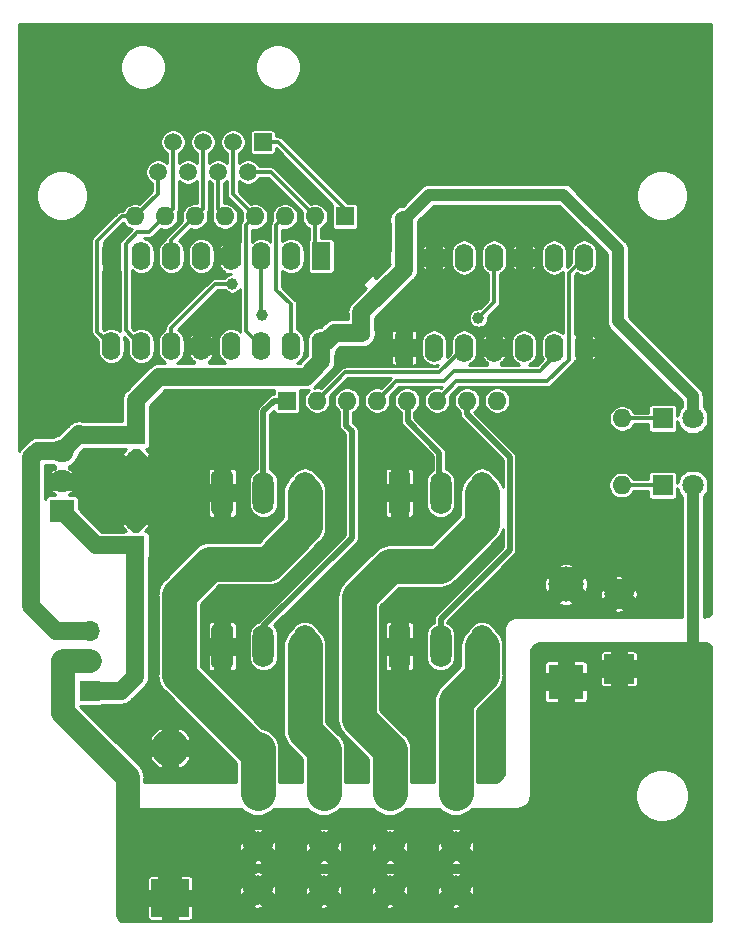
<source format=gbr>
G04 #@! TF.GenerationSoftware,KiCad,Pcbnew,(5.1.9)-1*
G04 #@! TF.CreationDate,2021-01-27T23:50:11-05:00*
G04 #@! TF.ProjectId,Receiver_Out,52656365-6976-4657-925f-4f75742e6b69,v1*
G04 #@! TF.SameCoordinates,Original*
G04 #@! TF.FileFunction,Copper,L1,Top*
G04 #@! TF.FilePolarity,Positive*
%FSLAX46Y46*%
G04 Gerber Fmt 4.6, Leading zero omitted, Abs format (unit mm)*
G04 Created by KiCad (PCBNEW (5.1.9)-1) date 2021-01-27 23:50:11*
%MOMM*%
%LPD*%
G01*
G04 APERTURE LIST*
G04 #@! TA.AperFunction,ComponentPad*
%ADD10O,3.200000X3.200000*%
G04 #@! TD*
G04 #@! TA.AperFunction,ComponentPad*
%ADD11R,3.200000X3.200000*%
G04 #@! TD*
G04 #@! TA.AperFunction,ComponentPad*
%ADD12O,1.600000X2.400000*%
G04 #@! TD*
G04 #@! TA.AperFunction,ComponentPad*
%ADD13R,1.600000X2.400000*%
G04 #@! TD*
G04 #@! TA.AperFunction,ComponentPad*
%ADD14O,2.000000X1.905000*%
G04 #@! TD*
G04 #@! TA.AperFunction,ComponentPad*
%ADD15R,2.000000X1.905000*%
G04 #@! TD*
G04 #@! TA.AperFunction,ComponentPad*
%ADD16O,1.600000X1.600000*%
G04 #@! TD*
G04 #@! TA.AperFunction,ComponentPad*
%ADD17R,1.600000X1.600000*%
G04 #@! TD*
G04 #@! TA.AperFunction,ComponentPad*
%ADD18C,1.500000*%
G04 #@! TD*
G04 #@! TA.AperFunction,ComponentPad*
%ADD19R,1.500000X1.500000*%
G04 #@! TD*
G04 #@! TA.AperFunction,ComponentPad*
%ADD20O,1.700000X1.700000*%
G04 #@! TD*
G04 #@! TA.AperFunction,ComponentPad*
%ADD21R,1.700000X1.700000*%
G04 #@! TD*
G04 #@! TA.AperFunction,ComponentPad*
%ADD22C,1.600000*%
G04 #@! TD*
G04 #@! TA.AperFunction,ComponentPad*
%ADD23C,2.500000*%
G04 #@! TD*
G04 #@! TA.AperFunction,ComponentPad*
%ADD24R,2.500000X2.500000*%
G04 #@! TD*
G04 #@! TA.AperFunction,ComponentPad*
%ADD25R,3.000000X3.000000*%
G04 #@! TD*
G04 #@! TA.AperFunction,ComponentPad*
%ADD26C,3.000000*%
G04 #@! TD*
G04 #@! TA.AperFunction,ComponentPad*
%ADD27C,1.800000*%
G04 #@! TD*
G04 #@! TA.AperFunction,ComponentPad*
%ADD28R,1.800000X1.800000*%
G04 #@! TD*
G04 #@! TA.AperFunction,ComponentPad*
%ADD29O,1.800000X3.600000*%
G04 #@! TD*
G04 #@! TA.AperFunction,ComponentPad*
%ADD30C,2.475000*%
G04 #@! TD*
G04 #@! TA.AperFunction,ViaPad*
%ADD31C,1.000000*%
G04 #@! TD*
G04 #@! TA.AperFunction,Conductor*
%ADD32C,1.500000*%
G04 #@! TD*
G04 #@! TA.AperFunction,Conductor*
%ADD33C,1.000000*%
G04 #@! TD*
G04 #@! TA.AperFunction,Conductor*
%ADD34C,0.350000*%
G04 #@! TD*
G04 #@! TA.AperFunction,Conductor*
%ADD35C,2.000000*%
G04 #@! TD*
G04 #@! TA.AperFunction,Conductor*
%ADD36C,2.999999*%
G04 #@! TD*
G04 #@! TA.AperFunction,Conductor*
%ADD37C,3.000000*%
G04 #@! TD*
G04 #@! TA.AperFunction,Conductor*
%ADD38C,0.500000*%
G04 #@! TD*
G04 #@! TA.AperFunction,Conductor*
%ADD39C,0.254000*%
G04 #@! TD*
G04 #@! TA.AperFunction,Conductor*
%ADD40C,0.100000*%
G04 #@! TD*
G04 APERTURE END LIST*
D10*
X81901000Y-138217800D03*
D11*
X81901000Y-150917800D03*
D12*
X94701000Y-104187800D03*
X76921000Y-96567800D03*
X92161000Y-104187800D03*
X79461000Y-96567800D03*
X89621000Y-104187800D03*
X82001000Y-96567800D03*
X87081000Y-104187800D03*
X84541000Y-96567800D03*
X84541000Y-104187800D03*
X87081000Y-96567800D03*
X82001000Y-104187800D03*
X89621000Y-96567800D03*
X79461000Y-104187800D03*
X92161000Y-96567800D03*
X76921000Y-104187800D03*
D13*
X94701000Y-96567800D03*
D14*
X72751000Y-113087800D03*
X72751000Y-115627800D03*
D15*
X72751000Y-118167800D03*
D16*
X78921000Y-93217800D03*
X81461000Y-93217800D03*
X84001000Y-93217800D03*
X86541000Y-93217800D03*
X89081000Y-93217800D03*
X91621000Y-93217800D03*
X94161000Y-93217800D03*
D17*
X96701000Y-93217800D03*
D18*
X80861000Y-89457800D03*
X82131000Y-86917800D03*
X83401000Y-89457800D03*
X84671000Y-86917800D03*
X85941000Y-89457800D03*
X87211000Y-86917800D03*
X88481000Y-89457800D03*
D19*
X89751000Y-86917800D03*
D20*
X75151000Y-128287800D03*
X75151000Y-130827800D03*
D21*
X75151000Y-133367800D03*
D22*
X98101000Y-98067800D03*
X98101000Y-103067800D03*
X79001000Y-113717800D03*
D17*
X79001000Y-111717800D03*
D22*
X78951000Y-119067800D03*
D17*
X78951000Y-121067800D03*
D22*
X106701000Y-93517800D03*
X101701000Y-93517800D03*
D23*
X119901000Y-125167800D03*
D24*
X119901000Y-131517800D03*
D25*
X115414800Y-132615760D03*
D26*
X115414800Y-124365840D03*
D12*
X101701000Y-96697800D03*
X116941000Y-104317800D03*
X104241000Y-96697800D03*
X114401000Y-104317800D03*
X106781000Y-96697800D03*
X111861000Y-104317800D03*
X109321000Y-96697800D03*
X109321000Y-104317800D03*
X111861000Y-96697800D03*
X106781000Y-104317800D03*
X114401000Y-96697800D03*
X104241000Y-104317800D03*
X116941000Y-96697800D03*
D13*
X101701000Y-104317800D03*
D16*
X120171000Y-110317800D03*
D22*
X112551000Y-110317800D03*
D27*
X126141000Y-115967800D03*
D28*
X123601000Y-115967800D03*
D27*
X126141000Y-110317800D03*
D28*
X123601000Y-110317800D03*
D16*
X120121000Y-115967800D03*
D22*
X112501000Y-115967800D03*
D29*
X108300000Y-116600000D03*
X104800000Y-116600000D03*
G04 #@! TA.AperFunction,ComponentPad*
G36*
G01*
X100400000Y-118150000D02*
X100400000Y-115050000D01*
G75*
G02*
X100650000Y-114800000I250000J0D01*
G01*
X101950000Y-114800000D01*
G75*
G02*
X102200000Y-115050000I0J-250000D01*
G01*
X102200000Y-118150000D01*
G75*
G02*
X101950000Y-118400000I-250000J0D01*
G01*
X100650000Y-118400000D01*
G75*
G02*
X100400000Y-118150000I0J250000D01*
G01*
G37*
G04 #@! TD.AperFunction*
D30*
X100485000Y-138353600D03*
X100485000Y-150253600D03*
X100485000Y-142053600D03*
X100485000Y-146553600D03*
D16*
X109581000Y-108813600D03*
X107041000Y-108813600D03*
X104501000Y-108813600D03*
X101961000Y-108813600D03*
X99421000Y-108813600D03*
X96881000Y-108813600D03*
X94341000Y-108813600D03*
D17*
X91801000Y-108813600D03*
D29*
X108300000Y-129600000D03*
X104800000Y-129600000D03*
G04 #@! TA.AperFunction,ComponentPad*
G36*
G01*
X100400000Y-131150000D02*
X100400000Y-128050000D01*
G75*
G02*
X100650000Y-127800000I250000J0D01*
G01*
X101950000Y-127800000D01*
G75*
G02*
X102200000Y-128050000I0J-250000D01*
G01*
X102200000Y-131150000D01*
G75*
G02*
X101950000Y-131400000I-250000J0D01*
G01*
X100650000Y-131400000D01*
G75*
G02*
X100400000Y-131150000I0J250000D01*
G01*
G37*
G04 #@! TD.AperFunction*
X93300000Y-129600000D03*
X89800000Y-129600000D03*
G04 #@! TA.AperFunction,ComponentPad*
G36*
G01*
X85400000Y-131150000D02*
X85400000Y-128050000D01*
G75*
G02*
X85650000Y-127800000I250000J0D01*
G01*
X86950000Y-127800000D01*
G75*
G02*
X87200000Y-128050000I0J-250000D01*
G01*
X87200000Y-131150000D01*
G75*
G02*
X86950000Y-131400000I-250000J0D01*
G01*
X85650000Y-131400000D01*
G75*
G02*
X85400000Y-131150000I0J250000D01*
G01*
G37*
G04 #@! TD.AperFunction*
X93300000Y-116600000D03*
X89800000Y-116600000D03*
G04 #@! TA.AperFunction,ComponentPad*
G36*
G01*
X85400000Y-118150000D02*
X85400000Y-115050000D01*
G75*
G02*
X85650000Y-114800000I250000J0D01*
G01*
X86950000Y-114800000D01*
G75*
G02*
X87200000Y-115050000I0J-250000D01*
G01*
X87200000Y-118150000D01*
G75*
G02*
X86950000Y-118400000I-250000J0D01*
G01*
X85650000Y-118400000D01*
G75*
G02*
X85400000Y-118150000I0J250000D01*
G01*
G37*
G04 #@! TD.AperFunction*
D30*
X106073000Y-138353600D03*
X106073000Y-150253600D03*
X106073000Y-142053600D03*
X106073000Y-146553600D03*
X94897000Y-138353600D03*
X94897000Y-150253600D03*
X94897000Y-142053600D03*
X94897000Y-146553600D03*
X89309000Y-138338600D03*
X89309000Y-150238600D03*
X89309000Y-142038600D03*
X89309000Y-146538600D03*
D31*
X108001000Y-101817800D03*
X87151000Y-98917800D03*
X89701000Y-101542821D03*
D32*
X72751000Y-113087800D02*
X74171000Y-111667800D01*
X95821000Y-103067800D02*
X94701000Y-104187800D01*
X98101000Y-103067800D02*
X95821000Y-103067800D01*
X98101000Y-101317800D02*
X98101000Y-103067800D01*
X101701000Y-96697800D02*
X101701000Y-97717800D01*
X101701000Y-97717800D02*
X98101000Y-101317800D01*
X101701000Y-96697800D02*
X101701000Y-93517800D01*
X79001000Y-109417800D02*
X79001000Y-111717800D01*
X81001000Y-106767800D02*
X79001000Y-108767800D01*
X93401000Y-106767800D02*
X81001000Y-106767800D01*
X79001000Y-108767800D02*
X79001000Y-109417800D01*
X94701000Y-104187800D02*
X94701000Y-105467800D01*
X94701000Y-105467800D02*
X93401000Y-106767800D01*
X74221000Y-111717800D02*
X79001000Y-111717800D01*
X74171000Y-111667800D02*
X74221000Y-111717800D01*
X72271000Y-128287800D02*
X75151000Y-128287800D01*
X70721000Y-113087800D02*
X70701000Y-113067800D01*
X70151000Y-126167800D02*
X72271000Y-128287800D01*
X72751000Y-113087800D02*
X70721000Y-113087800D01*
X70701000Y-113067800D02*
X70151000Y-113617800D01*
X70151000Y-113617800D02*
X70151000Y-126167800D01*
D33*
X126141000Y-109045008D02*
X126141000Y-110317800D01*
X103851000Y-91367800D02*
X115201000Y-91367800D01*
X119801000Y-102105008D02*
X126141000Y-108445008D01*
X101701000Y-93517800D02*
X103851000Y-91367800D01*
X126141000Y-108445008D02*
X126141000Y-109045008D01*
X119801000Y-95967800D02*
X119801000Y-102105008D01*
X115201000Y-91367800D02*
X119801000Y-95967800D01*
D34*
X101066789Y-107167811D02*
X105050989Y-107167811D01*
X99421000Y-108813600D02*
X101066789Y-107167811D01*
X114401000Y-105067800D02*
X114401000Y-103517800D01*
X105050989Y-107167811D02*
X105951000Y-106267800D01*
X113201000Y-106267800D02*
X114401000Y-105067800D01*
X105951000Y-106267800D02*
X113201000Y-106267800D01*
X104681000Y-106417800D02*
X106781000Y-104317800D01*
X94341000Y-108813600D02*
X96736800Y-106417800D01*
X96736800Y-106417800D02*
X104681000Y-106417800D01*
X109321000Y-96697800D02*
X109321000Y-95697800D01*
X109321000Y-96697800D02*
X109321000Y-100497800D01*
X109321000Y-100497800D02*
X108001000Y-101817800D01*
X115651000Y-97987800D02*
X116941000Y-96697800D01*
X113850989Y-107167811D02*
X115651000Y-105367800D01*
X104501000Y-108813600D02*
X106146789Y-107167811D01*
X115651000Y-105367800D02*
X115651000Y-97987800D01*
X106146789Y-107167811D02*
X113850989Y-107167811D01*
D35*
X81901000Y-148467800D02*
X81901000Y-150917800D01*
X72851000Y-130827800D02*
X72851000Y-135217800D01*
X75151000Y-130827800D02*
X72851000Y-130827800D01*
X78301000Y-140667800D02*
X78301000Y-144867800D01*
X72851000Y-135217800D02*
X78301000Y-140667800D01*
X78301000Y-144867800D02*
X81901000Y-148467800D01*
D33*
X126151000Y-131217800D02*
X125851000Y-131517800D01*
X126141000Y-115967800D02*
X126151000Y-115977800D01*
X125851000Y-131517800D02*
X119901000Y-131517800D01*
X126151000Y-115977800D02*
X126151000Y-131217800D01*
D34*
X82001000Y-102637800D02*
X85721000Y-98917800D01*
X85721000Y-98917800D02*
X87151000Y-98917800D01*
X82001000Y-104187800D02*
X82001000Y-102637800D01*
X89621000Y-96567800D02*
X89621000Y-101462821D01*
X89621000Y-101462821D02*
X89701000Y-101542821D01*
X120171000Y-110317800D02*
X123601000Y-110317800D01*
X123601000Y-115967800D02*
X120121000Y-115967800D01*
D36*
X85300000Y-122600000D02*
X82660000Y-125240000D01*
D37*
X93300000Y-119449000D02*
X93300000Y-116600000D01*
X85300000Y-122600000D02*
X90149000Y-122600000D01*
X90149000Y-122600000D02*
X93300000Y-119449000D01*
X88921800Y-138338600D02*
X89309000Y-138338600D01*
X82660000Y-125240000D02*
X82660000Y-132076800D01*
X82660000Y-132076800D02*
X88921800Y-138338600D01*
X89309000Y-142038600D02*
X89309000Y-138338600D01*
X93300000Y-136756600D02*
X93300000Y-129600000D01*
X94897000Y-138353600D02*
X93300000Y-136756600D01*
X94897000Y-142053600D02*
X94897000Y-138353600D01*
X108300000Y-119226200D02*
X108300000Y-116600000D01*
X104712600Y-122813600D02*
X108300000Y-119226200D01*
X100512600Y-122813600D02*
X104712600Y-122813600D01*
X97885000Y-125441200D02*
X100512600Y-122813600D01*
X100485000Y-138353600D02*
X97885000Y-135753600D01*
X97885000Y-135753600D02*
X97885000Y-125441200D01*
X100485000Y-142053600D02*
X100485000Y-138353600D01*
X106073000Y-134253600D02*
X106073000Y-138353600D01*
X108300000Y-129600000D02*
X108300000Y-132026600D01*
X108300000Y-132026600D02*
X106073000Y-134253600D01*
X106073000Y-138353600D02*
X106073000Y-142053600D01*
D38*
X89800000Y-114300000D02*
X89800000Y-116600000D01*
X89800000Y-109718800D02*
X89800000Y-114300000D01*
X91801000Y-108813600D02*
X90705200Y-108813600D01*
X90705200Y-108813600D02*
X89800000Y-109718800D01*
X96801000Y-108893600D02*
X96881000Y-108813600D01*
X96801000Y-110917800D02*
X96801000Y-108893600D01*
X97301000Y-111417800D02*
X96801000Y-110917800D01*
X97301000Y-120417800D02*
X97301000Y-111417800D01*
X89800000Y-129600000D02*
X89800000Y-127918800D01*
X89800000Y-127918800D02*
X97301000Y-120417800D01*
X104701000Y-116501000D02*
X104800000Y-116600000D01*
X104701000Y-113217800D02*
X104701000Y-116501000D01*
X102001000Y-110517800D02*
X104701000Y-113217800D01*
X101961000Y-108813600D02*
X102001000Y-108853600D01*
X102001000Y-108853600D02*
X102001000Y-110517800D01*
D34*
X104800000Y-128700000D02*
X104800000Y-129600000D01*
D38*
X104800000Y-127300000D02*
X104800000Y-129600000D01*
X104818800Y-127300000D02*
X104800000Y-127300000D01*
X110641488Y-121477312D02*
X104818800Y-127300000D01*
X110641488Y-113558288D02*
X110641488Y-121477312D01*
X107041000Y-108813600D02*
X107041000Y-109957800D01*
X107041000Y-109957800D02*
X110641488Y-113558288D01*
D32*
X75601000Y-121017800D02*
X72751000Y-118167800D01*
X78951000Y-129817800D02*
X78951000Y-121067800D01*
X75651000Y-121067800D02*
X75601000Y-121017800D01*
X78951000Y-121067800D02*
X75651000Y-121067800D01*
X78951000Y-132167800D02*
X78951000Y-129817800D01*
X75151000Y-133367800D02*
X77751000Y-133367800D01*
X77751000Y-133367800D02*
X78951000Y-132167800D01*
D34*
X78921000Y-93217800D02*
X77789630Y-93217800D01*
X76921000Y-104137800D02*
X76921000Y-104187800D01*
X75745990Y-102962790D02*
X76921000Y-104137800D01*
X77789630Y-93217800D02*
X75745990Y-95261440D01*
X75745990Y-95261440D02*
X75745990Y-102962790D01*
X80861000Y-91277800D02*
X78921000Y-93217800D01*
X80861000Y-89457800D02*
X80861000Y-91277800D01*
X79461000Y-104177800D02*
X79461000Y-104187800D01*
X80111000Y-94567800D02*
X79101000Y-94567800D01*
X81461000Y-93217800D02*
X80111000Y-94567800D01*
X78151000Y-95517800D02*
X78151000Y-102867800D01*
X79101000Y-94567800D02*
X78151000Y-95517800D01*
X78151000Y-102867800D02*
X79461000Y-104177800D01*
X82131000Y-92547800D02*
X81461000Y-93217800D01*
X82131000Y-86917800D02*
X82131000Y-92547800D01*
X92151000Y-104177800D02*
X92161000Y-104187800D01*
X92151000Y-100667800D02*
X92151000Y-104177800D01*
X90901000Y-99417800D02*
X92151000Y-100667800D01*
X91621000Y-93217800D02*
X90901000Y-93937800D01*
X90901000Y-93937800D02*
X90901000Y-99417800D01*
X82001000Y-95217800D02*
X84001000Y-93217800D01*
X82001000Y-96567800D02*
X82001000Y-95217800D01*
X84671000Y-92547800D02*
X84671000Y-86917800D01*
X84001000Y-93217800D02*
X84671000Y-92547800D01*
X79461000Y-96167800D02*
X79461000Y-96567800D01*
X86601000Y-93157800D02*
X86541000Y-93217800D01*
X85941000Y-92617800D02*
X86541000Y-93217800D01*
X85941000Y-89457800D02*
X85941000Y-92617800D01*
X89081000Y-93217800D02*
X89081000Y-93297800D01*
X87211000Y-91347800D02*
X89081000Y-93217800D01*
X87211000Y-86917800D02*
X87211000Y-91347800D01*
X88351000Y-102917800D02*
X89621000Y-104187800D01*
X89081000Y-93217800D02*
X88351000Y-93947800D01*
X88351000Y-93947800D02*
X88351000Y-102917800D01*
X90401000Y-89457800D02*
X88481000Y-89457800D01*
X94161000Y-93217800D02*
X90401000Y-89457800D01*
X94161000Y-96027800D02*
X94701000Y-96567800D01*
X94161000Y-93217800D02*
X94161000Y-96027800D01*
X96701000Y-92567800D02*
X96701000Y-93217800D01*
X89751000Y-86917800D02*
X91051000Y-86917800D01*
X91051000Y-86917800D02*
X96701000Y-92567800D01*
D39*
X127246189Y-129362176D02*
X127409850Y-129411822D01*
X127560672Y-129492438D01*
X127692870Y-129600930D01*
X127724000Y-129638862D01*
X127724000Y-152796738D01*
X127692870Y-152834670D01*
X127654938Y-152865800D01*
X77722062Y-152865800D01*
X77684130Y-152834670D01*
X77575638Y-152702472D01*
X77495022Y-152551650D01*
X77484754Y-152517800D01*
X79972418Y-152517800D01*
X79978732Y-152581903D01*
X79997430Y-152643543D01*
X80027794Y-152700350D01*
X80068657Y-152750143D01*
X80118450Y-152791006D01*
X80175257Y-152821370D01*
X80236897Y-152840068D01*
X80301000Y-152846382D01*
X81196250Y-152844800D01*
X81278000Y-152763050D01*
X81278000Y-151540800D01*
X82524000Y-151540800D01*
X82524000Y-152763050D01*
X82605750Y-152844800D01*
X83501000Y-152846382D01*
X83565103Y-152840068D01*
X83626743Y-152821370D01*
X83683550Y-152791006D01*
X83733343Y-152750143D01*
X83774206Y-152700350D01*
X83804570Y-152643543D01*
X83823268Y-152581903D01*
X83829582Y-152517800D01*
X83828025Y-151636448D01*
X88792207Y-151636448D01*
X88964635Y-151772489D01*
X89270499Y-151810198D01*
X89577842Y-151787512D01*
X89653365Y-151772489D01*
X89806780Y-151651448D01*
X94380207Y-151651448D01*
X94552635Y-151787489D01*
X94858499Y-151825198D01*
X95165842Y-151802512D01*
X95241365Y-151787489D01*
X95413793Y-151651448D01*
X99968207Y-151651448D01*
X100140635Y-151787489D01*
X100446499Y-151825198D01*
X100753842Y-151802512D01*
X100829365Y-151787489D01*
X101001793Y-151651448D01*
X105556207Y-151651448D01*
X105728635Y-151787489D01*
X106034499Y-151825198D01*
X106341842Y-151802512D01*
X106417365Y-151787489D01*
X106589793Y-151651448D01*
X106073000Y-151134655D01*
X105556207Y-151651448D01*
X101001793Y-151651448D01*
X100485000Y-151134655D01*
X99968207Y-151651448D01*
X95413793Y-151651448D01*
X94897000Y-151134655D01*
X94380207Y-151651448D01*
X89806780Y-151651448D01*
X89825793Y-151636448D01*
X89309000Y-151119655D01*
X88792207Y-151636448D01*
X83828025Y-151636448D01*
X83828000Y-151622550D01*
X83746250Y-151540800D01*
X82524000Y-151540800D01*
X81278000Y-151540800D01*
X80055750Y-151540800D01*
X79974000Y-151622550D01*
X79972418Y-152517800D01*
X77484754Y-152517800D01*
X77445376Y-152387989D01*
X77428000Y-152211566D01*
X77428000Y-149317800D01*
X79972418Y-149317800D01*
X79974000Y-150213050D01*
X80055750Y-150294800D01*
X81278000Y-150294800D01*
X81278000Y-149072550D01*
X82524000Y-149072550D01*
X82524000Y-150294800D01*
X83746250Y-150294800D01*
X83828000Y-150213050D01*
X83828022Y-150200099D01*
X87737402Y-150200099D01*
X87760088Y-150507442D01*
X87775111Y-150582965D01*
X87911152Y-150755393D01*
X88427945Y-150238600D01*
X90190055Y-150238600D01*
X90706848Y-150755393D01*
X90842889Y-150582965D01*
X90880598Y-150277101D01*
X90876022Y-150215099D01*
X93325402Y-150215099D01*
X93348088Y-150522442D01*
X93363111Y-150597965D01*
X93499152Y-150770393D01*
X94015945Y-150253600D01*
X95778055Y-150253600D01*
X96294848Y-150770393D01*
X96430889Y-150597965D01*
X96468598Y-150292101D01*
X96462915Y-150215099D01*
X98913402Y-150215099D01*
X98936088Y-150522442D01*
X98951111Y-150597965D01*
X99087152Y-150770393D01*
X99603945Y-150253600D01*
X101366055Y-150253600D01*
X101882848Y-150770393D01*
X102018889Y-150597965D01*
X102056598Y-150292101D01*
X102050915Y-150215099D01*
X104501402Y-150215099D01*
X104524088Y-150522442D01*
X104539111Y-150597965D01*
X104675152Y-150770393D01*
X105191945Y-150253600D01*
X106954055Y-150253600D01*
X107470848Y-150770393D01*
X107606889Y-150597965D01*
X107644598Y-150292101D01*
X107621912Y-149984758D01*
X107606889Y-149909235D01*
X107470848Y-149736807D01*
X106954055Y-150253600D01*
X105191945Y-150253600D01*
X104675152Y-149736807D01*
X104539111Y-149909235D01*
X104501402Y-150215099D01*
X102050915Y-150215099D01*
X102033912Y-149984758D01*
X102018889Y-149909235D01*
X101882848Y-149736807D01*
X101366055Y-150253600D01*
X99603945Y-150253600D01*
X99087152Y-149736807D01*
X98951111Y-149909235D01*
X98913402Y-150215099D01*
X96462915Y-150215099D01*
X96445912Y-149984758D01*
X96430889Y-149909235D01*
X96294848Y-149736807D01*
X95778055Y-150253600D01*
X94015945Y-150253600D01*
X93499152Y-149736807D01*
X93363111Y-149909235D01*
X93325402Y-150215099D01*
X90876022Y-150215099D01*
X90857912Y-149969758D01*
X90842889Y-149894235D01*
X90706848Y-149721807D01*
X90190055Y-150238600D01*
X88427945Y-150238600D01*
X87911152Y-149721807D01*
X87775111Y-149894235D01*
X87737402Y-150200099D01*
X83828022Y-150200099D01*
X83829582Y-149317800D01*
X83823268Y-149253697D01*
X83804570Y-149192057D01*
X83774206Y-149135250D01*
X83733343Y-149085457D01*
X83683550Y-149044594D01*
X83626743Y-149014230D01*
X83565103Y-148995532D01*
X83501000Y-148989218D01*
X82605750Y-148990800D01*
X82524000Y-149072550D01*
X81278000Y-149072550D01*
X81196250Y-148990800D01*
X80301000Y-148989218D01*
X80236897Y-148995532D01*
X80175257Y-149014230D01*
X80118450Y-149044594D01*
X80068657Y-149085457D01*
X80027794Y-149135250D01*
X79997430Y-149192057D01*
X79978732Y-149253697D01*
X79972418Y-149317800D01*
X77428000Y-149317800D01*
X77428000Y-148840752D01*
X88792207Y-148840752D01*
X89309000Y-149357545D01*
X89810793Y-148855752D01*
X94380207Y-148855752D01*
X94897000Y-149372545D01*
X95413793Y-148855752D01*
X99968207Y-148855752D01*
X100485000Y-149372545D01*
X101001793Y-148855752D01*
X105556207Y-148855752D01*
X106073000Y-149372545D01*
X106589793Y-148855752D01*
X106417365Y-148719711D01*
X106111501Y-148682002D01*
X105804158Y-148704688D01*
X105728635Y-148719711D01*
X105556207Y-148855752D01*
X101001793Y-148855752D01*
X100829365Y-148719711D01*
X100523501Y-148682002D01*
X100216158Y-148704688D01*
X100140635Y-148719711D01*
X99968207Y-148855752D01*
X95413793Y-148855752D01*
X95241365Y-148719711D01*
X94935501Y-148682002D01*
X94628158Y-148704688D01*
X94552635Y-148719711D01*
X94380207Y-148855752D01*
X89810793Y-148855752D01*
X89825793Y-148840752D01*
X89653365Y-148704711D01*
X89347501Y-148667002D01*
X89040158Y-148689688D01*
X88964635Y-148704711D01*
X88792207Y-148840752D01*
X77428000Y-148840752D01*
X77428000Y-147936448D01*
X88792207Y-147936448D01*
X88964635Y-148072489D01*
X89270499Y-148110198D01*
X89577842Y-148087512D01*
X89653365Y-148072489D01*
X89806780Y-147951448D01*
X94380207Y-147951448D01*
X94552635Y-148087489D01*
X94858499Y-148125198D01*
X95165842Y-148102512D01*
X95241365Y-148087489D01*
X95413793Y-147951448D01*
X99968207Y-147951448D01*
X100140635Y-148087489D01*
X100446499Y-148125198D01*
X100753842Y-148102512D01*
X100829365Y-148087489D01*
X101001793Y-147951448D01*
X105556207Y-147951448D01*
X105728635Y-148087489D01*
X106034499Y-148125198D01*
X106341842Y-148102512D01*
X106417365Y-148087489D01*
X106589793Y-147951448D01*
X106073000Y-147434655D01*
X105556207Y-147951448D01*
X101001793Y-147951448D01*
X100485000Y-147434655D01*
X99968207Y-147951448D01*
X95413793Y-147951448D01*
X94897000Y-147434655D01*
X94380207Y-147951448D01*
X89806780Y-147951448D01*
X89825793Y-147936448D01*
X89309000Y-147419655D01*
X88792207Y-147936448D01*
X77428000Y-147936448D01*
X77428000Y-146500099D01*
X87737402Y-146500099D01*
X87760088Y-146807442D01*
X87775111Y-146882965D01*
X87911152Y-147055393D01*
X88427945Y-146538600D01*
X90190055Y-146538600D01*
X90706848Y-147055393D01*
X90842889Y-146882965D01*
X90880598Y-146577101D01*
X90876022Y-146515099D01*
X93325402Y-146515099D01*
X93348088Y-146822442D01*
X93363111Y-146897965D01*
X93499152Y-147070393D01*
X94015945Y-146553600D01*
X95778055Y-146553600D01*
X96294848Y-147070393D01*
X96430889Y-146897965D01*
X96468598Y-146592101D01*
X96462915Y-146515099D01*
X98913402Y-146515099D01*
X98936088Y-146822442D01*
X98951111Y-146897965D01*
X99087152Y-147070393D01*
X99603945Y-146553600D01*
X101366055Y-146553600D01*
X101882848Y-147070393D01*
X102018889Y-146897965D01*
X102056598Y-146592101D01*
X102050915Y-146515099D01*
X104501402Y-146515099D01*
X104524088Y-146822442D01*
X104539111Y-146897965D01*
X104675152Y-147070393D01*
X105191945Y-146553600D01*
X106954055Y-146553600D01*
X107470848Y-147070393D01*
X107606889Y-146897965D01*
X107644598Y-146592101D01*
X107621912Y-146284758D01*
X107606889Y-146209235D01*
X107470848Y-146036807D01*
X106954055Y-146553600D01*
X105191945Y-146553600D01*
X104675152Y-146036807D01*
X104539111Y-146209235D01*
X104501402Y-146515099D01*
X102050915Y-146515099D01*
X102033912Y-146284758D01*
X102018889Y-146209235D01*
X101882848Y-146036807D01*
X101366055Y-146553600D01*
X99603945Y-146553600D01*
X99087152Y-146036807D01*
X98951111Y-146209235D01*
X98913402Y-146515099D01*
X96462915Y-146515099D01*
X96445912Y-146284758D01*
X96430889Y-146209235D01*
X96294848Y-146036807D01*
X95778055Y-146553600D01*
X94015945Y-146553600D01*
X93499152Y-146036807D01*
X93363111Y-146209235D01*
X93325402Y-146515099D01*
X90876022Y-146515099D01*
X90857912Y-146269758D01*
X90842889Y-146194235D01*
X90706848Y-146021807D01*
X90190055Y-146538600D01*
X88427945Y-146538600D01*
X87911152Y-146021807D01*
X87775111Y-146194235D01*
X87737402Y-146500099D01*
X77428000Y-146500099D01*
X77428000Y-145140752D01*
X88792207Y-145140752D01*
X89309000Y-145657545D01*
X89810793Y-145155752D01*
X94380207Y-145155752D01*
X94897000Y-145672545D01*
X95413793Y-145155752D01*
X99968207Y-145155752D01*
X100485000Y-145672545D01*
X101001793Y-145155752D01*
X105556207Y-145155752D01*
X106073000Y-145672545D01*
X106589793Y-145155752D01*
X106417365Y-145019711D01*
X106111501Y-144982002D01*
X105804158Y-145004688D01*
X105728635Y-145019711D01*
X105556207Y-145155752D01*
X101001793Y-145155752D01*
X100829365Y-145019711D01*
X100523501Y-144982002D01*
X100216158Y-145004688D01*
X100140635Y-145019711D01*
X99968207Y-145155752D01*
X95413793Y-145155752D01*
X95241365Y-145019711D01*
X94935501Y-144982002D01*
X94628158Y-145004688D01*
X94552635Y-145019711D01*
X94380207Y-145155752D01*
X89810793Y-145155752D01*
X89825793Y-145140752D01*
X89653365Y-145004711D01*
X89347501Y-144967002D01*
X89040158Y-144989688D01*
X88964635Y-145004711D01*
X88792207Y-145140752D01*
X77428000Y-145140752D01*
X77428000Y-144224034D01*
X77445376Y-144047611D01*
X77495022Y-143883950D01*
X77575638Y-143733128D01*
X77684130Y-143600930D01*
X77816328Y-143492438D01*
X77967150Y-143411822D01*
X78130811Y-143362176D01*
X78307234Y-143344800D01*
X87888121Y-143344800D01*
X87939813Y-143407787D01*
X88233237Y-143648594D01*
X88568001Y-143827529D01*
X88931242Y-143937717D01*
X89309000Y-143974923D01*
X89686757Y-143937717D01*
X90049998Y-143827529D01*
X90384763Y-143648594D01*
X90678187Y-143407787D01*
X90729879Y-143344800D01*
X93463811Y-143344800D01*
X93527813Y-143422787D01*
X93821237Y-143663594D01*
X94156001Y-143842529D01*
X94519242Y-143952717D01*
X94897000Y-143989923D01*
X95274757Y-143952717D01*
X95637998Y-143842529D01*
X95972763Y-143663594D01*
X96266187Y-143422787D01*
X96330189Y-143344800D01*
X99051811Y-143344800D01*
X99115813Y-143422787D01*
X99409237Y-143663594D01*
X99744001Y-143842529D01*
X100107242Y-143952717D01*
X100485000Y-143989923D01*
X100862757Y-143952717D01*
X101225998Y-143842529D01*
X101560763Y-143663594D01*
X101854187Y-143422787D01*
X101918189Y-143344800D01*
X104639812Y-143344800D01*
X104703814Y-143422787D01*
X104997238Y-143663594D01*
X105332002Y-143842529D01*
X105695243Y-143952717D01*
X106073000Y-143989923D01*
X106450758Y-143952717D01*
X106813999Y-143842529D01*
X107148763Y-143663594D01*
X107442187Y-143422787D01*
X107506189Y-143344800D01*
X111301000Y-143344800D01*
X111313448Y-143344188D01*
X111508538Y-143324973D01*
X111532956Y-143320117D01*
X111720549Y-143263212D01*
X111743550Y-143253684D01*
X111916437Y-143161274D01*
X111937138Y-143147442D01*
X112088675Y-143023079D01*
X112106279Y-143005475D01*
X112230642Y-142853938D01*
X112244474Y-142833237D01*
X112336884Y-142660350D01*
X112346412Y-142637349D01*
X112403317Y-142449756D01*
X112408173Y-142425338D01*
X112427388Y-142230248D01*
X112428000Y-142217800D01*
X112428000Y-142015535D01*
X121254000Y-142015535D01*
X121254000Y-142464065D01*
X121341504Y-142903976D01*
X121513149Y-143318364D01*
X121762339Y-143691303D01*
X122079497Y-144008461D01*
X122452436Y-144257651D01*
X122866824Y-144429296D01*
X123306735Y-144516800D01*
X123755265Y-144516800D01*
X124195176Y-144429296D01*
X124609564Y-144257651D01*
X124982503Y-144008461D01*
X125299661Y-143691303D01*
X125548851Y-143318364D01*
X125720496Y-142903976D01*
X125808000Y-142464065D01*
X125808000Y-142015535D01*
X125720496Y-141575624D01*
X125548851Y-141161236D01*
X125299661Y-140788297D01*
X124982503Y-140471139D01*
X124609564Y-140221949D01*
X124195176Y-140050304D01*
X123755265Y-139962800D01*
X123306735Y-139962800D01*
X122866824Y-140050304D01*
X122452436Y-140221949D01*
X122079497Y-140471139D01*
X121762339Y-140788297D01*
X121513149Y-141161236D01*
X121341504Y-141575624D01*
X121254000Y-142015535D01*
X112428000Y-142015535D01*
X112428000Y-134115760D01*
X113586218Y-134115760D01*
X113592532Y-134179863D01*
X113611230Y-134241503D01*
X113641594Y-134298310D01*
X113682457Y-134348103D01*
X113732250Y-134388966D01*
X113789057Y-134419330D01*
X113850697Y-134438028D01*
X113914800Y-134444342D01*
X114710050Y-134442760D01*
X114791800Y-134361010D01*
X114791800Y-133238760D01*
X116037800Y-133238760D01*
X116037800Y-134361010D01*
X116119550Y-134442760D01*
X116914800Y-134444342D01*
X116978903Y-134438028D01*
X117040543Y-134419330D01*
X117097350Y-134388966D01*
X117147143Y-134348103D01*
X117188006Y-134298310D01*
X117218370Y-134241503D01*
X117237068Y-134179863D01*
X117243382Y-134115760D01*
X117241800Y-133320510D01*
X117160050Y-133238760D01*
X116037800Y-133238760D01*
X114791800Y-133238760D01*
X113669550Y-133238760D01*
X113587800Y-133320510D01*
X113586218Y-134115760D01*
X112428000Y-134115760D01*
X112428000Y-132767800D01*
X118322418Y-132767800D01*
X118328732Y-132831903D01*
X118347430Y-132893543D01*
X118377794Y-132950350D01*
X118418657Y-133000143D01*
X118468450Y-133041006D01*
X118525257Y-133071370D01*
X118586897Y-133090068D01*
X118651000Y-133096382D01*
X119196250Y-133094800D01*
X119278000Y-133013050D01*
X119278000Y-132140800D01*
X120524000Y-132140800D01*
X120524000Y-133013050D01*
X120605750Y-133094800D01*
X121151000Y-133096382D01*
X121215103Y-133090068D01*
X121276743Y-133071370D01*
X121333550Y-133041006D01*
X121383343Y-133000143D01*
X121424206Y-132950350D01*
X121454570Y-132893543D01*
X121473268Y-132831903D01*
X121479582Y-132767800D01*
X121478000Y-132222550D01*
X121396250Y-132140800D01*
X120524000Y-132140800D01*
X119278000Y-132140800D01*
X118405750Y-132140800D01*
X118324000Y-132222550D01*
X118322418Y-132767800D01*
X112428000Y-132767800D01*
X112428000Y-131115760D01*
X113586218Y-131115760D01*
X113587800Y-131911010D01*
X113669550Y-131992760D01*
X114791800Y-131992760D01*
X114791800Y-130870510D01*
X116037800Y-130870510D01*
X116037800Y-131992760D01*
X117160050Y-131992760D01*
X117241800Y-131911010D01*
X117243382Y-131115760D01*
X117237068Y-131051657D01*
X117218370Y-130990017D01*
X117188006Y-130933210D01*
X117147143Y-130883417D01*
X117097350Y-130842554D01*
X117040543Y-130812190D01*
X116978903Y-130793492D01*
X116914800Y-130787178D01*
X116119550Y-130788760D01*
X116037800Y-130870510D01*
X114791800Y-130870510D01*
X114710050Y-130788760D01*
X113914800Y-130787178D01*
X113850697Y-130793492D01*
X113789057Y-130812190D01*
X113732250Y-130842554D01*
X113682457Y-130883417D01*
X113641594Y-130933210D01*
X113611230Y-130990017D01*
X113592532Y-131051657D01*
X113586218Y-131115760D01*
X112428000Y-131115760D01*
X112428000Y-130267800D01*
X118322418Y-130267800D01*
X118324000Y-130813050D01*
X118405750Y-130894800D01*
X119278000Y-130894800D01*
X119278000Y-130022550D01*
X120524000Y-130022550D01*
X120524000Y-130894800D01*
X121396250Y-130894800D01*
X121478000Y-130813050D01*
X121479582Y-130267800D01*
X121473268Y-130203697D01*
X121454570Y-130142057D01*
X121424206Y-130085250D01*
X121383343Y-130035457D01*
X121333550Y-129994594D01*
X121276743Y-129964230D01*
X121215103Y-129945532D01*
X121151000Y-129939218D01*
X120605750Y-129940800D01*
X120524000Y-130022550D01*
X119278000Y-130022550D01*
X119196250Y-129940800D01*
X118651000Y-129939218D01*
X118586897Y-129945532D01*
X118525257Y-129964230D01*
X118468450Y-129994594D01*
X118418657Y-130035457D01*
X118377794Y-130085250D01*
X118347430Y-130142057D01*
X118328732Y-130203697D01*
X118322418Y-130267800D01*
X112428000Y-130267800D01*
X112428000Y-130224034D01*
X112445376Y-130047611D01*
X112495022Y-129883950D01*
X112575638Y-129733128D01*
X112684130Y-129600930D01*
X112816328Y-129492438D01*
X112967150Y-129411822D01*
X113130811Y-129362176D01*
X113307234Y-129344800D01*
X127069766Y-129344800D01*
X127246189Y-129362176D01*
G04 #@! TA.AperFunction,Conductor*
D40*
G36*
X127246189Y-129362176D02*
G01*
X127409850Y-129411822D01*
X127560672Y-129492438D01*
X127692870Y-129600930D01*
X127724000Y-129638862D01*
X127724000Y-152796738D01*
X127692870Y-152834670D01*
X127654938Y-152865800D01*
X77722062Y-152865800D01*
X77684130Y-152834670D01*
X77575638Y-152702472D01*
X77495022Y-152551650D01*
X77484754Y-152517800D01*
X79972418Y-152517800D01*
X79978732Y-152581903D01*
X79997430Y-152643543D01*
X80027794Y-152700350D01*
X80068657Y-152750143D01*
X80118450Y-152791006D01*
X80175257Y-152821370D01*
X80236897Y-152840068D01*
X80301000Y-152846382D01*
X81196250Y-152844800D01*
X81278000Y-152763050D01*
X81278000Y-151540800D01*
X82524000Y-151540800D01*
X82524000Y-152763050D01*
X82605750Y-152844800D01*
X83501000Y-152846382D01*
X83565103Y-152840068D01*
X83626743Y-152821370D01*
X83683550Y-152791006D01*
X83733343Y-152750143D01*
X83774206Y-152700350D01*
X83804570Y-152643543D01*
X83823268Y-152581903D01*
X83829582Y-152517800D01*
X83828025Y-151636448D01*
X88792207Y-151636448D01*
X88964635Y-151772489D01*
X89270499Y-151810198D01*
X89577842Y-151787512D01*
X89653365Y-151772489D01*
X89806780Y-151651448D01*
X94380207Y-151651448D01*
X94552635Y-151787489D01*
X94858499Y-151825198D01*
X95165842Y-151802512D01*
X95241365Y-151787489D01*
X95413793Y-151651448D01*
X99968207Y-151651448D01*
X100140635Y-151787489D01*
X100446499Y-151825198D01*
X100753842Y-151802512D01*
X100829365Y-151787489D01*
X101001793Y-151651448D01*
X105556207Y-151651448D01*
X105728635Y-151787489D01*
X106034499Y-151825198D01*
X106341842Y-151802512D01*
X106417365Y-151787489D01*
X106589793Y-151651448D01*
X106073000Y-151134655D01*
X105556207Y-151651448D01*
X101001793Y-151651448D01*
X100485000Y-151134655D01*
X99968207Y-151651448D01*
X95413793Y-151651448D01*
X94897000Y-151134655D01*
X94380207Y-151651448D01*
X89806780Y-151651448D01*
X89825793Y-151636448D01*
X89309000Y-151119655D01*
X88792207Y-151636448D01*
X83828025Y-151636448D01*
X83828000Y-151622550D01*
X83746250Y-151540800D01*
X82524000Y-151540800D01*
X81278000Y-151540800D01*
X80055750Y-151540800D01*
X79974000Y-151622550D01*
X79972418Y-152517800D01*
X77484754Y-152517800D01*
X77445376Y-152387989D01*
X77428000Y-152211566D01*
X77428000Y-149317800D01*
X79972418Y-149317800D01*
X79974000Y-150213050D01*
X80055750Y-150294800D01*
X81278000Y-150294800D01*
X81278000Y-149072550D01*
X82524000Y-149072550D01*
X82524000Y-150294800D01*
X83746250Y-150294800D01*
X83828000Y-150213050D01*
X83828022Y-150200099D01*
X87737402Y-150200099D01*
X87760088Y-150507442D01*
X87775111Y-150582965D01*
X87911152Y-150755393D01*
X88427945Y-150238600D01*
X90190055Y-150238600D01*
X90706848Y-150755393D01*
X90842889Y-150582965D01*
X90880598Y-150277101D01*
X90876022Y-150215099D01*
X93325402Y-150215099D01*
X93348088Y-150522442D01*
X93363111Y-150597965D01*
X93499152Y-150770393D01*
X94015945Y-150253600D01*
X95778055Y-150253600D01*
X96294848Y-150770393D01*
X96430889Y-150597965D01*
X96468598Y-150292101D01*
X96462915Y-150215099D01*
X98913402Y-150215099D01*
X98936088Y-150522442D01*
X98951111Y-150597965D01*
X99087152Y-150770393D01*
X99603945Y-150253600D01*
X101366055Y-150253600D01*
X101882848Y-150770393D01*
X102018889Y-150597965D01*
X102056598Y-150292101D01*
X102050915Y-150215099D01*
X104501402Y-150215099D01*
X104524088Y-150522442D01*
X104539111Y-150597965D01*
X104675152Y-150770393D01*
X105191945Y-150253600D01*
X106954055Y-150253600D01*
X107470848Y-150770393D01*
X107606889Y-150597965D01*
X107644598Y-150292101D01*
X107621912Y-149984758D01*
X107606889Y-149909235D01*
X107470848Y-149736807D01*
X106954055Y-150253600D01*
X105191945Y-150253600D01*
X104675152Y-149736807D01*
X104539111Y-149909235D01*
X104501402Y-150215099D01*
X102050915Y-150215099D01*
X102033912Y-149984758D01*
X102018889Y-149909235D01*
X101882848Y-149736807D01*
X101366055Y-150253600D01*
X99603945Y-150253600D01*
X99087152Y-149736807D01*
X98951111Y-149909235D01*
X98913402Y-150215099D01*
X96462915Y-150215099D01*
X96445912Y-149984758D01*
X96430889Y-149909235D01*
X96294848Y-149736807D01*
X95778055Y-150253600D01*
X94015945Y-150253600D01*
X93499152Y-149736807D01*
X93363111Y-149909235D01*
X93325402Y-150215099D01*
X90876022Y-150215099D01*
X90857912Y-149969758D01*
X90842889Y-149894235D01*
X90706848Y-149721807D01*
X90190055Y-150238600D01*
X88427945Y-150238600D01*
X87911152Y-149721807D01*
X87775111Y-149894235D01*
X87737402Y-150200099D01*
X83828022Y-150200099D01*
X83829582Y-149317800D01*
X83823268Y-149253697D01*
X83804570Y-149192057D01*
X83774206Y-149135250D01*
X83733343Y-149085457D01*
X83683550Y-149044594D01*
X83626743Y-149014230D01*
X83565103Y-148995532D01*
X83501000Y-148989218D01*
X82605750Y-148990800D01*
X82524000Y-149072550D01*
X81278000Y-149072550D01*
X81196250Y-148990800D01*
X80301000Y-148989218D01*
X80236897Y-148995532D01*
X80175257Y-149014230D01*
X80118450Y-149044594D01*
X80068657Y-149085457D01*
X80027794Y-149135250D01*
X79997430Y-149192057D01*
X79978732Y-149253697D01*
X79972418Y-149317800D01*
X77428000Y-149317800D01*
X77428000Y-148840752D01*
X88792207Y-148840752D01*
X89309000Y-149357545D01*
X89810793Y-148855752D01*
X94380207Y-148855752D01*
X94897000Y-149372545D01*
X95413793Y-148855752D01*
X99968207Y-148855752D01*
X100485000Y-149372545D01*
X101001793Y-148855752D01*
X105556207Y-148855752D01*
X106073000Y-149372545D01*
X106589793Y-148855752D01*
X106417365Y-148719711D01*
X106111501Y-148682002D01*
X105804158Y-148704688D01*
X105728635Y-148719711D01*
X105556207Y-148855752D01*
X101001793Y-148855752D01*
X100829365Y-148719711D01*
X100523501Y-148682002D01*
X100216158Y-148704688D01*
X100140635Y-148719711D01*
X99968207Y-148855752D01*
X95413793Y-148855752D01*
X95241365Y-148719711D01*
X94935501Y-148682002D01*
X94628158Y-148704688D01*
X94552635Y-148719711D01*
X94380207Y-148855752D01*
X89810793Y-148855752D01*
X89825793Y-148840752D01*
X89653365Y-148704711D01*
X89347501Y-148667002D01*
X89040158Y-148689688D01*
X88964635Y-148704711D01*
X88792207Y-148840752D01*
X77428000Y-148840752D01*
X77428000Y-147936448D01*
X88792207Y-147936448D01*
X88964635Y-148072489D01*
X89270499Y-148110198D01*
X89577842Y-148087512D01*
X89653365Y-148072489D01*
X89806780Y-147951448D01*
X94380207Y-147951448D01*
X94552635Y-148087489D01*
X94858499Y-148125198D01*
X95165842Y-148102512D01*
X95241365Y-148087489D01*
X95413793Y-147951448D01*
X99968207Y-147951448D01*
X100140635Y-148087489D01*
X100446499Y-148125198D01*
X100753842Y-148102512D01*
X100829365Y-148087489D01*
X101001793Y-147951448D01*
X105556207Y-147951448D01*
X105728635Y-148087489D01*
X106034499Y-148125198D01*
X106341842Y-148102512D01*
X106417365Y-148087489D01*
X106589793Y-147951448D01*
X106073000Y-147434655D01*
X105556207Y-147951448D01*
X101001793Y-147951448D01*
X100485000Y-147434655D01*
X99968207Y-147951448D01*
X95413793Y-147951448D01*
X94897000Y-147434655D01*
X94380207Y-147951448D01*
X89806780Y-147951448D01*
X89825793Y-147936448D01*
X89309000Y-147419655D01*
X88792207Y-147936448D01*
X77428000Y-147936448D01*
X77428000Y-146500099D01*
X87737402Y-146500099D01*
X87760088Y-146807442D01*
X87775111Y-146882965D01*
X87911152Y-147055393D01*
X88427945Y-146538600D01*
X90190055Y-146538600D01*
X90706848Y-147055393D01*
X90842889Y-146882965D01*
X90880598Y-146577101D01*
X90876022Y-146515099D01*
X93325402Y-146515099D01*
X93348088Y-146822442D01*
X93363111Y-146897965D01*
X93499152Y-147070393D01*
X94015945Y-146553600D01*
X95778055Y-146553600D01*
X96294848Y-147070393D01*
X96430889Y-146897965D01*
X96468598Y-146592101D01*
X96462915Y-146515099D01*
X98913402Y-146515099D01*
X98936088Y-146822442D01*
X98951111Y-146897965D01*
X99087152Y-147070393D01*
X99603945Y-146553600D01*
X101366055Y-146553600D01*
X101882848Y-147070393D01*
X102018889Y-146897965D01*
X102056598Y-146592101D01*
X102050915Y-146515099D01*
X104501402Y-146515099D01*
X104524088Y-146822442D01*
X104539111Y-146897965D01*
X104675152Y-147070393D01*
X105191945Y-146553600D01*
X106954055Y-146553600D01*
X107470848Y-147070393D01*
X107606889Y-146897965D01*
X107644598Y-146592101D01*
X107621912Y-146284758D01*
X107606889Y-146209235D01*
X107470848Y-146036807D01*
X106954055Y-146553600D01*
X105191945Y-146553600D01*
X104675152Y-146036807D01*
X104539111Y-146209235D01*
X104501402Y-146515099D01*
X102050915Y-146515099D01*
X102033912Y-146284758D01*
X102018889Y-146209235D01*
X101882848Y-146036807D01*
X101366055Y-146553600D01*
X99603945Y-146553600D01*
X99087152Y-146036807D01*
X98951111Y-146209235D01*
X98913402Y-146515099D01*
X96462915Y-146515099D01*
X96445912Y-146284758D01*
X96430889Y-146209235D01*
X96294848Y-146036807D01*
X95778055Y-146553600D01*
X94015945Y-146553600D01*
X93499152Y-146036807D01*
X93363111Y-146209235D01*
X93325402Y-146515099D01*
X90876022Y-146515099D01*
X90857912Y-146269758D01*
X90842889Y-146194235D01*
X90706848Y-146021807D01*
X90190055Y-146538600D01*
X88427945Y-146538600D01*
X87911152Y-146021807D01*
X87775111Y-146194235D01*
X87737402Y-146500099D01*
X77428000Y-146500099D01*
X77428000Y-145140752D01*
X88792207Y-145140752D01*
X89309000Y-145657545D01*
X89810793Y-145155752D01*
X94380207Y-145155752D01*
X94897000Y-145672545D01*
X95413793Y-145155752D01*
X99968207Y-145155752D01*
X100485000Y-145672545D01*
X101001793Y-145155752D01*
X105556207Y-145155752D01*
X106073000Y-145672545D01*
X106589793Y-145155752D01*
X106417365Y-145019711D01*
X106111501Y-144982002D01*
X105804158Y-145004688D01*
X105728635Y-145019711D01*
X105556207Y-145155752D01*
X101001793Y-145155752D01*
X100829365Y-145019711D01*
X100523501Y-144982002D01*
X100216158Y-145004688D01*
X100140635Y-145019711D01*
X99968207Y-145155752D01*
X95413793Y-145155752D01*
X95241365Y-145019711D01*
X94935501Y-144982002D01*
X94628158Y-145004688D01*
X94552635Y-145019711D01*
X94380207Y-145155752D01*
X89810793Y-145155752D01*
X89825793Y-145140752D01*
X89653365Y-145004711D01*
X89347501Y-144967002D01*
X89040158Y-144989688D01*
X88964635Y-145004711D01*
X88792207Y-145140752D01*
X77428000Y-145140752D01*
X77428000Y-144224034D01*
X77445376Y-144047611D01*
X77495022Y-143883950D01*
X77575638Y-143733128D01*
X77684130Y-143600930D01*
X77816328Y-143492438D01*
X77967150Y-143411822D01*
X78130811Y-143362176D01*
X78307234Y-143344800D01*
X87888121Y-143344800D01*
X87939813Y-143407787D01*
X88233237Y-143648594D01*
X88568001Y-143827529D01*
X88931242Y-143937717D01*
X89309000Y-143974923D01*
X89686757Y-143937717D01*
X90049998Y-143827529D01*
X90384763Y-143648594D01*
X90678187Y-143407787D01*
X90729879Y-143344800D01*
X93463811Y-143344800D01*
X93527813Y-143422787D01*
X93821237Y-143663594D01*
X94156001Y-143842529D01*
X94519242Y-143952717D01*
X94897000Y-143989923D01*
X95274757Y-143952717D01*
X95637998Y-143842529D01*
X95972763Y-143663594D01*
X96266187Y-143422787D01*
X96330189Y-143344800D01*
X99051811Y-143344800D01*
X99115813Y-143422787D01*
X99409237Y-143663594D01*
X99744001Y-143842529D01*
X100107242Y-143952717D01*
X100485000Y-143989923D01*
X100862757Y-143952717D01*
X101225998Y-143842529D01*
X101560763Y-143663594D01*
X101854187Y-143422787D01*
X101918189Y-143344800D01*
X104639812Y-143344800D01*
X104703814Y-143422787D01*
X104997238Y-143663594D01*
X105332002Y-143842529D01*
X105695243Y-143952717D01*
X106073000Y-143989923D01*
X106450758Y-143952717D01*
X106813999Y-143842529D01*
X107148763Y-143663594D01*
X107442187Y-143422787D01*
X107506189Y-143344800D01*
X111301000Y-143344800D01*
X111313448Y-143344188D01*
X111508538Y-143324973D01*
X111532956Y-143320117D01*
X111720549Y-143263212D01*
X111743550Y-143253684D01*
X111916437Y-143161274D01*
X111937138Y-143147442D01*
X112088675Y-143023079D01*
X112106279Y-143005475D01*
X112230642Y-142853938D01*
X112244474Y-142833237D01*
X112336884Y-142660350D01*
X112346412Y-142637349D01*
X112403317Y-142449756D01*
X112408173Y-142425338D01*
X112427388Y-142230248D01*
X112428000Y-142217800D01*
X112428000Y-142015535D01*
X121254000Y-142015535D01*
X121254000Y-142464065D01*
X121341504Y-142903976D01*
X121513149Y-143318364D01*
X121762339Y-143691303D01*
X122079497Y-144008461D01*
X122452436Y-144257651D01*
X122866824Y-144429296D01*
X123306735Y-144516800D01*
X123755265Y-144516800D01*
X124195176Y-144429296D01*
X124609564Y-144257651D01*
X124982503Y-144008461D01*
X125299661Y-143691303D01*
X125548851Y-143318364D01*
X125720496Y-142903976D01*
X125808000Y-142464065D01*
X125808000Y-142015535D01*
X125720496Y-141575624D01*
X125548851Y-141161236D01*
X125299661Y-140788297D01*
X124982503Y-140471139D01*
X124609564Y-140221949D01*
X124195176Y-140050304D01*
X123755265Y-139962800D01*
X123306735Y-139962800D01*
X122866824Y-140050304D01*
X122452436Y-140221949D01*
X122079497Y-140471139D01*
X121762339Y-140788297D01*
X121513149Y-141161236D01*
X121341504Y-141575624D01*
X121254000Y-142015535D01*
X112428000Y-142015535D01*
X112428000Y-134115760D01*
X113586218Y-134115760D01*
X113592532Y-134179863D01*
X113611230Y-134241503D01*
X113641594Y-134298310D01*
X113682457Y-134348103D01*
X113732250Y-134388966D01*
X113789057Y-134419330D01*
X113850697Y-134438028D01*
X113914800Y-134444342D01*
X114710050Y-134442760D01*
X114791800Y-134361010D01*
X114791800Y-133238760D01*
X116037800Y-133238760D01*
X116037800Y-134361010D01*
X116119550Y-134442760D01*
X116914800Y-134444342D01*
X116978903Y-134438028D01*
X117040543Y-134419330D01*
X117097350Y-134388966D01*
X117147143Y-134348103D01*
X117188006Y-134298310D01*
X117218370Y-134241503D01*
X117237068Y-134179863D01*
X117243382Y-134115760D01*
X117241800Y-133320510D01*
X117160050Y-133238760D01*
X116037800Y-133238760D01*
X114791800Y-133238760D01*
X113669550Y-133238760D01*
X113587800Y-133320510D01*
X113586218Y-134115760D01*
X112428000Y-134115760D01*
X112428000Y-132767800D01*
X118322418Y-132767800D01*
X118328732Y-132831903D01*
X118347430Y-132893543D01*
X118377794Y-132950350D01*
X118418657Y-133000143D01*
X118468450Y-133041006D01*
X118525257Y-133071370D01*
X118586897Y-133090068D01*
X118651000Y-133096382D01*
X119196250Y-133094800D01*
X119278000Y-133013050D01*
X119278000Y-132140800D01*
X120524000Y-132140800D01*
X120524000Y-133013050D01*
X120605750Y-133094800D01*
X121151000Y-133096382D01*
X121215103Y-133090068D01*
X121276743Y-133071370D01*
X121333550Y-133041006D01*
X121383343Y-133000143D01*
X121424206Y-132950350D01*
X121454570Y-132893543D01*
X121473268Y-132831903D01*
X121479582Y-132767800D01*
X121478000Y-132222550D01*
X121396250Y-132140800D01*
X120524000Y-132140800D01*
X119278000Y-132140800D01*
X118405750Y-132140800D01*
X118324000Y-132222550D01*
X118322418Y-132767800D01*
X112428000Y-132767800D01*
X112428000Y-131115760D01*
X113586218Y-131115760D01*
X113587800Y-131911010D01*
X113669550Y-131992760D01*
X114791800Y-131992760D01*
X114791800Y-130870510D01*
X116037800Y-130870510D01*
X116037800Y-131992760D01*
X117160050Y-131992760D01*
X117241800Y-131911010D01*
X117243382Y-131115760D01*
X117237068Y-131051657D01*
X117218370Y-130990017D01*
X117188006Y-130933210D01*
X117147143Y-130883417D01*
X117097350Y-130842554D01*
X117040543Y-130812190D01*
X116978903Y-130793492D01*
X116914800Y-130787178D01*
X116119550Y-130788760D01*
X116037800Y-130870510D01*
X114791800Y-130870510D01*
X114710050Y-130788760D01*
X113914800Y-130787178D01*
X113850697Y-130793492D01*
X113789057Y-130812190D01*
X113732250Y-130842554D01*
X113682457Y-130883417D01*
X113641594Y-130933210D01*
X113611230Y-130990017D01*
X113592532Y-131051657D01*
X113586218Y-131115760D01*
X112428000Y-131115760D01*
X112428000Y-130267800D01*
X118322418Y-130267800D01*
X118324000Y-130813050D01*
X118405750Y-130894800D01*
X119278000Y-130894800D01*
X119278000Y-130022550D01*
X120524000Y-130022550D01*
X120524000Y-130894800D01*
X121396250Y-130894800D01*
X121478000Y-130813050D01*
X121479582Y-130267800D01*
X121473268Y-130203697D01*
X121454570Y-130142057D01*
X121424206Y-130085250D01*
X121383343Y-130035457D01*
X121333550Y-129994594D01*
X121276743Y-129964230D01*
X121215103Y-129945532D01*
X121151000Y-129939218D01*
X120605750Y-129940800D01*
X120524000Y-130022550D01*
X119278000Y-130022550D01*
X119196250Y-129940800D01*
X118651000Y-129939218D01*
X118586897Y-129945532D01*
X118525257Y-129964230D01*
X118468450Y-129994594D01*
X118418657Y-130035457D01*
X118377794Y-130085250D01*
X118347430Y-130142057D01*
X118328732Y-130203697D01*
X118322418Y-130267800D01*
X112428000Y-130267800D01*
X112428000Y-130224034D01*
X112445376Y-130047611D01*
X112495022Y-129883950D01*
X112575638Y-129733128D01*
X112684130Y-129600930D01*
X112816328Y-129492438D01*
X112967150Y-129411822D01*
X113130811Y-129362176D01*
X113307234Y-129344800D01*
X127069766Y-129344800D01*
X127246189Y-129362176D01*
G37*
G04 #@! TD.AperFunction*
D39*
X127654920Y-76919786D02*
X127692870Y-76950930D01*
X127724001Y-76988863D01*
X127724000Y-126796738D01*
X127692870Y-126834670D01*
X127560672Y-126943162D01*
X127409850Y-127023778D01*
X127246189Y-127073424D01*
X127078000Y-127089989D01*
X127078000Y-116907461D01*
X127171748Y-116813713D01*
X127316972Y-116596370D01*
X127417004Y-116354872D01*
X127468000Y-116098498D01*
X127468000Y-115837102D01*
X127417004Y-115580728D01*
X127316972Y-115339230D01*
X127171748Y-115121887D01*
X126986913Y-114937052D01*
X126769570Y-114791828D01*
X126528072Y-114691796D01*
X126271698Y-114640800D01*
X126010302Y-114640800D01*
X125753928Y-114691796D01*
X125512430Y-114791828D01*
X125295087Y-114937052D01*
X125110252Y-115121887D01*
X124965028Y-115339230D01*
X124864996Y-115580728D01*
X124829582Y-115758766D01*
X124829582Y-115067800D01*
X124823268Y-115003697D01*
X124804570Y-114942057D01*
X124774206Y-114885250D01*
X124733343Y-114835457D01*
X124683550Y-114794594D01*
X124626743Y-114764230D01*
X124565103Y-114745532D01*
X124501000Y-114739218D01*
X122701000Y-114739218D01*
X122636897Y-114745532D01*
X122575257Y-114764230D01*
X122518450Y-114794594D01*
X122468657Y-114835457D01*
X122427794Y-114885250D01*
X122397430Y-114942057D01*
X122378732Y-115003697D01*
X122372418Y-115067800D01*
X122372418Y-115465800D01*
X121132921Y-115465800D01*
X121119734Y-115433965D01*
X120996398Y-115249379D01*
X120839421Y-115092402D01*
X120654835Y-114969066D01*
X120449734Y-114884110D01*
X120232000Y-114840800D01*
X120010000Y-114840800D01*
X119792266Y-114884110D01*
X119587165Y-114969066D01*
X119402579Y-115092402D01*
X119245602Y-115249379D01*
X119122266Y-115433965D01*
X119037310Y-115639066D01*
X118994000Y-115856800D01*
X118994000Y-116078800D01*
X119037310Y-116296534D01*
X119122266Y-116501635D01*
X119245602Y-116686221D01*
X119402579Y-116843198D01*
X119587165Y-116966534D01*
X119792266Y-117051490D01*
X120010000Y-117094800D01*
X120232000Y-117094800D01*
X120449734Y-117051490D01*
X120654835Y-116966534D01*
X120839421Y-116843198D01*
X120996398Y-116686221D01*
X121119734Y-116501635D01*
X121132921Y-116469800D01*
X122372418Y-116469800D01*
X122372418Y-116867800D01*
X122378732Y-116931903D01*
X122397430Y-116993543D01*
X122427794Y-117050350D01*
X122468657Y-117100143D01*
X122518450Y-117141006D01*
X122575257Y-117171370D01*
X122636897Y-117190068D01*
X122701000Y-117196382D01*
X124501000Y-117196382D01*
X124565103Y-117190068D01*
X124626743Y-117171370D01*
X124683550Y-117141006D01*
X124733343Y-117100143D01*
X124774206Y-117050350D01*
X124804570Y-116993543D01*
X124823268Y-116931903D01*
X124829582Y-116867800D01*
X124829582Y-116176834D01*
X124864996Y-116354872D01*
X124965028Y-116596370D01*
X125110252Y-116813713D01*
X125224000Y-116927461D01*
X125224001Y-127090800D01*
X111301000Y-127090800D01*
X111288552Y-127091412D01*
X111093462Y-127110627D01*
X111069044Y-127115483D01*
X110881451Y-127172388D01*
X110858450Y-127181916D01*
X110685563Y-127274326D01*
X110664862Y-127288158D01*
X110513325Y-127412521D01*
X110495721Y-127430125D01*
X110371358Y-127581662D01*
X110357526Y-127602363D01*
X110265116Y-127775250D01*
X110255588Y-127798251D01*
X110198683Y-127985844D01*
X110193827Y-128010262D01*
X110174612Y-128205352D01*
X110174000Y-128217800D01*
X110174000Y-140211566D01*
X110156624Y-140387989D01*
X110106978Y-140551650D01*
X110026362Y-140702472D01*
X109917870Y-140834670D01*
X109785672Y-140943162D01*
X109634850Y-141023778D01*
X109471189Y-141073424D01*
X109294766Y-141090800D01*
X107900000Y-141090800D01*
X107900000Y-135010367D01*
X109528417Y-133381951D01*
X109598135Y-133324735D01*
X109826445Y-133046538D01*
X109996095Y-132729146D01*
X110100565Y-132384755D01*
X110127000Y-132116355D01*
X110127000Y-132116352D01*
X110135840Y-132026600D01*
X110127000Y-131936848D01*
X110127000Y-129510245D01*
X110100565Y-129241845D01*
X109996095Y-128897454D01*
X109826445Y-128580062D01*
X109598135Y-128301865D01*
X109384961Y-128126919D01*
X109325149Y-128015017D01*
X109171817Y-127828183D01*
X108984982Y-127674851D01*
X108771823Y-127560916D01*
X108540533Y-127490755D01*
X108300000Y-127467064D01*
X108059466Y-127490755D01*
X107828176Y-127560916D01*
X107615017Y-127674851D01*
X107428183Y-127828183D01*
X107274851Y-128015018D01*
X107215040Y-128126917D01*
X107001865Y-128301865D01*
X106773555Y-128580063D01*
X106603905Y-128897455D01*
X106499435Y-129241846D01*
X106473000Y-129510246D01*
X106473001Y-131269832D01*
X104844588Y-132898245D01*
X104774865Y-132955465D01*
X104546555Y-133233663D01*
X104376905Y-133551055D01*
X104272435Y-133895446D01*
X104246000Y-134163845D01*
X104237160Y-134253600D01*
X104246000Y-134343352D01*
X104246001Y-138263836D01*
X104246000Y-138263846D01*
X104246001Y-141090800D01*
X102312000Y-141090800D01*
X102312000Y-138443343D01*
X102320839Y-138353599D01*
X102312000Y-138263855D01*
X102312000Y-138263845D01*
X102285565Y-137995445D01*
X102181095Y-137651054D01*
X102078518Y-137459146D01*
X102011445Y-137333661D01*
X101840350Y-137125182D01*
X101783135Y-137055465D01*
X101713417Y-136998249D01*
X99712000Y-134996833D01*
X99712000Y-131400000D01*
X100071418Y-131400000D01*
X100077732Y-131464103D01*
X100096430Y-131525743D01*
X100126794Y-131582550D01*
X100167657Y-131632343D01*
X100217450Y-131673206D01*
X100274257Y-131703570D01*
X100335897Y-131722268D01*
X100400000Y-131728582D01*
X100595250Y-131727000D01*
X100677000Y-131645250D01*
X100677000Y-130223000D01*
X101923000Y-130223000D01*
X101923000Y-131645250D01*
X102004750Y-131727000D01*
X102200000Y-131728582D01*
X102264103Y-131722268D01*
X102325743Y-131703570D01*
X102382550Y-131673206D01*
X102432343Y-131632343D01*
X102473206Y-131582550D01*
X102503570Y-131525743D01*
X102522268Y-131464103D01*
X102528582Y-131400000D01*
X102527000Y-130304750D01*
X102445250Y-130223000D01*
X101923000Y-130223000D01*
X100677000Y-130223000D01*
X100154750Y-130223000D01*
X100073000Y-130304750D01*
X100071418Y-131400000D01*
X99712000Y-131400000D01*
X99712000Y-127800000D01*
X100071418Y-127800000D01*
X100073000Y-128895250D01*
X100154750Y-128977000D01*
X100677000Y-128977000D01*
X100677000Y-127554750D01*
X101923000Y-127554750D01*
X101923000Y-128977000D01*
X102445250Y-128977000D01*
X102527000Y-128895250D01*
X102528582Y-127800000D01*
X102522268Y-127735897D01*
X102503570Y-127674257D01*
X102473206Y-127617450D01*
X102432343Y-127567657D01*
X102382550Y-127526794D01*
X102325743Y-127496430D01*
X102264103Y-127477732D01*
X102200000Y-127471418D01*
X102004750Y-127473000D01*
X101923000Y-127554750D01*
X100677000Y-127554750D01*
X100595250Y-127473000D01*
X100400000Y-127471418D01*
X100335897Y-127477732D01*
X100274257Y-127496430D01*
X100217450Y-127526794D01*
X100167657Y-127567657D01*
X100126794Y-127617450D01*
X100096430Y-127674257D01*
X100077732Y-127735897D01*
X100071418Y-127800000D01*
X99712000Y-127800000D01*
X99712000Y-126197967D01*
X101269368Y-124640600D01*
X104622848Y-124640600D01*
X104712600Y-124649440D01*
X104802352Y-124640600D01*
X104802355Y-124640600D01*
X105070755Y-124614165D01*
X105415146Y-124509695D01*
X105732538Y-124340045D01*
X106010735Y-124111735D01*
X106067955Y-124042012D01*
X109528418Y-120581550D01*
X109598135Y-120524335D01*
X109826445Y-120246138D01*
X109996095Y-119928746D01*
X110064489Y-119703282D01*
X110064489Y-121238310D01*
X104492908Y-126809891D01*
X104477885Y-126817921D01*
X104390026Y-126890026D01*
X104317921Y-126977885D01*
X104264343Y-127078124D01*
X104231350Y-127186888D01*
X104220209Y-127300000D01*
X104223000Y-127328337D01*
X104223000Y-127617133D01*
X104115017Y-127674851D01*
X103928183Y-127828183D01*
X103774851Y-128015018D01*
X103660916Y-128228177D01*
X103590755Y-128459467D01*
X103573000Y-128639733D01*
X103573000Y-130560268D01*
X103590756Y-130740534D01*
X103660917Y-130971824D01*
X103774852Y-131184983D01*
X103928184Y-131371817D01*
X104115018Y-131525149D01*
X104328177Y-131639084D01*
X104559467Y-131709245D01*
X104800000Y-131732936D01*
X105040534Y-131709245D01*
X105271824Y-131639084D01*
X105484983Y-131525149D01*
X105671817Y-131371817D01*
X105825149Y-131184983D01*
X105939084Y-130971824D01*
X106009245Y-130740534D01*
X106027000Y-130560268D01*
X106027000Y-128639732D01*
X106009245Y-128459466D01*
X105939084Y-128228176D01*
X105825149Y-128015017D01*
X105671817Y-127828183D01*
X105484982Y-127674851D01*
X105377000Y-127617134D01*
X105377000Y-127557801D01*
X106359385Y-126575416D01*
X119374440Y-126575416D01*
X119548600Y-126712748D01*
X119856776Y-126751813D01*
X120166652Y-126730004D01*
X120253400Y-126712748D01*
X120427560Y-126575416D01*
X119901000Y-126048855D01*
X119374440Y-126575416D01*
X106359385Y-126575416D01*
X106968972Y-125965829D01*
X114695866Y-125965829D01*
X114903772Y-126129120D01*
X115257590Y-126194936D01*
X115617450Y-126190460D01*
X115925828Y-126129120D01*
X116133734Y-125965829D01*
X115414800Y-125246895D01*
X114695866Y-125965829D01*
X106968972Y-125965829D01*
X107811225Y-125123576D01*
X118316987Y-125123576D01*
X118338796Y-125433452D01*
X118356052Y-125520200D01*
X118493384Y-125694360D01*
X119019945Y-125167800D01*
X120782055Y-125167800D01*
X121308616Y-125694360D01*
X121445948Y-125520200D01*
X121485013Y-125212024D01*
X121463204Y-124902148D01*
X121445948Y-124815400D01*
X121308616Y-124641240D01*
X120782055Y-125167800D01*
X119019945Y-125167800D01*
X118493384Y-124641240D01*
X118356052Y-124815400D01*
X118316987Y-125123576D01*
X107811225Y-125123576D01*
X108726171Y-124208630D01*
X113585704Y-124208630D01*
X113590180Y-124568490D01*
X113651520Y-124876868D01*
X113814811Y-125084774D01*
X114533745Y-124365840D01*
X116295855Y-124365840D01*
X117014789Y-125084774D01*
X117178080Y-124876868D01*
X117243896Y-124523050D01*
X117239420Y-124163190D01*
X117178080Y-123854812D01*
X117103759Y-123760184D01*
X119374440Y-123760184D01*
X119901000Y-124286745D01*
X120427560Y-123760184D01*
X120253400Y-123622852D01*
X119945224Y-123583787D01*
X119635348Y-123605596D01*
X119548600Y-123622852D01*
X119374440Y-123760184D01*
X117103759Y-123760184D01*
X117014789Y-123646906D01*
X116295855Y-124365840D01*
X114533745Y-124365840D01*
X113814811Y-123646906D01*
X113651520Y-123854812D01*
X113585704Y-124208630D01*
X108726171Y-124208630D01*
X110168950Y-122765851D01*
X114695866Y-122765851D01*
X115414800Y-123484785D01*
X116133734Y-122765851D01*
X115925828Y-122602560D01*
X115572010Y-122536744D01*
X115212150Y-122541220D01*
X114903772Y-122602560D01*
X114695866Y-122765851D01*
X110168950Y-122765851D01*
X111029450Y-121905351D01*
X111051462Y-121887286D01*
X111123567Y-121799427D01*
X111177145Y-121699188D01*
X111210138Y-121590424D01*
X111218488Y-121505648D01*
X111218488Y-121505642D01*
X111221278Y-121477313D01*
X111218488Y-121448984D01*
X111218488Y-117006595D01*
X112343260Y-117006595D01*
X112449158Y-117099065D01*
X112552842Y-117099065D01*
X112658740Y-117006595D01*
X112501000Y-116848855D01*
X112343260Y-117006595D01*
X111218488Y-117006595D01*
X111218488Y-115915958D01*
X111369735Y-115915958D01*
X111369735Y-116019642D01*
X111462205Y-116125540D01*
X111619945Y-115967800D01*
X113382055Y-115967800D01*
X113539795Y-116125540D01*
X113632265Y-116019642D01*
X113632265Y-115915958D01*
X113539795Y-115810060D01*
X113382055Y-115967800D01*
X111619945Y-115967800D01*
X111462205Y-115810060D01*
X111369735Y-115915958D01*
X111218488Y-115915958D01*
X111218488Y-114929005D01*
X112343260Y-114929005D01*
X112501000Y-115086745D01*
X112658740Y-114929005D01*
X112552842Y-114836535D01*
X112449158Y-114836535D01*
X112343260Y-114929005D01*
X111218488Y-114929005D01*
X111218488Y-113586619D01*
X111221278Y-113558288D01*
X111210139Y-113445176D01*
X111177145Y-113336413D01*
X111177145Y-113336412D01*
X111123567Y-113236173D01*
X111051462Y-113148314D01*
X111029457Y-113130255D01*
X109255797Y-111356595D01*
X112393260Y-111356595D01*
X112499158Y-111449065D01*
X112602842Y-111449065D01*
X112708740Y-111356595D01*
X112551000Y-111198855D01*
X112393260Y-111356595D01*
X109255797Y-111356595D01*
X108165160Y-110265958D01*
X111419735Y-110265958D01*
X111419735Y-110369642D01*
X111512205Y-110475540D01*
X111669945Y-110317800D01*
X113432055Y-110317800D01*
X113589795Y-110475540D01*
X113682265Y-110369642D01*
X113682265Y-110265958D01*
X113589795Y-110160060D01*
X113432055Y-110317800D01*
X111669945Y-110317800D01*
X111512205Y-110160060D01*
X111419735Y-110265958D01*
X108165160Y-110265958D01*
X107656781Y-109757580D01*
X107759421Y-109688998D01*
X107916398Y-109532021D01*
X108039734Y-109347435D01*
X108124690Y-109142334D01*
X108168000Y-108924600D01*
X108168000Y-108702600D01*
X108454000Y-108702600D01*
X108454000Y-108924600D01*
X108497310Y-109142334D01*
X108582266Y-109347435D01*
X108705602Y-109532021D01*
X108862579Y-109688998D01*
X109047165Y-109812334D01*
X109252266Y-109897290D01*
X109470000Y-109940600D01*
X109692000Y-109940600D01*
X109909734Y-109897290D01*
X110114835Y-109812334D01*
X110299421Y-109688998D01*
X110456398Y-109532021D01*
X110579734Y-109347435D01*
X110608078Y-109279005D01*
X112393260Y-109279005D01*
X112551000Y-109436745D01*
X112708740Y-109279005D01*
X112602842Y-109186535D01*
X112499158Y-109186535D01*
X112393260Y-109279005D01*
X110608078Y-109279005D01*
X110664690Y-109142334D01*
X110708000Y-108924600D01*
X110708000Y-108702600D01*
X110664690Y-108484866D01*
X110579734Y-108279765D01*
X110456398Y-108095179D01*
X110299421Y-107938202D01*
X110114835Y-107814866D01*
X109909734Y-107729910D01*
X109692000Y-107686600D01*
X109470000Y-107686600D01*
X109252266Y-107729910D01*
X109047165Y-107814866D01*
X108862579Y-107938202D01*
X108705602Y-108095179D01*
X108582266Y-108279765D01*
X108497310Y-108484866D01*
X108454000Y-108702600D01*
X108168000Y-108702600D01*
X108124690Y-108484866D01*
X108039734Y-108279765D01*
X107916398Y-108095179D01*
X107759421Y-107938202D01*
X107574835Y-107814866D01*
X107369734Y-107729910D01*
X107152000Y-107686600D01*
X106930000Y-107686600D01*
X106712266Y-107729910D01*
X106507165Y-107814866D01*
X106322579Y-107938202D01*
X106165602Y-108095179D01*
X106042266Y-108279765D01*
X105957310Y-108484866D01*
X105914000Y-108702600D01*
X105914000Y-108924600D01*
X105957310Y-109142334D01*
X106042266Y-109347435D01*
X106165602Y-109532021D01*
X106322579Y-109688998D01*
X106464001Y-109783493D01*
X106464001Y-109929459D01*
X106461210Y-109957800D01*
X106472349Y-110070911D01*
X106505344Y-110179676D01*
X106558922Y-110279915D01*
X106589840Y-110317588D01*
X106612963Y-110345764D01*
X106612966Y-110345767D01*
X106631027Y-110367774D01*
X106653034Y-110385835D01*
X110064488Y-113797290D01*
X110064488Y-116122916D01*
X109996095Y-115897454D01*
X109826445Y-115580062D01*
X109598135Y-115301865D01*
X109384961Y-115126918D01*
X109325149Y-115015017D01*
X109171817Y-114828183D01*
X108984982Y-114674851D01*
X108771823Y-114560916D01*
X108540533Y-114490755D01*
X108300000Y-114467064D01*
X108059466Y-114490755D01*
X107828176Y-114560916D01*
X107615017Y-114674851D01*
X107428183Y-114828183D01*
X107274851Y-115015018D01*
X107215039Y-115126918D01*
X107001866Y-115301865D01*
X106773556Y-115580062D01*
X106603906Y-115897454D01*
X106499436Y-116241845D01*
X106473001Y-116510245D01*
X106473000Y-118469432D01*
X103955833Y-120986600D01*
X100602354Y-120986600D01*
X100512600Y-120977760D01*
X100422845Y-120986600D01*
X100154445Y-121013035D01*
X99810054Y-121117505D01*
X99492662Y-121287155D01*
X99214465Y-121515465D01*
X99157249Y-121585183D01*
X96656584Y-124085849D01*
X96586866Y-124143065D01*
X96529650Y-124212783D01*
X96358555Y-124421263D01*
X96188905Y-124738655D01*
X96084436Y-125083046D01*
X96049160Y-125441200D01*
X96058001Y-125530962D01*
X96058000Y-135663848D01*
X96049160Y-135753600D01*
X96058000Y-135843352D01*
X96058000Y-135843354D01*
X96084435Y-136111754D01*
X96188905Y-136456145D01*
X96358555Y-136773537D01*
X96586865Y-137051735D01*
X96656588Y-137108955D01*
X98658001Y-139110369D01*
X98658000Y-141090800D01*
X96724000Y-141090800D01*
X96724000Y-138443351D01*
X96732840Y-138353599D01*
X96724000Y-138263845D01*
X96697565Y-137995445D01*
X96593095Y-137651054D01*
X96423445Y-137333662D01*
X96195135Y-137055465D01*
X96125417Y-136998249D01*
X95127000Y-135999833D01*
X95127000Y-129510245D01*
X95100565Y-129241845D01*
X94996095Y-128897454D01*
X94826445Y-128580062D01*
X94598135Y-128301865D01*
X94384961Y-128126918D01*
X94325149Y-128015017D01*
X94171817Y-127828183D01*
X93984982Y-127674851D01*
X93771823Y-127560916D01*
X93540533Y-127490755D01*
X93300000Y-127467064D01*
X93059466Y-127490755D01*
X92828176Y-127560916D01*
X92615017Y-127674851D01*
X92428183Y-127828183D01*
X92274851Y-128015018D01*
X92215039Y-128126918D01*
X92001866Y-128301865D01*
X91773556Y-128580062D01*
X91603906Y-128897454D01*
X91499436Y-129241845D01*
X91473001Y-129510245D01*
X91473000Y-136666848D01*
X91464160Y-136756600D01*
X91473000Y-136846352D01*
X91473000Y-136846354D01*
X91499435Y-137114754D01*
X91603905Y-137459145D01*
X91773555Y-137776537D01*
X92001865Y-138054735D01*
X92071588Y-138111955D01*
X93070001Y-139110368D01*
X93070000Y-141090800D01*
X91136000Y-141090800D01*
X91136000Y-138428355D01*
X91144840Y-138338600D01*
X91109565Y-137980445D01*
X91005095Y-137636054D01*
X90835445Y-137318662D01*
X90607135Y-137040465D01*
X90328938Y-136812155D01*
X90011546Y-136642505D01*
X89721485Y-136554516D01*
X84566968Y-131400000D01*
X85071418Y-131400000D01*
X85077732Y-131464103D01*
X85096430Y-131525743D01*
X85126794Y-131582550D01*
X85167657Y-131632343D01*
X85217450Y-131673206D01*
X85274257Y-131703570D01*
X85335897Y-131722268D01*
X85400000Y-131728582D01*
X85595250Y-131727000D01*
X85677000Y-131645250D01*
X85677000Y-130223000D01*
X86923000Y-130223000D01*
X86923000Y-131645250D01*
X87004750Y-131727000D01*
X87200000Y-131728582D01*
X87264103Y-131722268D01*
X87325743Y-131703570D01*
X87382550Y-131673206D01*
X87432343Y-131632343D01*
X87473206Y-131582550D01*
X87503570Y-131525743D01*
X87522268Y-131464103D01*
X87528582Y-131400000D01*
X87527000Y-130304750D01*
X87445250Y-130223000D01*
X86923000Y-130223000D01*
X85677000Y-130223000D01*
X85154750Y-130223000D01*
X85073000Y-130304750D01*
X85071418Y-131400000D01*
X84566968Y-131400000D01*
X84487000Y-131320033D01*
X84487000Y-127800000D01*
X85071418Y-127800000D01*
X85073000Y-128895250D01*
X85154750Y-128977000D01*
X85677000Y-128977000D01*
X85677000Y-127554750D01*
X86923000Y-127554750D01*
X86923000Y-128977000D01*
X87445250Y-128977000D01*
X87527000Y-128895250D01*
X87527369Y-128639733D01*
X88573000Y-128639733D01*
X88573000Y-130560268D01*
X88590756Y-130740534D01*
X88660917Y-130971824D01*
X88774852Y-131184983D01*
X88928184Y-131371817D01*
X89115018Y-131525149D01*
X89328177Y-131639084D01*
X89559467Y-131709245D01*
X89800000Y-131732936D01*
X90040534Y-131709245D01*
X90271824Y-131639084D01*
X90484983Y-131525149D01*
X90671817Y-131371817D01*
X90825149Y-131184983D01*
X90939084Y-130971824D01*
X91009245Y-130740534D01*
X91027000Y-130560268D01*
X91027000Y-128639732D01*
X91009245Y-128459466D01*
X90939084Y-128228176D01*
X90825149Y-128015017D01*
X90687504Y-127847297D01*
X97688963Y-120845838D01*
X97710974Y-120827774D01*
X97783079Y-120739915D01*
X97836657Y-120639676D01*
X97859248Y-120565203D01*
X97869651Y-120530912D01*
X97875754Y-120468937D01*
X97878000Y-120446136D01*
X97878000Y-120446131D01*
X97880790Y-120417800D01*
X97878000Y-120389469D01*
X97878000Y-118400000D01*
X100071418Y-118400000D01*
X100077732Y-118464103D01*
X100096430Y-118525743D01*
X100126794Y-118582550D01*
X100167657Y-118632343D01*
X100217450Y-118673206D01*
X100274257Y-118703570D01*
X100335897Y-118722268D01*
X100400000Y-118728582D01*
X100595250Y-118727000D01*
X100677000Y-118645250D01*
X100677000Y-117223000D01*
X101923000Y-117223000D01*
X101923000Y-118645250D01*
X102004750Y-118727000D01*
X102200000Y-118728582D01*
X102264103Y-118722268D01*
X102325743Y-118703570D01*
X102382550Y-118673206D01*
X102432343Y-118632343D01*
X102473206Y-118582550D01*
X102503570Y-118525743D01*
X102522268Y-118464103D01*
X102528582Y-118400000D01*
X102527000Y-117304750D01*
X102445250Y-117223000D01*
X101923000Y-117223000D01*
X100677000Y-117223000D01*
X100154750Y-117223000D01*
X100073000Y-117304750D01*
X100071418Y-118400000D01*
X97878000Y-118400000D01*
X97878000Y-114800000D01*
X100071418Y-114800000D01*
X100073000Y-115895250D01*
X100154750Y-115977000D01*
X100677000Y-115977000D01*
X100677000Y-114554750D01*
X101923000Y-114554750D01*
X101923000Y-115977000D01*
X102445250Y-115977000D01*
X102527000Y-115895250D01*
X102528582Y-114800000D01*
X102522268Y-114735897D01*
X102503570Y-114674257D01*
X102473206Y-114617450D01*
X102432343Y-114567657D01*
X102382550Y-114526794D01*
X102325743Y-114496430D01*
X102264103Y-114477732D01*
X102200000Y-114471418D01*
X102004750Y-114473000D01*
X101923000Y-114554750D01*
X100677000Y-114554750D01*
X100595250Y-114473000D01*
X100400000Y-114471418D01*
X100335897Y-114477732D01*
X100274257Y-114496430D01*
X100217450Y-114526794D01*
X100167657Y-114567657D01*
X100126794Y-114617450D01*
X100096430Y-114674257D01*
X100077732Y-114735897D01*
X100071418Y-114800000D01*
X97878000Y-114800000D01*
X97878000Y-111446131D01*
X97880790Y-111417800D01*
X97869651Y-111304688D01*
X97850001Y-111239914D01*
X97836657Y-111195924D01*
X97783079Y-111095685D01*
X97710974Y-111007826D01*
X97688962Y-110989761D01*
X97378000Y-110678799D01*
X97378000Y-109827592D01*
X97414835Y-109812334D01*
X97599421Y-109688998D01*
X97756398Y-109532021D01*
X97879734Y-109347435D01*
X97964690Y-109142334D01*
X98008000Y-108924600D01*
X98008000Y-108702600D01*
X97964690Y-108484866D01*
X97879734Y-108279765D01*
X97756398Y-108095179D01*
X97599421Y-107938202D01*
X97414835Y-107814866D01*
X97209734Y-107729910D01*
X96992000Y-107686600D01*
X96770000Y-107686600D01*
X96552266Y-107729910D01*
X96347165Y-107814866D01*
X96162579Y-107938202D01*
X96005602Y-108095179D01*
X95882266Y-108279765D01*
X95797310Y-108484866D01*
X95754000Y-108702600D01*
X95754000Y-108924600D01*
X95797310Y-109142334D01*
X95882266Y-109347435D01*
X96005602Y-109532021D01*
X96162579Y-109688998D01*
X96224001Y-109730038D01*
X96224000Y-110889469D01*
X96221210Y-110917800D01*
X96224000Y-110946131D01*
X96224000Y-110946135D01*
X96226334Y-110969828D01*
X96232349Y-111030911D01*
X96249197Y-111086450D01*
X96265343Y-111139675D01*
X96318921Y-111239914D01*
X96391026Y-111327774D01*
X96413038Y-111345839D01*
X96724001Y-111656802D01*
X96724000Y-120178799D01*
X89412034Y-127490765D01*
X89390027Y-127508826D01*
X89371966Y-127530833D01*
X89371963Y-127530836D01*
X89353609Y-127553201D01*
X89328176Y-127560916D01*
X89115017Y-127674851D01*
X88928183Y-127828183D01*
X88774851Y-128015018D01*
X88660916Y-128228177D01*
X88590755Y-128459467D01*
X88573000Y-128639733D01*
X87527369Y-128639733D01*
X87528582Y-127800000D01*
X87522268Y-127735897D01*
X87503570Y-127674257D01*
X87473206Y-127617450D01*
X87432343Y-127567657D01*
X87382550Y-127526794D01*
X87325743Y-127496430D01*
X87264103Y-127477732D01*
X87200000Y-127471418D01*
X87004750Y-127473000D01*
X86923000Y-127554750D01*
X85677000Y-127554750D01*
X85595250Y-127473000D01*
X85400000Y-127471418D01*
X85335897Y-127477732D01*
X85274257Y-127496430D01*
X85217450Y-127526794D01*
X85167657Y-127567657D01*
X85126794Y-127617450D01*
X85096430Y-127674257D01*
X85077732Y-127735897D01*
X85071418Y-127800000D01*
X84487000Y-127800000D01*
X84487000Y-125996766D01*
X86056767Y-124427000D01*
X90059248Y-124427000D01*
X90149000Y-124435840D01*
X90238752Y-124427000D01*
X90238755Y-124427000D01*
X90507155Y-124400565D01*
X90851546Y-124296095D01*
X91168938Y-124126445D01*
X91447135Y-123898135D01*
X91504355Y-123828412D01*
X94528418Y-120804350D01*
X94598135Y-120747135D01*
X94826445Y-120468938D01*
X94996095Y-120151546D01*
X95100565Y-119807155D01*
X95127000Y-119538755D01*
X95127000Y-119538752D01*
X95135840Y-119449000D01*
X95127000Y-119359248D01*
X95127000Y-116510245D01*
X95100565Y-116241845D01*
X94996095Y-115897454D01*
X94826445Y-115580062D01*
X94598135Y-115301865D01*
X94384961Y-115126918D01*
X94325149Y-115015017D01*
X94171817Y-114828183D01*
X93984982Y-114674851D01*
X93771823Y-114560916D01*
X93540533Y-114490755D01*
X93300000Y-114467064D01*
X93059466Y-114490755D01*
X92828176Y-114560916D01*
X92615017Y-114674851D01*
X92428183Y-114828183D01*
X92274851Y-115015018D01*
X92215039Y-115126918D01*
X92001866Y-115301865D01*
X91773556Y-115580062D01*
X91603906Y-115897454D01*
X91499436Y-116241845D01*
X91473001Y-116510245D01*
X91473000Y-118692232D01*
X89392233Y-120773000D01*
X85389736Y-120773000D01*
X85300000Y-120764162D01*
X85210264Y-120773000D01*
X85210245Y-120773000D01*
X84941845Y-120799435D01*
X84597454Y-120903905D01*
X84280062Y-121073555D01*
X84001865Y-121301865D01*
X83944644Y-121371589D01*
X81431594Y-123884640D01*
X81361865Y-123941865D01*
X81133555Y-124220063D01*
X80963905Y-124537455D01*
X80859435Y-124881846D01*
X80833000Y-125150246D01*
X80833000Y-125150266D01*
X80824162Y-125240000D01*
X80833000Y-125329734D01*
X80833001Y-131987038D01*
X80824160Y-132076800D01*
X80845386Y-132292301D01*
X80859436Y-132434955D01*
X80863783Y-132449284D01*
X80963905Y-132779345D01*
X81133555Y-133096737D01*
X81133556Y-133096738D01*
X81361866Y-133374935D01*
X81431584Y-133432151D01*
X87482001Y-139482570D01*
X87482000Y-141090800D01*
X79728000Y-141090800D01*
X79728000Y-140737890D01*
X79734903Y-140667800D01*
X79728000Y-140597710D01*
X79728000Y-140597702D01*
X79707352Y-140388059D01*
X79625755Y-140119069D01*
X79493248Y-139871166D01*
X79470114Y-139842977D01*
X79359608Y-139708325D01*
X79359601Y-139708318D01*
X79314922Y-139653877D01*
X79260483Y-139609200D01*
X78492083Y-138840800D01*
X80159218Y-138840800D01*
X80197377Y-139118393D01*
X80405809Y-139433449D01*
X80671700Y-139701788D01*
X80984832Y-139913098D01*
X81000410Y-139921404D01*
X81278000Y-139954699D01*
X81278000Y-138840800D01*
X82524000Y-138840800D01*
X82524000Y-139954699D01*
X82801590Y-139921404D01*
X82817168Y-139913098D01*
X83130300Y-139701788D01*
X83396191Y-139433449D01*
X83604623Y-139118393D01*
X83642782Y-138840800D01*
X82524000Y-138840800D01*
X81278000Y-138840800D01*
X80159218Y-138840800D01*
X78492083Y-138840800D01*
X77246083Y-137594800D01*
X80159218Y-137594800D01*
X81278000Y-137594800D01*
X82524000Y-137594800D01*
X83642782Y-137594800D01*
X83604623Y-137317207D01*
X83396191Y-137002151D01*
X83130300Y-136733812D01*
X82817168Y-136522502D01*
X82801590Y-136514196D01*
X82524000Y-136480901D01*
X82524000Y-137594800D01*
X81278000Y-137594800D01*
X81278000Y-136480901D01*
X81000410Y-136514196D01*
X80984832Y-136522502D01*
X80671700Y-136733812D01*
X80405809Y-137002151D01*
X80197377Y-137317207D01*
X80159218Y-137594800D01*
X77246083Y-137594800D01*
X74297837Y-134646554D01*
X74301000Y-134646866D01*
X76001000Y-134646866D01*
X76084707Y-134638622D01*
X76165196Y-134614205D01*
X76239376Y-134574555D01*
X76275632Y-134544800D01*
X77693188Y-134544800D01*
X77751000Y-134550494D01*
X77808812Y-134544800D01*
X77981732Y-134527769D01*
X78203597Y-134460467D01*
X78408070Y-134351174D01*
X78587291Y-134204091D01*
X78624151Y-134159177D01*
X79742383Y-133040946D01*
X79787291Y-133004091D01*
X79934374Y-132824870D01*
X80043667Y-132620397D01*
X80110969Y-132398532D01*
X80128000Y-132225612D01*
X80128000Y-132225603D01*
X80133693Y-132167801D01*
X80128000Y-132109999D01*
X80128000Y-122068300D01*
X80147405Y-122031996D01*
X80171822Y-121951507D01*
X80180066Y-121867800D01*
X80180066Y-120267800D01*
X80171822Y-120184093D01*
X80147405Y-120103604D01*
X80107755Y-120029424D01*
X80054395Y-119964405D01*
X79989376Y-119911045D01*
X79915196Y-119871395D01*
X79834707Y-119846978D01*
X79778063Y-119841399D01*
X80191860Y-119427602D01*
X79989796Y-119225538D01*
X80082265Y-119119642D01*
X80082265Y-119015958D01*
X79989795Y-118910060D01*
X79832055Y-119067800D01*
X79846198Y-119081943D01*
X79089406Y-119838734D01*
X78812594Y-119838734D01*
X78055803Y-119081943D01*
X78069945Y-119067800D01*
X77912205Y-118910060D01*
X77819735Y-119015958D01*
X77819735Y-119119642D01*
X77912204Y-119225538D01*
X77710140Y-119427602D01*
X78123937Y-119841399D01*
X78067293Y-119846978D01*
X77986804Y-119871395D01*
X77950500Y-119890800D01*
X76138530Y-119890800D01*
X74647730Y-118400000D01*
X85071418Y-118400000D01*
X85077732Y-118464103D01*
X85096430Y-118525743D01*
X85126794Y-118582550D01*
X85167657Y-118632343D01*
X85217450Y-118673206D01*
X85274257Y-118703570D01*
X85335897Y-118722268D01*
X85400000Y-118728582D01*
X85595250Y-118727000D01*
X85677000Y-118645250D01*
X85677000Y-117223000D01*
X86923000Y-117223000D01*
X86923000Y-118645250D01*
X87004750Y-118727000D01*
X87200000Y-118728582D01*
X87264103Y-118722268D01*
X87325743Y-118703570D01*
X87382550Y-118673206D01*
X87432343Y-118632343D01*
X87473206Y-118582550D01*
X87503570Y-118525743D01*
X87522268Y-118464103D01*
X87528582Y-118400000D01*
X87527000Y-117304750D01*
X87445250Y-117223000D01*
X86923000Y-117223000D01*
X85677000Y-117223000D01*
X85154750Y-117223000D01*
X85073000Y-117304750D01*
X85071418Y-118400000D01*
X74647730Y-118400000D01*
X74276734Y-118029005D01*
X78793260Y-118029005D01*
X78951000Y-118186745D01*
X79108740Y-118029005D01*
X79002842Y-117936535D01*
X78899158Y-117936535D01*
X78793260Y-118029005D01*
X74276734Y-118029005D01*
X74180066Y-117932338D01*
X74180066Y-117215300D01*
X74171822Y-117131593D01*
X74147405Y-117051104D01*
X74107755Y-116976924D01*
X74054395Y-116911905D01*
X73989376Y-116858545D01*
X73915196Y-116818895D01*
X73834707Y-116794478D01*
X73751000Y-116786234D01*
X73374002Y-116786234D01*
X73374002Y-116676823D01*
X73543807Y-116654623D01*
X73729809Y-116489491D01*
X73804865Y-116417958D01*
X73821474Y-116250800D01*
X73374000Y-116250800D01*
X73374000Y-116270800D01*
X72128000Y-116270800D01*
X72128000Y-116250800D01*
X71680526Y-116250800D01*
X71697135Y-116417958D01*
X71772191Y-116489491D01*
X71958193Y-116654623D01*
X72127998Y-116676823D01*
X72127998Y-116786234D01*
X71751000Y-116786234D01*
X71667293Y-116794478D01*
X71586804Y-116818895D01*
X71512624Y-116858545D01*
X71447605Y-116911905D01*
X71394245Y-116976924D01*
X71354595Y-117051104D01*
X71330178Y-117131593D01*
X71328000Y-117153708D01*
X71328000Y-114264800D01*
X71979103Y-114264800D01*
X72135321Y-114348300D01*
X72127998Y-114348300D01*
X72127998Y-114578777D01*
X71958193Y-114600977D01*
X71772191Y-114766109D01*
X71697135Y-114837642D01*
X71680526Y-115004800D01*
X72128000Y-115004800D01*
X72128000Y-114984800D01*
X73374000Y-114984800D01*
X73374000Y-115004800D01*
X73821474Y-115004800D01*
X73804865Y-114837642D01*
X73729809Y-114766109D01*
X73719093Y-114756595D01*
X78843260Y-114756595D01*
X78949158Y-114849065D01*
X79052842Y-114849065D01*
X79109031Y-114800000D01*
X85071418Y-114800000D01*
X85073000Y-115895250D01*
X85154750Y-115977000D01*
X85677000Y-115977000D01*
X85677000Y-114554750D01*
X86923000Y-114554750D01*
X86923000Y-115977000D01*
X87445250Y-115977000D01*
X87527000Y-115895250D01*
X87528582Y-114800000D01*
X87522268Y-114735897D01*
X87503570Y-114674257D01*
X87473206Y-114617450D01*
X87432343Y-114567657D01*
X87382550Y-114526794D01*
X87325743Y-114496430D01*
X87264103Y-114477732D01*
X87200000Y-114471418D01*
X87004750Y-114473000D01*
X86923000Y-114554750D01*
X85677000Y-114554750D01*
X85595250Y-114473000D01*
X85400000Y-114471418D01*
X85335897Y-114477732D01*
X85274257Y-114496430D01*
X85217450Y-114526794D01*
X85167657Y-114567657D01*
X85126794Y-114617450D01*
X85096430Y-114674257D01*
X85077732Y-114735897D01*
X85071418Y-114800000D01*
X79109031Y-114800000D01*
X79158740Y-114756595D01*
X79001000Y-114598855D01*
X78843260Y-114756595D01*
X73719093Y-114756595D01*
X73543807Y-114600977D01*
X73374002Y-114578777D01*
X73374002Y-114348300D01*
X73366679Y-114348300D01*
X73568617Y-114240362D01*
X73778673Y-114067973D01*
X73951062Y-113857917D01*
X74079158Y-113618266D01*
X74158039Y-113358229D01*
X74159453Y-113343876D01*
X74608529Y-112894800D01*
X78000500Y-112894800D01*
X78036804Y-112914205D01*
X78117293Y-112938622D01*
X78173937Y-112944201D01*
X77760140Y-113357998D01*
X77962204Y-113560062D01*
X77869735Y-113665958D01*
X77869735Y-113769642D01*
X77962205Y-113875540D01*
X78119945Y-113717800D01*
X78105803Y-113703658D01*
X78862594Y-112946866D01*
X79139406Y-112946866D01*
X79896198Y-113703658D01*
X79882055Y-113717800D01*
X80039795Y-113875540D01*
X80132265Y-113769642D01*
X80132265Y-113665958D01*
X80039796Y-113560062D01*
X80241860Y-113357998D01*
X79828063Y-112944201D01*
X79884707Y-112938622D01*
X79965196Y-112914205D01*
X80039376Y-112874555D01*
X80104395Y-112821195D01*
X80157755Y-112756176D01*
X80197405Y-112681996D01*
X80221822Y-112601507D01*
X80230066Y-112517800D01*
X80230066Y-110917800D01*
X80221822Y-110834093D01*
X80197405Y-110753604D01*
X80178000Y-110717300D01*
X80178000Y-109255328D01*
X81488529Y-107944800D01*
X90680157Y-107944800D01*
X90678732Y-107949497D01*
X90672418Y-108013600D01*
X90672418Y-108237038D01*
X90592088Y-108244950D01*
X90483324Y-108277943D01*
X90383085Y-108331521D01*
X90337180Y-108369195D01*
X90317235Y-108385563D01*
X90317233Y-108385565D01*
X90295226Y-108403626D01*
X90277165Y-108425633D01*
X89412038Y-109290761D01*
X89390026Y-109308826D01*
X89317921Y-109396686D01*
X89264343Y-109496925D01*
X89254382Y-109529763D01*
X89231349Y-109605689D01*
X89227130Y-109648531D01*
X89223145Y-109688998D01*
X89220210Y-109718800D01*
X89223000Y-109747131D01*
X89223001Y-114271655D01*
X89223000Y-114271665D01*
X89223000Y-114617133D01*
X89115017Y-114674851D01*
X88928183Y-114828183D01*
X88774851Y-115015018D01*
X88660916Y-115228177D01*
X88590755Y-115459467D01*
X88573000Y-115639733D01*
X88573000Y-117560268D01*
X88590756Y-117740534D01*
X88660917Y-117971824D01*
X88774852Y-118184983D01*
X88928184Y-118371817D01*
X89115018Y-118525149D01*
X89328177Y-118639084D01*
X89559467Y-118709245D01*
X89800000Y-118732936D01*
X90040534Y-118709245D01*
X90271824Y-118639084D01*
X90484983Y-118525149D01*
X90671817Y-118371817D01*
X90825149Y-118184983D01*
X90939084Y-117971824D01*
X91009245Y-117740534D01*
X91027000Y-117560268D01*
X91027000Y-115639732D01*
X91009245Y-115459466D01*
X90939084Y-115228176D01*
X90825149Y-115015017D01*
X90671817Y-114828183D01*
X90484982Y-114674851D01*
X90377000Y-114617134D01*
X90377000Y-109957801D01*
X90676792Y-109658009D01*
X90678732Y-109677703D01*
X90697430Y-109739343D01*
X90727794Y-109796150D01*
X90768657Y-109845943D01*
X90818450Y-109886806D01*
X90875257Y-109917170D01*
X90936897Y-109935868D01*
X91001000Y-109942182D01*
X92601000Y-109942182D01*
X92665103Y-109935868D01*
X92726743Y-109917170D01*
X92783550Y-109886806D01*
X92833343Y-109845943D01*
X92874206Y-109796150D01*
X92904570Y-109739343D01*
X92923268Y-109677703D01*
X92929582Y-109613600D01*
X92929582Y-108013600D01*
X92923268Y-107949497D01*
X92921843Y-107944800D01*
X93343188Y-107944800D01*
X93401000Y-107950494D01*
X93458812Y-107944800D01*
X93631732Y-107927769D01*
X93643565Y-107924179D01*
X93622579Y-107938202D01*
X93465602Y-108095179D01*
X93342266Y-108279765D01*
X93257310Y-108484866D01*
X93214000Y-108702600D01*
X93214000Y-108924600D01*
X93257310Y-109142334D01*
X93342266Y-109347435D01*
X93465602Y-109532021D01*
X93622579Y-109688998D01*
X93807165Y-109812334D01*
X94012266Y-109897290D01*
X94230000Y-109940600D01*
X94452000Y-109940600D01*
X94669734Y-109897290D01*
X94874835Y-109812334D01*
X95059421Y-109688998D01*
X95216398Y-109532021D01*
X95339734Y-109347435D01*
X95424690Y-109142334D01*
X95468000Y-108924600D01*
X95468000Y-108702600D01*
X95424690Y-108484866D01*
X95411503Y-108453031D01*
X96944736Y-106919800D01*
X100604865Y-106919800D01*
X99781569Y-107743097D01*
X99749734Y-107729910D01*
X99532000Y-107686600D01*
X99310000Y-107686600D01*
X99092266Y-107729910D01*
X98887165Y-107814866D01*
X98702579Y-107938202D01*
X98545602Y-108095179D01*
X98422266Y-108279765D01*
X98337310Y-108484866D01*
X98294000Y-108702600D01*
X98294000Y-108924600D01*
X98337310Y-109142334D01*
X98422266Y-109347435D01*
X98545602Y-109532021D01*
X98702579Y-109688998D01*
X98887165Y-109812334D01*
X99092266Y-109897290D01*
X99310000Y-109940600D01*
X99532000Y-109940600D01*
X99749734Y-109897290D01*
X99954835Y-109812334D01*
X100139421Y-109688998D01*
X100296398Y-109532021D01*
X100419734Y-109347435D01*
X100504690Y-109142334D01*
X100548000Y-108924600D01*
X100548000Y-108702600D01*
X100834000Y-108702600D01*
X100834000Y-108924600D01*
X100877310Y-109142334D01*
X100962266Y-109347435D01*
X101085602Y-109532021D01*
X101242579Y-109688998D01*
X101424001Y-109810220D01*
X101424001Y-110489459D01*
X101421210Y-110517800D01*
X101432349Y-110630911D01*
X101454786Y-110704872D01*
X101465344Y-110739676D01*
X101518922Y-110839915D01*
X101549840Y-110877588D01*
X101572963Y-110905764D01*
X101572966Y-110905767D01*
X101591027Y-110927774D01*
X101613034Y-110945835D01*
X104124000Y-113456801D01*
X104124000Y-114670049D01*
X104115017Y-114674851D01*
X103928183Y-114828183D01*
X103774851Y-115015018D01*
X103660916Y-115228177D01*
X103590755Y-115459467D01*
X103573000Y-115639733D01*
X103573000Y-117560268D01*
X103590756Y-117740534D01*
X103660917Y-117971824D01*
X103774852Y-118184983D01*
X103928184Y-118371817D01*
X104115018Y-118525149D01*
X104328177Y-118639084D01*
X104559467Y-118709245D01*
X104800000Y-118732936D01*
X105040534Y-118709245D01*
X105271824Y-118639084D01*
X105484983Y-118525149D01*
X105671817Y-118371817D01*
X105825149Y-118184983D01*
X105939084Y-117971824D01*
X106009245Y-117740534D01*
X106027000Y-117560268D01*
X106027000Y-115639732D01*
X106009245Y-115459466D01*
X105939084Y-115228176D01*
X105825149Y-115015017D01*
X105671817Y-114828183D01*
X105484982Y-114674851D01*
X105278000Y-114564218D01*
X105278000Y-113246139D01*
X105280791Y-113217800D01*
X105269651Y-113104688D01*
X105236657Y-112995925D01*
X105236657Y-112995924D01*
X105183079Y-112895685D01*
X105110974Y-112807826D01*
X105088963Y-112789762D01*
X102578000Y-110278799D01*
X102578000Y-109756765D01*
X102679421Y-109688998D01*
X102836398Y-109532021D01*
X102959734Y-109347435D01*
X103044690Y-109142334D01*
X103088000Y-108924600D01*
X103088000Y-108702600D01*
X103044690Y-108484866D01*
X102959734Y-108279765D01*
X102836398Y-108095179D01*
X102679421Y-107938202D01*
X102494835Y-107814866D01*
X102289734Y-107729910D01*
X102072000Y-107686600D01*
X101850000Y-107686600D01*
X101632266Y-107729910D01*
X101427165Y-107814866D01*
X101242579Y-107938202D01*
X101085602Y-108095179D01*
X100962266Y-108279765D01*
X100877310Y-108484866D01*
X100834000Y-108702600D01*
X100548000Y-108702600D01*
X100504690Y-108484866D01*
X100491503Y-108453031D01*
X101274724Y-107669811D01*
X104934855Y-107669811D01*
X104861569Y-107743097D01*
X104829734Y-107729910D01*
X104612000Y-107686600D01*
X104390000Y-107686600D01*
X104172266Y-107729910D01*
X103967165Y-107814866D01*
X103782579Y-107938202D01*
X103625602Y-108095179D01*
X103502266Y-108279765D01*
X103417310Y-108484866D01*
X103374000Y-108702600D01*
X103374000Y-108924600D01*
X103417310Y-109142334D01*
X103502266Y-109347435D01*
X103625602Y-109532021D01*
X103782579Y-109688998D01*
X103967165Y-109812334D01*
X104172266Y-109897290D01*
X104390000Y-109940600D01*
X104612000Y-109940600D01*
X104829734Y-109897290D01*
X105034835Y-109812334D01*
X105219421Y-109688998D01*
X105376398Y-109532021D01*
X105499734Y-109347435D01*
X105584690Y-109142334D01*
X105628000Y-108924600D01*
X105628000Y-108702600D01*
X105584690Y-108484866D01*
X105571503Y-108453031D01*
X106354724Y-107669811D01*
X113826346Y-107669811D01*
X113850989Y-107672238D01*
X113875632Y-107669811D01*
X113875642Y-107669811D01*
X113949398Y-107662547D01*
X114044025Y-107633842D01*
X114131234Y-107587228D01*
X114207673Y-107524495D01*
X114223390Y-107505344D01*
X115988538Y-105740197D01*
X116007684Y-105724484D01*
X116070417Y-105648045D01*
X116117031Y-105560836D01*
X116145736Y-105466209D01*
X116146514Y-105458307D01*
X116150657Y-105463664D01*
X116178755Y-105547928D01*
X116318000Y-105557096D01*
X116318000Y-104940800D01*
X117564000Y-104940800D01*
X117564000Y-105557096D01*
X117703245Y-105547928D01*
X117731343Y-105463664D01*
X117861668Y-105295144D01*
X117956612Y-105104437D01*
X117922841Y-104940800D01*
X117564000Y-104940800D01*
X116318000Y-104940800D01*
X116298000Y-104940800D01*
X116298000Y-103694800D01*
X116318000Y-103694800D01*
X117564000Y-103694800D01*
X117922841Y-103694800D01*
X117956612Y-103531163D01*
X117861668Y-103340456D01*
X117731343Y-103171936D01*
X117703245Y-103087672D01*
X117564000Y-103078504D01*
X117564000Y-103694800D01*
X116318000Y-103694800D01*
X116318000Y-103078504D01*
X116178755Y-103087672D01*
X116153000Y-103164910D01*
X116153000Y-98195734D01*
X116310466Y-98038269D01*
X116311844Y-98039400D01*
X116507630Y-98144050D01*
X116720070Y-98208493D01*
X116941000Y-98230253D01*
X117161931Y-98208493D01*
X117374371Y-98144050D01*
X117570157Y-98039400D01*
X117741765Y-97898565D01*
X117882600Y-97726957D01*
X117987250Y-97531171D01*
X118051693Y-97318730D01*
X118068000Y-97153164D01*
X118068000Y-96242435D01*
X118051693Y-96076869D01*
X117987250Y-95864429D01*
X117882600Y-95668643D01*
X117741765Y-95497035D01*
X117570157Y-95356200D01*
X117374370Y-95251550D01*
X117161930Y-95187107D01*
X116941000Y-95165347D01*
X116720069Y-95187107D01*
X116507629Y-95251550D01*
X116311843Y-95356200D01*
X116140235Y-95497035D01*
X115999400Y-95668643D01*
X115894750Y-95864430D01*
X115830307Y-96076870D01*
X115814000Y-96242436D01*
X115814000Y-97114866D01*
X115468828Y-97460038D01*
X115511693Y-97318730D01*
X115528000Y-97153164D01*
X115528000Y-96242435D01*
X115511693Y-96076869D01*
X115447250Y-95864429D01*
X115342600Y-95668643D01*
X115201765Y-95497035D01*
X115030157Y-95356200D01*
X114834370Y-95251550D01*
X114621930Y-95187107D01*
X114401000Y-95165347D01*
X114180069Y-95187107D01*
X113967629Y-95251550D01*
X113771843Y-95356200D01*
X113600235Y-95497035D01*
X113459400Y-95668643D01*
X113354750Y-95864430D01*
X113290307Y-96076870D01*
X113274000Y-96242436D01*
X113274000Y-97153165D01*
X113290307Y-97318731D01*
X113354751Y-97531171D01*
X113459401Y-97726957D01*
X113600236Y-97898565D01*
X113771844Y-98039400D01*
X113967630Y-98144050D01*
X114180070Y-98208493D01*
X114401000Y-98230253D01*
X114621931Y-98208493D01*
X114834371Y-98144050D01*
X115030157Y-98039400D01*
X115151281Y-97939996D01*
X115146573Y-97987800D01*
X115149001Y-98012453D01*
X115149000Y-103073732D01*
X115030157Y-102976200D01*
X114834370Y-102871550D01*
X114621930Y-102807107D01*
X114401000Y-102785347D01*
X114180069Y-102807107D01*
X113967629Y-102871550D01*
X113771843Y-102976200D01*
X113600235Y-103117035D01*
X113459400Y-103288643D01*
X113354750Y-103484430D01*
X113290307Y-103696870D01*
X113274000Y-103862436D01*
X113274000Y-104773165D01*
X113290307Y-104938731D01*
X113354751Y-105151171D01*
X113442858Y-105316007D01*
X112993066Y-105765800D01*
X112288602Y-105765800D01*
X112294371Y-105764050D01*
X112490157Y-105659400D01*
X112661765Y-105518565D01*
X112802600Y-105346957D01*
X112907250Y-105151171D01*
X112971693Y-104938730D01*
X112988000Y-104773164D01*
X112988000Y-103862435D01*
X112971693Y-103696869D01*
X112907250Y-103484429D01*
X112802600Y-103288643D01*
X112661765Y-103117035D01*
X112490157Y-102976200D01*
X112294370Y-102871550D01*
X112081930Y-102807107D01*
X111861000Y-102785347D01*
X111640069Y-102807107D01*
X111427629Y-102871550D01*
X111231843Y-102976200D01*
X111060235Y-103117035D01*
X110919400Y-103288643D01*
X110814750Y-103484430D01*
X110750307Y-103696870D01*
X110734000Y-103862436D01*
X110734000Y-104773165D01*
X110750307Y-104938731D01*
X110814751Y-105151171D01*
X110919401Y-105346957D01*
X111060236Y-105518565D01*
X111231844Y-105659400D01*
X111427630Y-105764050D01*
X111433399Y-105765800D01*
X109944002Y-105765800D01*
X109944002Y-105557096D01*
X110083245Y-105547928D01*
X110111343Y-105463664D01*
X110241668Y-105295144D01*
X110336612Y-105104437D01*
X110302841Y-104940800D01*
X109944000Y-104940800D01*
X109944000Y-104960800D01*
X108698000Y-104960800D01*
X108698000Y-104940800D01*
X108339159Y-104940800D01*
X108305388Y-105104437D01*
X108400332Y-105295144D01*
X108530657Y-105463664D01*
X108558755Y-105547928D01*
X108697998Y-105557096D01*
X108697998Y-105765800D01*
X107208602Y-105765800D01*
X107214371Y-105764050D01*
X107410157Y-105659400D01*
X107581765Y-105518565D01*
X107722600Y-105346957D01*
X107827250Y-105151171D01*
X107891693Y-104938730D01*
X107908000Y-104773164D01*
X107908000Y-103862435D01*
X107891693Y-103696869D01*
X107841427Y-103531163D01*
X108305388Y-103531163D01*
X108339159Y-103694800D01*
X108698000Y-103694800D01*
X109944000Y-103694800D01*
X110302841Y-103694800D01*
X110336612Y-103531163D01*
X110241668Y-103340456D01*
X110111343Y-103171936D01*
X110083245Y-103087672D01*
X109944000Y-103078504D01*
X109944000Y-103694800D01*
X108698000Y-103694800D01*
X108698000Y-103078504D01*
X108558755Y-103087672D01*
X108530657Y-103171936D01*
X108400332Y-103340456D01*
X108305388Y-103531163D01*
X107841427Y-103531163D01*
X107827250Y-103484429D01*
X107722600Y-103288643D01*
X107581765Y-103117035D01*
X107410157Y-102976200D01*
X107214370Y-102871550D01*
X107001930Y-102807107D01*
X106781000Y-102785347D01*
X106560069Y-102807107D01*
X106347629Y-102871550D01*
X106151843Y-102976200D01*
X105980235Y-103117035D01*
X105839400Y-103288643D01*
X105734750Y-103484430D01*
X105670307Y-103696870D01*
X105654000Y-103862436D01*
X105654000Y-104734865D01*
X105308828Y-105080038D01*
X105351693Y-104938730D01*
X105368000Y-104773164D01*
X105368000Y-103862435D01*
X105351693Y-103696869D01*
X105287250Y-103484429D01*
X105182600Y-103288643D01*
X105041765Y-103117035D01*
X104870157Y-102976200D01*
X104674370Y-102871550D01*
X104461930Y-102807107D01*
X104241000Y-102785347D01*
X104020069Y-102807107D01*
X103807629Y-102871550D01*
X103611843Y-102976200D01*
X103440235Y-103117035D01*
X103299400Y-103288643D01*
X103194750Y-103484430D01*
X103130307Y-103696870D01*
X103114000Y-103862436D01*
X103114000Y-104773165D01*
X103130307Y-104938731D01*
X103194751Y-105151171D01*
X103299401Y-105346957D01*
X103440236Y-105518565D01*
X103611844Y-105659400D01*
X103807630Y-105764050D01*
X104020070Y-105828493D01*
X104241000Y-105850253D01*
X104461931Y-105828493D01*
X104603238Y-105785628D01*
X104473066Y-105915800D01*
X96761443Y-105915800D01*
X96736800Y-105913373D01*
X96712157Y-105915800D01*
X96712147Y-105915800D01*
X96638391Y-105923064D01*
X96543764Y-105951769D01*
X96456555Y-105998383D01*
X96456553Y-105998384D01*
X96456554Y-105998384D01*
X96399264Y-106045400D01*
X96399256Y-106045408D01*
X96380116Y-106061116D01*
X96364407Y-106080257D01*
X94701569Y-107743097D01*
X94669734Y-107729910D01*
X94452000Y-107686600D01*
X94230000Y-107686600D01*
X94106923Y-107711082D01*
X94237291Y-107604091D01*
X94274150Y-107559178D01*
X95492387Y-106340942D01*
X95537291Y-106304091D01*
X95684374Y-106124870D01*
X95793667Y-105920397D01*
X95860969Y-105698532D01*
X95865941Y-105648046D01*
X95878769Y-105517800D01*
X100572418Y-105517800D01*
X100578732Y-105581903D01*
X100597430Y-105643543D01*
X100627794Y-105700350D01*
X100668657Y-105750143D01*
X100718450Y-105791006D01*
X100775257Y-105821370D01*
X100836897Y-105840068D01*
X100901000Y-105846382D01*
X100996250Y-105844800D01*
X101078000Y-105763050D01*
X101078000Y-104940800D01*
X102324000Y-104940800D01*
X102324000Y-105763050D01*
X102405750Y-105844800D01*
X102501000Y-105846382D01*
X102565103Y-105840068D01*
X102626743Y-105821370D01*
X102683550Y-105791006D01*
X102733343Y-105750143D01*
X102774206Y-105700350D01*
X102804570Y-105643543D01*
X102823268Y-105581903D01*
X102829582Y-105517800D01*
X102828000Y-105022550D01*
X102746250Y-104940800D01*
X102324000Y-104940800D01*
X101078000Y-104940800D01*
X100655750Y-104940800D01*
X100574000Y-105022550D01*
X100572418Y-105517800D01*
X95878769Y-105517800D01*
X95883694Y-105467800D01*
X95878000Y-105409988D01*
X95878000Y-104934632D01*
X95910245Y-104828334D01*
X95928000Y-104648068D01*
X95928000Y-104625328D01*
X96308529Y-104244800D01*
X97736224Y-104244800D01*
X97743097Y-104247647D01*
X97980151Y-104294800D01*
X98221849Y-104294800D01*
X98458903Y-104247647D01*
X98682202Y-104155153D01*
X98883167Y-104020873D01*
X99054073Y-103849967D01*
X99188353Y-103649002D01*
X99280847Y-103425703D01*
X99328000Y-103188649D01*
X99328000Y-103117800D01*
X100572418Y-103117800D01*
X100574000Y-103613050D01*
X100655750Y-103694800D01*
X101078000Y-103694800D01*
X101078000Y-102872550D01*
X102324000Y-102872550D01*
X102324000Y-103694800D01*
X102746250Y-103694800D01*
X102828000Y-103613050D01*
X102829582Y-103117800D01*
X102823268Y-103053697D01*
X102804570Y-102992057D01*
X102774206Y-102935250D01*
X102733343Y-102885457D01*
X102683550Y-102844594D01*
X102626743Y-102814230D01*
X102565103Y-102795532D01*
X102501000Y-102789218D01*
X102405750Y-102790800D01*
X102324000Y-102872550D01*
X101078000Y-102872550D01*
X100996250Y-102790800D01*
X100901000Y-102789218D01*
X100836897Y-102795532D01*
X100775257Y-102814230D01*
X100718450Y-102844594D01*
X100668657Y-102885457D01*
X100627794Y-102935250D01*
X100597430Y-102992057D01*
X100578732Y-103053697D01*
X100572418Y-103117800D01*
X99328000Y-103117800D01*
X99328000Y-102946951D01*
X99280847Y-102709897D01*
X99278000Y-102703024D01*
X99278000Y-101805328D01*
X99346980Y-101736348D01*
X107174000Y-101736348D01*
X107174000Y-101899252D01*
X107205782Y-102059027D01*
X107268123Y-102209531D01*
X107358628Y-102344981D01*
X107473819Y-102460172D01*
X107609269Y-102550677D01*
X107759773Y-102613018D01*
X107919548Y-102644800D01*
X108082452Y-102644800D01*
X108242227Y-102613018D01*
X108392731Y-102550677D01*
X108528181Y-102460172D01*
X108643372Y-102344981D01*
X108733877Y-102209531D01*
X108796218Y-102059027D01*
X108828000Y-101899252D01*
X108828000Y-101736348D01*
X108822091Y-101706643D01*
X109658538Y-100870197D01*
X109677684Y-100854484D01*
X109740417Y-100778045D01*
X109787031Y-100690836D01*
X109815736Y-100596209D01*
X109823000Y-100522453D01*
X109823000Y-100522443D01*
X109825427Y-100497800D01*
X109823000Y-100473157D01*
X109823000Y-98107367D01*
X109950157Y-98039400D01*
X110121765Y-97898565D01*
X110262600Y-97726957D01*
X110367250Y-97531171D01*
X110381426Y-97484437D01*
X110845388Y-97484437D01*
X110940332Y-97675144D01*
X111070657Y-97843664D01*
X111098755Y-97927928D01*
X111238000Y-97937096D01*
X111238000Y-97320800D01*
X112484000Y-97320800D01*
X112484000Y-97937096D01*
X112623245Y-97927928D01*
X112651343Y-97843664D01*
X112781668Y-97675144D01*
X112876612Y-97484437D01*
X112842841Y-97320800D01*
X112484000Y-97320800D01*
X111238000Y-97320800D01*
X110879159Y-97320800D01*
X110845388Y-97484437D01*
X110381426Y-97484437D01*
X110431693Y-97318730D01*
X110448000Y-97153164D01*
X110448000Y-96242435D01*
X110431693Y-96076869D01*
X110381427Y-95911163D01*
X110845388Y-95911163D01*
X110879159Y-96074800D01*
X111238000Y-96074800D01*
X112484000Y-96074800D01*
X112842841Y-96074800D01*
X112876612Y-95911163D01*
X112781668Y-95720456D01*
X112651343Y-95551936D01*
X112623245Y-95467672D01*
X112484000Y-95458504D01*
X112484000Y-96074800D01*
X111238000Y-96074800D01*
X111238000Y-95458504D01*
X111098755Y-95467672D01*
X111070657Y-95551936D01*
X110940332Y-95720456D01*
X110845388Y-95911163D01*
X110381427Y-95911163D01*
X110367250Y-95864429D01*
X110262600Y-95668643D01*
X110121765Y-95497035D01*
X109950157Y-95356200D01*
X109754370Y-95251550D01*
X109541930Y-95187107D01*
X109321000Y-95165347D01*
X109100069Y-95187107D01*
X108887629Y-95251550D01*
X108691843Y-95356200D01*
X108520235Y-95497035D01*
X108379400Y-95668643D01*
X108274750Y-95864430D01*
X108210307Y-96076870D01*
X108194000Y-96242436D01*
X108194000Y-97153165D01*
X108210307Y-97318731D01*
X108274751Y-97531171D01*
X108379401Y-97726957D01*
X108520236Y-97898565D01*
X108691844Y-98039400D01*
X108819000Y-98107367D01*
X108819001Y-100289864D01*
X108112157Y-100996709D01*
X108082452Y-100990800D01*
X107919548Y-100990800D01*
X107759773Y-101022582D01*
X107609269Y-101084923D01*
X107473819Y-101175428D01*
X107358628Y-101290619D01*
X107268123Y-101426069D01*
X107205782Y-101576573D01*
X107174000Y-101736348D01*
X99346980Y-101736348D01*
X102492388Y-98590942D01*
X102537291Y-98554091D01*
X102583010Y-98498383D01*
X102684374Y-98374870D01*
X102773304Y-98208493D01*
X102793667Y-98170397D01*
X102860969Y-97948532D01*
X102878000Y-97775612D01*
X102883694Y-97717800D01*
X102878000Y-97659988D01*
X102878000Y-97484437D01*
X103225388Y-97484437D01*
X103320332Y-97675144D01*
X103450657Y-97843664D01*
X103478755Y-97927928D01*
X103618000Y-97937096D01*
X103618000Y-97320800D01*
X104864000Y-97320800D01*
X104864000Y-97937096D01*
X105003245Y-97927928D01*
X105031343Y-97843664D01*
X105161668Y-97675144D01*
X105256612Y-97484437D01*
X105222841Y-97320800D01*
X104864000Y-97320800D01*
X103618000Y-97320800D01*
X103259159Y-97320800D01*
X103225388Y-97484437D01*
X102878000Y-97484437D01*
X102878000Y-97444631D01*
X102910245Y-97338333D01*
X102928000Y-97158067D01*
X102928000Y-96242436D01*
X105654000Y-96242436D01*
X105654000Y-97153165D01*
X105670307Y-97318731D01*
X105734751Y-97531171D01*
X105839401Y-97726957D01*
X105980236Y-97898565D01*
X106151844Y-98039400D01*
X106347630Y-98144050D01*
X106560070Y-98208493D01*
X106781000Y-98230253D01*
X107001931Y-98208493D01*
X107214371Y-98144050D01*
X107410157Y-98039400D01*
X107581765Y-97898565D01*
X107722600Y-97726957D01*
X107827250Y-97531171D01*
X107891693Y-97318730D01*
X107908000Y-97153164D01*
X107908000Y-96242435D01*
X107891693Y-96076869D01*
X107827250Y-95864429D01*
X107722600Y-95668643D01*
X107581765Y-95497035D01*
X107410157Y-95356200D01*
X107214370Y-95251550D01*
X107001930Y-95187107D01*
X106781000Y-95165347D01*
X106560069Y-95187107D01*
X106347629Y-95251550D01*
X106151843Y-95356200D01*
X105980235Y-95497035D01*
X105839400Y-95668643D01*
X105734750Y-95864430D01*
X105670307Y-96076870D01*
X105654000Y-96242436D01*
X102928000Y-96242436D01*
X102928000Y-96237532D01*
X102910245Y-96057266D01*
X102878000Y-95950968D01*
X102878000Y-95911163D01*
X103225388Y-95911163D01*
X103259159Y-96074800D01*
X103618000Y-96074800D01*
X104864000Y-96074800D01*
X105222841Y-96074800D01*
X105256612Y-95911163D01*
X105161668Y-95720456D01*
X105031343Y-95551936D01*
X105003245Y-95467672D01*
X104864000Y-95458504D01*
X104864000Y-96074800D01*
X103618000Y-96074800D01*
X103618000Y-95458504D01*
X103478755Y-95467672D01*
X103450657Y-95551936D01*
X103320332Y-95720456D01*
X103225388Y-95911163D01*
X102878000Y-95911163D01*
X102878000Y-94556595D01*
X106543260Y-94556595D01*
X106649158Y-94649065D01*
X106752842Y-94649065D01*
X106858740Y-94556595D01*
X106701000Y-94398855D01*
X106543260Y-94556595D01*
X102878000Y-94556595D01*
X102878000Y-93882576D01*
X102880847Y-93875703D01*
X102928000Y-93638649D01*
X102928000Y-93601775D01*
X103063817Y-93465958D01*
X105569735Y-93465958D01*
X105569735Y-93569642D01*
X105662205Y-93675540D01*
X105819945Y-93517800D01*
X107582055Y-93517800D01*
X107739795Y-93675540D01*
X107832265Y-93569642D01*
X107832265Y-93465958D01*
X107739795Y-93360060D01*
X107582055Y-93517800D01*
X105819945Y-93517800D01*
X105662205Y-93360060D01*
X105569735Y-93465958D01*
X103063817Y-93465958D01*
X104050770Y-92479005D01*
X106543260Y-92479005D01*
X106701000Y-92636745D01*
X106858740Y-92479005D01*
X106752842Y-92386535D01*
X106649158Y-92386535D01*
X106543260Y-92479005D01*
X104050770Y-92479005D01*
X104234976Y-92294800D01*
X114817025Y-92294800D01*
X118874000Y-96351776D01*
X118874001Y-102059471D01*
X118869516Y-102105008D01*
X118874001Y-102150545D01*
X118874001Y-102150546D01*
X118879811Y-102209531D01*
X118887414Y-102286731D01*
X118940420Y-102461471D01*
X119026499Y-102622513D01*
X119113312Y-102728295D01*
X119113317Y-102728300D01*
X119142342Y-102763667D01*
X119177709Y-102792692D01*
X125214000Y-108828984D01*
X125214000Y-109368139D01*
X125110252Y-109471887D01*
X124965028Y-109689230D01*
X124864996Y-109930728D01*
X124829582Y-110108766D01*
X124829582Y-109417800D01*
X124823268Y-109353697D01*
X124804570Y-109292057D01*
X124774206Y-109235250D01*
X124733343Y-109185457D01*
X124683550Y-109144594D01*
X124626743Y-109114230D01*
X124565103Y-109095532D01*
X124501000Y-109089218D01*
X122701000Y-109089218D01*
X122636897Y-109095532D01*
X122575257Y-109114230D01*
X122518450Y-109144594D01*
X122468657Y-109185457D01*
X122427794Y-109235250D01*
X122397430Y-109292057D01*
X122378732Y-109353697D01*
X122372418Y-109417800D01*
X122372418Y-109815800D01*
X121182921Y-109815800D01*
X121169734Y-109783965D01*
X121046398Y-109599379D01*
X120889421Y-109442402D01*
X120704835Y-109319066D01*
X120499734Y-109234110D01*
X120282000Y-109190800D01*
X120060000Y-109190800D01*
X119842266Y-109234110D01*
X119637165Y-109319066D01*
X119452579Y-109442402D01*
X119295602Y-109599379D01*
X119172266Y-109783965D01*
X119087310Y-109989066D01*
X119044000Y-110206800D01*
X119044000Y-110428800D01*
X119087310Y-110646534D01*
X119172266Y-110851635D01*
X119295602Y-111036221D01*
X119452579Y-111193198D01*
X119637165Y-111316534D01*
X119842266Y-111401490D01*
X120060000Y-111444800D01*
X120282000Y-111444800D01*
X120499734Y-111401490D01*
X120704835Y-111316534D01*
X120889421Y-111193198D01*
X121046398Y-111036221D01*
X121169734Y-110851635D01*
X121182921Y-110819800D01*
X122372418Y-110819800D01*
X122372418Y-111217800D01*
X122378732Y-111281903D01*
X122397430Y-111343543D01*
X122427794Y-111400350D01*
X122468657Y-111450143D01*
X122518450Y-111491006D01*
X122575257Y-111521370D01*
X122636897Y-111540068D01*
X122701000Y-111546382D01*
X124501000Y-111546382D01*
X124565103Y-111540068D01*
X124626743Y-111521370D01*
X124683550Y-111491006D01*
X124733343Y-111450143D01*
X124774206Y-111400350D01*
X124804570Y-111343543D01*
X124823268Y-111281903D01*
X124829582Y-111217800D01*
X124829582Y-110526834D01*
X124864996Y-110704872D01*
X124965028Y-110946370D01*
X125110252Y-111163713D01*
X125295087Y-111348548D01*
X125512430Y-111493772D01*
X125753928Y-111593804D01*
X126010302Y-111644800D01*
X126271698Y-111644800D01*
X126528072Y-111593804D01*
X126769570Y-111493772D01*
X126986913Y-111348548D01*
X127171748Y-111163713D01*
X127316972Y-110946370D01*
X127417004Y-110704872D01*
X127468000Y-110448498D01*
X127468000Y-110187102D01*
X127417004Y-109930728D01*
X127316972Y-109689230D01*
X127171748Y-109471887D01*
X127068000Y-109368139D01*
X127068000Y-108490535D01*
X127072484Y-108445008D01*
X127068000Y-108399481D01*
X127068000Y-108399470D01*
X127054587Y-108263284D01*
X127001580Y-108088544D01*
X126961521Y-108013600D01*
X126915501Y-107927502D01*
X126828688Y-107821720D01*
X126828684Y-107821716D01*
X126799659Y-107786349D01*
X126764294Y-107757326D01*
X120728000Y-101721033D01*
X120728000Y-96013324D01*
X120732484Y-95967799D01*
X120728000Y-95922274D01*
X120728000Y-95922262D01*
X120714587Y-95786076D01*
X120661580Y-95611336D01*
X120601024Y-95498045D01*
X120575501Y-95450294D01*
X120488687Y-95344511D01*
X120488684Y-95344508D01*
X120459659Y-95309141D01*
X120424293Y-95280118D01*
X116369559Y-91225384D01*
X121354000Y-91225384D01*
X121354000Y-91654216D01*
X121437660Y-92074808D01*
X121601767Y-92470996D01*
X121840013Y-92827557D01*
X122143243Y-93130787D01*
X122499804Y-93369033D01*
X122895992Y-93533140D01*
X123316584Y-93616800D01*
X123745416Y-93616800D01*
X124166008Y-93533140D01*
X124562196Y-93369033D01*
X124918757Y-93130787D01*
X125221987Y-92827557D01*
X125460233Y-92470996D01*
X125624340Y-92074808D01*
X125708000Y-91654216D01*
X125708000Y-91225384D01*
X125624340Y-90804792D01*
X125460233Y-90408604D01*
X125221987Y-90052043D01*
X124918757Y-89748813D01*
X124562196Y-89510567D01*
X124166008Y-89346460D01*
X123745416Y-89262800D01*
X123316584Y-89262800D01*
X122895992Y-89346460D01*
X122499804Y-89510567D01*
X122143243Y-89748813D01*
X121840013Y-90052043D01*
X121601767Y-90408604D01*
X121437660Y-90804792D01*
X121354000Y-91225384D01*
X116369559Y-91225384D01*
X115888688Y-90744513D01*
X115859659Y-90709141D01*
X115718505Y-90593299D01*
X115557464Y-90507220D01*
X115382724Y-90454213D01*
X115246538Y-90440800D01*
X115246527Y-90440800D01*
X115201000Y-90436316D01*
X115155473Y-90440800D01*
X103896526Y-90440800D01*
X103850999Y-90436316D01*
X103805472Y-90440800D01*
X103805462Y-90440800D01*
X103669276Y-90454213D01*
X103494536Y-90507220D01*
X103389590Y-90563316D01*
X103333494Y-90593299D01*
X103227712Y-90680112D01*
X103227708Y-90680116D01*
X103192341Y-90709141D01*
X103163316Y-90744508D01*
X101617025Y-92290800D01*
X101580151Y-92290800D01*
X101343097Y-92337953D01*
X101119798Y-92430447D01*
X100918833Y-92564727D01*
X100747927Y-92735633D01*
X100613647Y-92936598D01*
X100521153Y-93159897D01*
X100474000Y-93396951D01*
X100474000Y-93638649D01*
X100521153Y-93875703D01*
X100524001Y-93882578D01*
X100524000Y-95950969D01*
X100491755Y-96057267D01*
X100474000Y-96237533D01*
X100474000Y-97158068D01*
X100484957Y-97269313D01*
X99334264Y-98420006D01*
X99139796Y-98225538D01*
X99232265Y-98119642D01*
X99232265Y-98015958D01*
X99139795Y-97910060D01*
X98982055Y-98067800D01*
X98996198Y-98081943D01*
X98115143Y-98962998D01*
X98101000Y-98948855D01*
X97943260Y-99106595D01*
X98049158Y-99199065D01*
X98152842Y-99199065D01*
X98258738Y-99106596D01*
X98453207Y-99301065D01*
X97309623Y-100444649D01*
X97264709Y-100481509D01*
X97117626Y-100660731D01*
X97008333Y-100865204D01*
X96968417Y-100996791D01*
X96941031Y-101087069D01*
X96918306Y-101317800D01*
X96924000Y-101375612D01*
X96924000Y-101890800D01*
X95878801Y-101890800D01*
X95820999Y-101885107D01*
X95763197Y-101890800D01*
X95763188Y-101890800D01*
X95590268Y-101907831D01*
X95368403Y-101975133D01*
X95163930Y-102084426D01*
X94984709Y-102231509D01*
X94947853Y-102276418D01*
X94665956Y-102558316D01*
X94460467Y-102578555D01*
X94229177Y-102648716D01*
X94016018Y-102762651D01*
X93829184Y-102915983D01*
X93675852Y-103102817D01*
X93561916Y-103315976D01*
X93491755Y-103547266D01*
X93474000Y-103727532D01*
X93474000Y-104648067D01*
X93491755Y-104828333D01*
X93524000Y-104934631D01*
X93524000Y-104980271D01*
X92913471Y-105590800D01*
X92675285Y-105590800D01*
X92790157Y-105529400D01*
X92961765Y-105388565D01*
X93102600Y-105216957D01*
X93207250Y-105021171D01*
X93271693Y-104808731D01*
X93288000Y-104643165D01*
X93288000Y-103732436D01*
X93271693Y-103566870D01*
X93207250Y-103354429D01*
X93102600Y-103158643D01*
X92961765Y-102987035D01*
X92790157Y-102846200D01*
X92653000Y-102772888D01*
X92653000Y-100692443D01*
X92655427Y-100667800D01*
X92653000Y-100643157D01*
X92653000Y-100643147D01*
X92645736Y-100569391D01*
X92617031Y-100474764D01*
X92570417Y-100387555D01*
X92554739Y-100368452D01*
X92523399Y-100330264D01*
X92523397Y-100330262D01*
X92507684Y-100311116D01*
X92488538Y-100295403D01*
X91403000Y-99209866D01*
X91403000Y-97803661D01*
X91531843Y-97909400D01*
X91727629Y-98014050D01*
X91940069Y-98078493D01*
X92161000Y-98100253D01*
X92381930Y-98078493D01*
X92594370Y-98014050D01*
X92790157Y-97909400D01*
X92961765Y-97768565D01*
X93102600Y-97596957D01*
X93207250Y-97401171D01*
X93271693Y-97188731D01*
X93288000Y-97023165D01*
X93288000Y-96112436D01*
X93271693Y-95946870D01*
X93207250Y-95734429D01*
X93102600Y-95538643D01*
X92961765Y-95367035D01*
X92790157Y-95226200D01*
X92594371Y-95121550D01*
X92381931Y-95057107D01*
X92161000Y-95035347D01*
X91940070Y-95057107D01*
X91727630Y-95121550D01*
X91531844Y-95226200D01*
X91403000Y-95331940D01*
X91403000Y-94323516D01*
X91510000Y-94344800D01*
X91732000Y-94344800D01*
X91949734Y-94301490D01*
X92154835Y-94216534D01*
X92339421Y-94093198D01*
X92496398Y-93936221D01*
X92619734Y-93751635D01*
X92704690Y-93546534D01*
X92748000Y-93328800D01*
X92748000Y-93106800D01*
X92704690Y-92889066D01*
X92619734Y-92683965D01*
X92496398Y-92499379D01*
X92339421Y-92342402D01*
X92154835Y-92219066D01*
X91949734Y-92134110D01*
X91732000Y-92090800D01*
X91510000Y-92090800D01*
X91292266Y-92134110D01*
X91087165Y-92219066D01*
X90902579Y-92342402D01*
X90745602Y-92499379D01*
X90622266Y-92683965D01*
X90537310Y-92889066D01*
X90494000Y-93106800D01*
X90494000Y-93328800D01*
X90537310Y-93546534D01*
X90549778Y-93576634D01*
X90544316Y-93581116D01*
X90481583Y-93657555D01*
X90434969Y-93744765D01*
X90406264Y-93839392D01*
X90399000Y-93913148D01*
X90399000Y-93913157D01*
X90396573Y-93937800D01*
X90399000Y-93962443D01*
X90399000Y-95348352D01*
X90250157Y-95226200D01*
X90054371Y-95121550D01*
X89841931Y-95057107D01*
X89621000Y-95035347D01*
X89400070Y-95057107D01*
X89187630Y-95121550D01*
X88991844Y-95226200D01*
X88853000Y-95340146D01*
X88853000Y-94321527D01*
X88970000Y-94344800D01*
X89192000Y-94344800D01*
X89409734Y-94301490D01*
X89614835Y-94216534D01*
X89799421Y-94093198D01*
X89956398Y-93936221D01*
X90079734Y-93751635D01*
X90164690Y-93546534D01*
X90208000Y-93328800D01*
X90208000Y-93106800D01*
X90164690Y-92889066D01*
X90079734Y-92683965D01*
X89956398Y-92499379D01*
X89799421Y-92342402D01*
X89614835Y-92219066D01*
X89409734Y-92134110D01*
X89192000Y-92090800D01*
X88970000Y-92090800D01*
X88752266Y-92134110D01*
X88720431Y-92147297D01*
X87713000Y-91139866D01*
X87713000Y-90212907D01*
X87794453Y-90294360D01*
X87970849Y-90412225D01*
X88166851Y-90493411D01*
X88374925Y-90534800D01*
X88587075Y-90534800D01*
X88795149Y-90493411D01*
X88991151Y-90412225D01*
X89167547Y-90294360D01*
X89317560Y-90144347D01*
X89435425Y-89967951D01*
X89438801Y-89959800D01*
X90193066Y-89959800D01*
X93090496Y-92857231D01*
X93077310Y-92889066D01*
X93034000Y-93106800D01*
X93034000Y-93328800D01*
X93077310Y-93546534D01*
X93162266Y-93751635D01*
X93285602Y-93936221D01*
X93442579Y-94093198D01*
X93627165Y-94216534D01*
X93659000Y-94229721D01*
X93659001Y-95147224D01*
X93627794Y-95185250D01*
X93597430Y-95242057D01*
X93578732Y-95303697D01*
X93572418Y-95367800D01*
X93572418Y-97767800D01*
X93578732Y-97831903D01*
X93597430Y-97893543D01*
X93627794Y-97950350D01*
X93668657Y-98000143D01*
X93718450Y-98041006D01*
X93775257Y-98071370D01*
X93836897Y-98090068D01*
X93901000Y-98096382D01*
X95501000Y-98096382D01*
X95565103Y-98090068D01*
X95626743Y-98071370D01*
X95683550Y-98041006D01*
X95714071Y-98015958D01*
X96969735Y-98015958D01*
X96969735Y-98119642D01*
X97062205Y-98225540D01*
X97219945Y-98067800D01*
X97062205Y-97910060D01*
X96969735Y-98015958D01*
X95714071Y-98015958D01*
X95733343Y-98000143D01*
X95774206Y-97950350D01*
X95804570Y-97893543D01*
X95823268Y-97831903D01*
X95829582Y-97767800D01*
X95829582Y-97029005D01*
X97943260Y-97029005D01*
X98101000Y-97186745D01*
X98258740Y-97029005D01*
X98152842Y-96936535D01*
X98049158Y-96936535D01*
X97943260Y-97029005D01*
X95829582Y-97029005D01*
X95829582Y-95367800D01*
X95823268Y-95303697D01*
X95804570Y-95242057D01*
X95774206Y-95185250D01*
X95733343Y-95135457D01*
X95683550Y-95094594D01*
X95626743Y-95064230D01*
X95565103Y-95045532D01*
X95501000Y-95039218D01*
X94663000Y-95039218D01*
X94663000Y-94229721D01*
X94694835Y-94216534D01*
X94879421Y-94093198D01*
X95036398Y-93936221D01*
X95159734Y-93751635D01*
X95244690Y-93546534D01*
X95288000Y-93328800D01*
X95288000Y-93106800D01*
X95244690Y-92889066D01*
X95159734Y-92683965D01*
X95036398Y-92499379D01*
X94879421Y-92342402D01*
X94694835Y-92219066D01*
X94489734Y-92134110D01*
X94272000Y-92090800D01*
X94050000Y-92090800D01*
X93832266Y-92134110D01*
X93800431Y-92147296D01*
X90773402Y-89120268D01*
X90757684Y-89101116D01*
X90681245Y-89038383D01*
X90594036Y-88991769D01*
X90499409Y-88963064D01*
X90425653Y-88955800D01*
X90425643Y-88955800D01*
X90401000Y-88953373D01*
X90376357Y-88955800D01*
X89438801Y-88955800D01*
X89435425Y-88947649D01*
X89317560Y-88771253D01*
X89167547Y-88621240D01*
X88991151Y-88503375D01*
X88795149Y-88422189D01*
X88587075Y-88380800D01*
X88374925Y-88380800D01*
X88166851Y-88422189D01*
X87970849Y-88503375D01*
X87794453Y-88621240D01*
X87713000Y-88702693D01*
X87713000Y-87875601D01*
X87721151Y-87872225D01*
X87897547Y-87754360D01*
X88047560Y-87604347D01*
X88165425Y-87427951D01*
X88246611Y-87231949D01*
X88288000Y-87023875D01*
X88288000Y-86811725D01*
X88246611Y-86603651D01*
X88165425Y-86407649D01*
X88047560Y-86231253D01*
X87984107Y-86167800D01*
X88672418Y-86167800D01*
X88672418Y-87667800D01*
X88678732Y-87731903D01*
X88697430Y-87793543D01*
X88727794Y-87850350D01*
X88768657Y-87900143D01*
X88818450Y-87941006D01*
X88875257Y-87971370D01*
X88936897Y-87990068D01*
X89001000Y-87996382D01*
X90501000Y-87996382D01*
X90565103Y-87990068D01*
X90626743Y-87971370D01*
X90683550Y-87941006D01*
X90733343Y-87900143D01*
X90774206Y-87850350D01*
X90804570Y-87793543D01*
X90823268Y-87731903D01*
X90829582Y-87667800D01*
X90829582Y-87419800D01*
X90843066Y-87419800D01*
X95641641Y-92218377D01*
X95627794Y-92235250D01*
X95597430Y-92292057D01*
X95578732Y-92353697D01*
X95572418Y-92417800D01*
X95572418Y-94017800D01*
X95578732Y-94081903D01*
X95597430Y-94143543D01*
X95627794Y-94200350D01*
X95668657Y-94250143D01*
X95718450Y-94291006D01*
X95775257Y-94321370D01*
X95836897Y-94340068D01*
X95901000Y-94346382D01*
X97501000Y-94346382D01*
X97565103Y-94340068D01*
X97626743Y-94321370D01*
X97683550Y-94291006D01*
X97733343Y-94250143D01*
X97774206Y-94200350D01*
X97804570Y-94143543D01*
X97823268Y-94081903D01*
X97829582Y-94017800D01*
X97829582Y-92417800D01*
X97823268Y-92353697D01*
X97804570Y-92292057D01*
X97774206Y-92235250D01*
X97733343Y-92185457D01*
X97683550Y-92144594D01*
X97626743Y-92114230D01*
X97565103Y-92095532D01*
X97501000Y-92089218D01*
X96932354Y-92089218D01*
X91423402Y-86580268D01*
X91407684Y-86561116D01*
X91331245Y-86498383D01*
X91244036Y-86451769D01*
X91149409Y-86423064D01*
X91075653Y-86415800D01*
X91075643Y-86415800D01*
X91051000Y-86413373D01*
X91026357Y-86415800D01*
X90829582Y-86415800D01*
X90829582Y-86167800D01*
X90823268Y-86103697D01*
X90804570Y-86042057D01*
X90774206Y-85985250D01*
X90733343Y-85935457D01*
X90683550Y-85894594D01*
X90626743Y-85864230D01*
X90565103Y-85845532D01*
X90501000Y-85839218D01*
X89001000Y-85839218D01*
X88936897Y-85845532D01*
X88875257Y-85864230D01*
X88818450Y-85894594D01*
X88768657Y-85935457D01*
X88727794Y-85985250D01*
X88697430Y-86042057D01*
X88678732Y-86103697D01*
X88672418Y-86167800D01*
X87984107Y-86167800D01*
X87897547Y-86081240D01*
X87721151Y-85963375D01*
X87525149Y-85882189D01*
X87317075Y-85840800D01*
X87104925Y-85840800D01*
X86896851Y-85882189D01*
X86700849Y-85963375D01*
X86524453Y-86081240D01*
X86374440Y-86231253D01*
X86256575Y-86407649D01*
X86175389Y-86603651D01*
X86134000Y-86811725D01*
X86134000Y-87023875D01*
X86175389Y-87231949D01*
X86256575Y-87427951D01*
X86374440Y-87604347D01*
X86524453Y-87754360D01*
X86700849Y-87872225D01*
X86709000Y-87875601D01*
X86709000Y-88702693D01*
X86627547Y-88621240D01*
X86451151Y-88503375D01*
X86255149Y-88422189D01*
X86047075Y-88380800D01*
X85834925Y-88380800D01*
X85626851Y-88422189D01*
X85430849Y-88503375D01*
X85254453Y-88621240D01*
X85173000Y-88702693D01*
X85173000Y-87875601D01*
X85181151Y-87872225D01*
X85357547Y-87754360D01*
X85507560Y-87604347D01*
X85625425Y-87427951D01*
X85706611Y-87231949D01*
X85748000Y-87023875D01*
X85748000Y-86811725D01*
X85706611Y-86603651D01*
X85625425Y-86407649D01*
X85507560Y-86231253D01*
X85357547Y-86081240D01*
X85181151Y-85963375D01*
X84985149Y-85882189D01*
X84777075Y-85840800D01*
X84564925Y-85840800D01*
X84356851Y-85882189D01*
X84160849Y-85963375D01*
X83984453Y-86081240D01*
X83834440Y-86231253D01*
X83716575Y-86407649D01*
X83635389Y-86603651D01*
X83594000Y-86811725D01*
X83594000Y-87023875D01*
X83635389Y-87231949D01*
X83716575Y-87427951D01*
X83834440Y-87604347D01*
X83984453Y-87754360D01*
X84160849Y-87872225D01*
X84169001Y-87875602D01*
X84169001Y-88702694D01*
X84087547Y-88621240D01*
X83911151Y-88503375D01*
X83715149Y-88422189D01*
X83507075Y-88380800D01*
X83294925Y-88380800D01*
X83086851Y-88422189D01*
X82890849Y-88503375D01*
X82714453Y-88621240D01*
X82633000Y-88702693D01*
X82633000Y-87875601D01*
X82641151Y-87872225D01*
X82817547Y-87754360D01*
X82967560Y-87604347D01*
X83085425Y-87427951D01*
X83166611Y-87231949D01*
X83208000Y-87023875D01*
X83208000Y-86811725D01*
X83166611Y-86603651D01*
X83085425Y-86407649D01*
X82967560Y-86231253D01*
X82817547Y-86081240D01*
X82641151Y-85963375D01*
X82445149Y-85882189D01*
X82237075Y-85840800D01*
X82024925Y-85840800D01*
X81816851Y-85882189D01*
X81620849Y-85963375D01*
X81444453Y-86081240D01*
X81294440Y-86231253D01*
X81176575Y-86407649D01*
X81095389Y-86603651D01*
X81054000Y-86811725D01*
X81054000Y-87023875D01*
X81095389Y-87231949D01*
X81176575Y-87427951D01*
X81294440Y-87604347D01*
X81444453Y-87754360D01*
X81620849Y-87872225D01*
X81629000Y-87875601D01*
X81629000Y-88702693D01*
X81547547Y-88621240D01*
X81371151Y-88503375D01*
X81175149Y-88422189D01*
X80967075Y-88380800D01*
X80754925Y-88380800D01*
X80546851Y-88422189D01*
X80350849Y-88503375D01*
X80174453Y-88621240D01*
X80024440Y-88771253D01*
X79906575Y-88947649D01*
X79825389Y-89143651D01*
X79784000Y-89351725D01*
X79784000Y-89563875D01*
X79825389Y-89771949D01*
X79906575Y-89967951D01*
X80024440Y-90144347D01*
X80174453Y-90294360D01*
X80350849Y-90412225D01*
X80359001Y-90415601D01*
X80359001Y-91069864D01*
X79281569Y-92147297D01*
X79249734Y-92134110D01*
X79032000Y-92090800D01*
X78810000Y-92090800D01*
X78592266Y-92134110D01*
X78387165Y-92219066D01*
X78202579Y-92342402D01*
X78045602Y-92499379D01*
X77922266Y-92683965D01*
X77909079Y-92715800D01*
X77814272Y-92715800D01*
X77789629Y-92713373D01*
X77764986Y-92715800D01*
X77764977Y-92715800D01*
X77691221Y-92723064D01*
X77596594Y-92751769D01*
X77509385Y-92798383D01*
X77509383Y-92798384D01*
X77509384Y-92798384D01*
X77452096Y-92845400D01*
X77432946Y-92861116D01*
X77417233Y-92880262D01*
X75408457Y-94889038D01*
X75389306Y-94904756D01*
X75326573Y-94981195D01*
X75279959Y-95068405D01*
X75251254Y-95163032D01*
X75243990Y-95236788D01*
X75243990Y-95236797D01*
X75241563Y-95261440D01*
X75243990Y-95286083D01*
X75243991Y-102938137D01*
X75241563Y-102962790D01*
X75251255Y-103061199D01*
X75279960Y-103155826D01*
X75326574Y-103243035D01*
X75373591Y-103300325D01*
X75373594Y-103300328D01*
X75389307Y-103319474D01*
X75408453Y-103335187D01*
X75795049Y-103721783D01*
X75794000Y-103732435D01*
X75794000Y-104643164D01*
X75810307Y-104808730D01*
X75874750Y-105021170D01*
X75979400Y-105216957D01*
X76120235Y-105388565D01*
X76291843Y-105529400D01*
X76487629Y-105634050D01*
X76700069Y-105698493D01*
X76921000Y-105720253D01*
X77141930Y-105698493D01*
X77354370Y-105634050D01*
X77550157Y-105529400D01*
X77721765Y-105388565D01*
X77862600Y-105216957D01*
X77967250Y-105021171D01*
X78031693Y-104808731D01*
X78048000Y-104643165D01*
X78048000Y-103732436D01*
X78031693Y-103566870D01*
X77984474Y-103411208D01*
X78334000Y-103760735D01*
X78334000Y-104643164D01*
X78350307Y-104808730D01*
X78414750Y-105021170D01*
X78519400Y-105216957D01*
X78660235Y-105388565D01*
X78831843Y-105529400D01*
X79027629Y-105634050D01*
X79240069Y-105698493D01*
X79461000Y-105720253D01*
X79681930Y-105698493D01*
X79894370Y-105634050D01*
X80090157Y-105529400D01*
X80261765Y-105388565D01*
X80402600Y-105216957D01*
X80507250Y-105021171D01*
X80571693Y-104808731D01*
X80588000Y-104643165D01*
X80588000Y-103732436D01*
X80571693Y-103566870D01*
X80507250Y-103354429D01*
X80402600Y-103158643D01*
X80261765Y-102987035D01*
X80090157Y-102846200D01*
X79894371Y-102741550D01*
X79681931Y-102677107D01*
X79461000Y-102655347D01*
X79240070Y-102677107D01*
X79027630Y-102741550D01*
X78836725Y-102843591D01*
X78653000Y-102659866D01*
X78653000Y-97759749D01*
X78660235Y-97768565D01*
X78831843Y-97909400D01*
X79027629Y-98014050D01*
X79240069Y-98078493D01*
X79461000Y-98100253D01*
X79681930Y-98078493D01*
X79894370Y-98014050D01*
X80090157Y-97909400D01*
X80261765Y-97768565D01*
X80402600Y-97596957D01*
X80507250Y-97401171D01*
X80571693Y-97188731D01*
X80588000Y-97023165D01*
X80588000Y-96112436D01*
X80571693Y-95946870D01*
X80507250Y-95734429D01*
X80402600Y-95538643D01*
X80261765Y-95367035D01*
X80090157Y-95226200D01*
X79894371Y-95121550D01*
X79723774Y-95069800D01*
X80086357Y-95069800D01*
X80111000Y-95072227D01*
X80135643Y-95069800D01*
X80135653Y-95069800D01*
X80209409Y-95062536D01*
X80304036Y-95033831D01*
X80391245Y-94987217D01*
X80467684Y-94924484D01*
X80483401Y-94905333D01*
X81100431Y-94288303D01*
X81132266Y-94301490D01*
X81350000Y-94344800D01*
X81572000Y-94344800D01*
X81789734Y-94301490D01*
X81994835Y-94216534D01*
X82179421Y-94093198D01*
X82336398Y-93936221D01*
X82459734Y-93751635D01*
X82544690Y-93546534D01*
X82588000Y-93328800D01*
X82588000Y-93106800D01*
X82544690Y-92889066D01*
X82529813Y-92853150D01*
X82550416Y-92828046D01*
X82550417Y-92828045D01*
X82597031Y-92740836D01*
X82625736Y-92646209D01*
X82633000Y-92572453D01*
X82633000Y-92572444D01*
X82635427Y-92547801D01*
X82633000Y-92523158D01*
X82633000Y-90212907D01*
X82714453Y-90294360D01*
X82890849Y-90412225D01*
X83086851Y-90493411D01*
X83294925Y-90534800D01*
X83507075Y-90534800D01*
X83715149Y-90493411D01*
X83911151Y-90412225D01*
X84087547Y-90294360D01*
X84169000Y-90212907D01*
X84169000Y-92102138D01*
X84112000Y-92090800D01*
X83890000Y-92090800D01*
X83672266Y-92134110D01*
X83467165Y-92219066D01*
X83282579Y-92342402D01*
X83125602Y-92499379D01*
X83002266Y-92683965D01*
X82917310Y-92889066D01*
X82874000Y-93106800D01*
X82874000Y-93328800D01*
X82917310Y-93546534D01*
X82930496Y-93578369D01*
X81663463Y-94845403D01*
X81644317Y-94861116D01*
X81628604Y-94880262D01*
X81628601Y-94880265D01*
X81581584Y-94937555D01*
X81534970Y-95024764D01*
X81506265Y-95119391D01*
X81502631Y-95156293D01*
X81371844Y-95226200D01*
X81200236Y-95367035D01*
X81059401Y-95538643D01*
X80954751Y-95734429D01*
X80890307Y-95946869D01*
X80874000Y-96112435D01*
X80874000Y-97023164D01*
X80890307Y-97188730D01*
X80954750Y-97401170D01*
X81059400Y-97596957D01*
X81200235Y-97768565D01*
X81371843Y-97909400D01*
X81567629Y-98014050D01*
X81780069Y-98078493D01*
X82001000Y-98100253D01*
X82221930Y-98078493D01*
X82434370Y-98014050D01*
X82630157Y-97909400D01*
X82801765Y-97768565D01*
X82942600Y-97596957D01*
X83047250Y-97401171D01*
X83111693Y-97188731D01*
X83128000Y-97023165D01*
X83128000Y-96112436D01*
X83128000Y-96112435D01*
X83414000Y-96112435D01*
X83414000Y-97023164D01*
X83430307Y-97188730D01*
X83494750Y-97401170D01*
X83599400Y-97596957D01*
X83740235Y-97768565D01*
X83911843Y-97909400D01*
X84107629Y-98014050D01*
X84320069Y-98078493D01*
X84541000Y-98100253D01*
X84761930Y-98078493D01*
X84974370Y-98014050D01*
X85170157Y-97909400D01*
X85341765Y-97768565D01*
X85482600Y-97596957D01*
X85587250Y-97401171D01*
X85651693Y-97188731D01*
X85668000Y-97023165D01*
X85668000Y-96112436D01*
X85651693Y-95946870D01*
X85601427Y-95781163D01*
X86065388Y-95781163D01*
X86099159Y-95944800D01*
X86458000Y-95944800D01*
X86458000Y-95328504D01*
X86318755Y-95337672D01*
X86290657Y-95421936D01*
X86160332Y-95590456D01*
X86065388Y-95781163D01*
X85601427Y-95781163D01*
X85587250Y-95734429D01*
X85482600Y-95538643D01*
X85341765Y-95367035D01*
X85170157Y-95226200D01*
X84974371Y-95121550D01*
X84761931Y-95057107D01*
X84541000Y-95035347D01*
X84320070Y-95057107D01*
X84107630Y-95121550D01*
X83911844Y-95226200D01*
X83740236Y-95367035D01*
X83599401Y-95538643D01*
X83494751Y-95734429D01*
X83430307Y-95946869D01*
X83414000Y-96112435D01*
X83128000Y-96112435D01*
X83111693Y-95946870D01*
X83047250Y-95734429D01*
X82942600Y-95538643D01*
X82801765Y-95367035D01*
X82669910Y-95258824D01*
X83640431Y-94288304D01*
X83672266Y-94301490D01*
X83890000Y-94344800D01*
X84112000Y-94344800D01*
X84329734Y-94301490D01*
X84534835Y-94216534D01*
X84719421Y-94093198D01*
X84876398Y-93936221D01*
X84999734Y-93751635D01*
X85084690Y-93546534D01*
X85128000Y-93328800D01*
X85128000Y-93106800D01*
X85084690Y-92889066D01*
X85069813Y-92853150D01*
X85090416Y-92828046D01*
X85090417Y-92828045D01*
X85137031Y-92740836D01*
X85165736Y-92646209D01*
X85173000Y-92572453D01*
X85173000Y-92572444D01*
X85175427Y-92547801D01*
X85173000Y-92523158D01*
X85173000Y-90212907D01*
X85254453Y-90294360D01*
X85430849Y-90412225D01*
X85439000Y-90415601D01*
X85439001Y-92593147D01*
X85436573Y-92617800D01*
X85446265Y-92716209D01*
X85474970Y-92810836D01*
X85483277Y-92826377D01*
X85457310Y-92889066D01*
X85414000Y-93106800D01*
X85414000Y-93328800D01*
X85457310Y-93546534D01*
X85542266Y-93751635D01*
X85665602Y-93936221D01*
X85822579Y-94093198D01*
X86007165Y-94216534D01*
X86212266Y-94301490D01*
X86430000Y-94344800D01*
X86652000Y-94344800D01*
X86869734Y-94301490D01*
X87074835Y-94216534D01*
X87259421Y-94093198D01*
X87416398Y-93936221D01*
X87539734Y-93751635D01*
X87624690Y-93546534D01*
X87668000Y-93328800D01*
X87668000Y-93106800D01*
X87624690Y-92889066D01*
X87539734Y-92683965D01*
X87416398Y-92499379D01*
X87259421Y-92342402D01*
X87074835Y-92219066D01*
X86869734Y-92134110D01*
X86652000Y-92090800D01*
X86443000Y-92090800D01*
X86443000Y-90415601D01*
X86451151Y-90412225D01*
X86627547Y-90294360D01*
X86709001Y-90212906D01*
X86709001Y-91323147D01*
X86706573Y-91347800D01*
X86716265Y-91446209D01*
X86744970Y-91540836D01*
X86791584Y-91628045D01*
X86838601Y-91685335D01*
X86838604Y-91685338D01*
X86854317Y-91704484D01*
X86873463Y-91720197D01*
X88010497Y-92857231D01*
X87997310Y-92889066D01*
X87954000Y-93106800D01*
X87954000Y-93328800D01*
X87997310Y-93546534D01*
X88010332Y-93577972D01*
X87994316Y-93591116D01*
X87931583Y-93667555D01*
X87884969Y-93754765D01*
X87856264Y-93849392D01*
X87849000Y-93923148D01*
X87849000Y-93923157D01*
X87846573Y-93947800D01*
X87849000Y-93972443D01*
X87849000Y-95354931D01*
X87843245Y-95337672D01*
X87704000Y-95328504D01*
X87704000Y-95944800D01*
X87724000Y-95944800D01*
X87724000Y-97190800D01*
X87704000Y-97190800D01*
X87704000Y-97210800D01*
X86458000Y-97210800D01*
X86458000Y-97190800D01*
X86099159Y-97190800D01*
X86065388Y-97354437D01*
X86160332Y-97545144D01*
X86290657Y-97713664D01*
X86318755Y-97797928D01*
X86457998Y-97807096D01*
X86457998Y-98094800D01*
X87049439Y-98094800D01*
X86909773Y-98122582D01*
X86759269Y-98184923D01*
X86623819Y-98275428D01*
X86508628Y-98390619D01*
X86491803Y-98415800D01*
X85745642Y-98415800D01*
X85720999Y-98413373D01*
X85696356Y-98415800D01*
X85696347Y-98415800D01*
X85622591Y-98423064D01*
X85527964Y-98451769D01*
X85440755Y-98498383D01*
X85364316Y-98561116D01*
X85348603Y-98580262D01*
X81663463Y-102265403D01*
X81644317Y-102281116D01*
X81628604Y-102300262D01*
X81628601Y-102300265D01*
X81581584Y-102357555D01*
X81534970Y-102444764D01*
X81506265Y-102539391D01*
X81496573Y-102637800D01*
X81499001Y-102662453D01*
X81499001Y-102778233D01*
X81371844Y-102846200D01*
X81200236Y-102987035D01*
X81059401Y-103158643D01*
X80954751Y-103354429D01*
X80890307Y-103566869D01*
X80874000Y-103732435D01*
X80874000Y-104643164D01*
X80890307Y-104808730D01*
X80954750Y-105021170D01*
X81059400Y-105216957D01*
X81200235Y-105388565D01*
X81371843Y-105529400D01*
X81486714Y-105590800D01*
X81058801Y-105590800D01*
X81000999Y-105585107D01*
X80943197Y-105590800D01*
X80943188Y-105590800D01*
X80770268Y-105607831D01*
X80548403Y-105675133D01*
X80343930Y-105784426D01*
X80164709Y-105931509D01*
X80127856Y-105976415D01*
X78209623Y-107894649D01*
X78164709Y-107931509D01*
X78017626Y-108110731D01*
X77908333Y-108315204D01*
X77854858Y-108491487D01*
X77841031Y-108537069D01*
X77818306Y-108767800D01*
X77824000Y-108825612D01*
X77824000Y-110540800D01*
X74510414Y-110540800D01*
X74401731Y-110507831D01*
X74171000Y-110485106D01*
X73940269Y-110507831D01*
X73831586Y-110540800D01*
X73718401Y-110575134D01*
X73614051Y-110630911D01*
X73513931Y-110684426D01*
X73513929Y-110684427D01*
X73513930Y-110684427D01*
X73379614Y-110794657D01*
X73379609Y-110794662D01*
X73334710Y-110831510D01*
X73297862Y-110876409D01*
X72447424Y-111726847D01*
X72433071Y-111728261D01*
X72173034Y-111807142D01*
X71979103Y-111910800D01*
X70941518Y-111910800D01*
X70931731Y-111907831D01*
X70701000Y-111885106D01*
X70470269Y-111907831D01*
X70404339Y-111927831D01*
X70248401Y-111975134D01*
X70105956Y-112051273D01*
X70043931Y-112084426D01*
X69864710Y-112231510D01*
X69827858Y-112276414D01*
X69359623Y-112744649D01*
X69314709Y-112781509D01*
X69167626Y-112960731D01*
X69099858Y-113087516D01*
X69098147Y-91225384D01*
X70554000Y-91225384D01*
X70554000Y-91654216D01*
X70637660Y-92074808D01*
X70801767Y-92470996D01*
X71040013Y-92827557D01*
X71343243Y-93130787D01*
X71699804Y-93369033D01*
X72095992Y-93533140D01*
X72516584Y-93616800D01*
X72945416Y-93616800D01*
X73366008Y-93533140D01*
X73762196Y-93369033D01*
X74118757Y-93130787D01*
X74421987Y-92827557D01*
X74660233Y-92470996D01*
X74824340Y-92074808D01*
X74908000Y-91654216D01*
X74908000Y-91225384D01*
X74824340Y-90804792D01*
X74660233Y-90408604D01*
X74421987Y-90052043D01*
X74118757Y-89748813D01*
X73762196Y-89510567D01*
X73366008Y-89346460D01*
X72945416Y-89262800D01*
X72516584Y-89262800D01*
X72095992Y-89346460D01*
X71699804Y-89510567D01*
X71343243Y-89748813D01*
X71040013Y-90052043D01*
X70801767Y-90408604D01*
X70637660Y-90804792D01*
X70554000Y-91225384D01*
X69098147Y-91225384D01*
X69097298Y-80378007D01*
X77664000Y-80378007D01*
X77664000Y-80757593D01*
X77738053Y-81129885D01*
X77883315Y-81480577D01*
X78094201Y-81796191D01*
X78362609Y-82064599D01*
X78678223Y-82275485D01*
X79028915Y-82420747D01*
X79401207Y-82494800D01*
X79780793Y-82494800D01*
X80153085Y-82420747D01*
X80503777Y-82275485D01*
X80819391Y-82064599D01*
X81087799Y-81796191D01*
X81298685Y-81480577D01*
X81443947Y-81129885D01*
X81518000Y-80757593D01*
X81518000Y-80378007D01*
X89094000Y-80378007D01*
X89094000Y-80757593D01*
X89168053Y-81129885D01*
X89313315Y-81480577D01*
X89524201Y-81796191D01*
X89792609Y-82064599D01*
X90108223Y-82275485D01*
X90458915Y-82420747D01*
X90831207Y-82494800D01*
X91210793Y-82494800D01*
X91583085Y-82420747D01*
X91933777Y-82275485D01*
X92249391Y-82064599D01*
X92517799Y-81796191D01*
X92728685Y-81480577D01*
X92873947Y-81129885D01*
X92948000Y-80757593D01*
X92948000Y-80378007D01*
X92873947Y-80005715D01*
X92728685Y-79655023D01*
X92517799Y-79339409D01*
X92249391Y-79071001D01*
X91933777Y-78860115D01*
X91583085Y-78714853D01*
X91210793Y-78640800D01*
X90831207Y-78640800D01*
X90458915Y-78714853D01*
X90108223Y-78860115D01*
X89792609Y-79071001D01*
X89524201Y-79339409D01*
X89313315Y-79655023D01*
X89168053Y-80005715D01*
X89094000Y-80378007D01*
X81518000Y-80378007D01*
X81443947Y-80005715D01*
X81298685Y-79655023D01*
X81087799Y-79339409D01*
X80819391Y-79071001D01*
X80503777Y-78860115D01*
X80153085Y-78714853D01*
X79780793Y-78640800D01*
X79401207Y-78640800D01*
X79028915Y-78714853D01*
X78678223Y-78860115D01*
X78362609Y-79071001D01*
X78094201Y-79339409D01*
X77883315Y-79655023D01*
X77738053Y-80005715D01*
X77664000Y-80378007D01*
X69097298Y-80378007D01*
X69097033Y-76996133D01*
X69134130Y-76950930D01*
X69174482Y-76917814D01*
X127654920Y-76919786D01*
G04 #@! TA.AperFunction,Conductor*
D40*
G36*
X127654920Y-76919786D02*
G01*
X127692870Y-76950930D01*
X127724001Y-76988863D01*
X127724000Y-126796738D01*
X127692870Y-126834670D01*
X127560672Y-126943162D01*
X127409850Y-127023778D01*
X127246189Y-127073424D01*
X127078000Y-127089989D01*
X127078000Y-116907461D01*
X127171748Y-116813713D01*
X127316972Y-116596370D01*
X127417004Y-116354872D01*
X127468000Y-116098498D01*
X127468000Y-115837102D01*
X127417004Y-115580728D01*
X127316972Y-115339230D01*
X127171748Y-115121887D01*
X126986913Y-114937052D01*
X126769570Y-114791828D01*
X126528072Y-114691796D01*
X126271698Y-114640800D01*
X126010302Y-114640800D01*
X125753928Y-114691796D01*
X125512430Y-114791828D01*
X125295087Y-114937052D01*
X125110252Y-115121887D01*
X124965028Y-115339230D01*
X124864996Y-115580728D01*
X124829582Y-115758766D01*
X124829582Y-115067800D01*
X124823268Y-115003697D01*
X124804570Y-114942057D01*
X124774206Y-114885250D01*
X124733343Y-114835457D01*
X124683550Y-114794594D01*
X124626743Y-114764230D01*
X124565103Y-114745532D01*
X124501000Y-114739218D01*
X122701000Y-114739218D01*
X122636897Y-114745532D01*
X122575257Y-114764230D01*
X122518450Y-114794594D01*
X122468657Y-114835457D01*
X122427794Y-114885250D01*
X122397430Y-114942057D01*
X122378732Y-115003697D01*
X122372418Y-115067800D01*
X122372418Y-115465800D01*
X121132921Y-115465800D01*
X121119734Y-115433965D01*
X120996398Y-115249379D01*
X120839421Y-115092402D01*
X120654835Y-114969066D01*
X120449734Y-114884110D01*
X120232000Y-114840800D01*
X120010000Y-114840800D01*
X119792266Y-114884110D01*
X119587165Y-114969066D01*
X119402579Y-115092402D01*
X119245602Y-115249379D01*
X119122266Y-115433965D01*
X119037310Y-115639066D01*
X118994000Y-115856800D01*
X118994000Y-116078800D01*
X119037310Y-116296534D01*
X119122266Y-116501635D01*
X119245602Y-116686221D01*
X119402579Y-116843198D01*
X119587165Y-116966534D01*
X119792266Y-117051490D01*
X120010000Y-117094800D01*
X120232000Y-117094800D01*
X120449734Y-117051490D01*
X120654835Y-116966534D01*
X120839421Y-116843198D01*
X120996398Y-116686221D01*
X121119734Y-116501635D01*
X121132921Y-116469800D01*
X122372418Y-116469800D01*
X122372418Y-116867800D01*
X122378732Y-116931903D01*
X122397430Y-116993543D01*
X122427794Y-117050350D01*
X122468657Y-117100143D01*
X122518450Y-117141006D01*
X122575257Y-117171370D01*
X122636897Y-117190068D01*
X122701000Y-117196382D01*
X124501000Y-117196382D01*
X124565103Y-117190068D01*
X124626743Y-117171370D01*
X124683550Y-117141006D01*
X124733343Y-117100143D01*
X124774206Y-117050350D01*
X124804570Y-116993543D01*
X124823268Y-116931903D01*
X124829582Y-116867800D01*
X124829582Y-116176834D01*
X124864996Y-116354872D01*
X124965028Y-116596370D01*
X125110252Y-116813713D01*
X125224000Y-116927461D01*
X125224001Y-127090800D01*
X111301000Y-127090800D01*
X111288552Y-127091412D01*
X111093462Y-127110627D01*
X111069044Y-127115483D01*
X110881451Y-127172388D01*
X110858450Y-127181916D01*
X110685563Y-127274326D01*
X110664862Y-127288158D01*
X110513325Y-127412521D01*
X110495721Y-127430125D01*
X110371358Y-127581662D01*
X110357526Y-127602363D01*
X110265116Y-127775250D01*
X110255588Y-127798251D01*
X110198683Y-127985844D01*
X110193827Y-128010262D01*
X110174612Y-128205352D01*
X110174000Y-128217800D01*
X110174000Y-140211566D01*
X110156624Y-140387989D01*
X110106978Y-140551650D01*
X110026362Y-140702472D01*
X109917870Y-140834670D01*
X109785672Y-140943162D01*
X109634850Y-141023778D01*
X109471189Y-141073424D01*
X109294766Y-141090800D01*
X107900000Y-141090800D01*
X107900000Y-135010367D01*
X109528417Y-133381951D01*
X109598135Y-133324735D01*
X109826445Y-133046538D01*
X109996095Y-132729146D01*
X110100565Y-132384755D01*
X110127000Y-132116355D01*
X110127000Y-132116352D01*
X110135840Y-132026600D01*
X110127000Y-131936848D01*
X110127000Y-129510245D01*
X110100565Y-129241845D01*
X109996095Y-128897454D01*
X109826445Y-128580062D01*
X109598135Y-128301865D01*
X109384961Y-128126919D01*
X109325149Y-128015017D01*
X109171817Y-127828183D01*
X108984982Y-127674851D01*
X108771823Y-127560916D01*
X108540533Y-127490755D01*
X108300000Y-127467064D01*
X108059466Y-127490755D01*
X107828176Y-127560916D01*
X107615017Y-127674851D01*
X107428183Y-127828183D01*
X107274851Y-128015018D01*
X107215040Y-128126917D01*
X107001865Y-128301865D01*
X106773555Y-128580063D01*
X106603905Y-128897455D01*
X106499435Y-129241846D01*
X106473000Y-129510246D01*
X106473001Y-131269832D01*
X104844588Y-132898245D01*
X104774865Y-132955465D01*
X104546555Y-133233663D01*
X104376905Y-133551055D01*
X104272435Y-133895446D01*
X104246000Y-134163845D01*
X104237160Y-134253600D01*
X104246000Y-134343352D01*
X104246001Y-138263836D01*
X104246000Y-138263846D01*
X104246001Y-141090800D01*
X102312000Y-141090800D01*
X102312000Y-138443343D01*
X102320839Y-138353599D01*
X102312000Y-138263855D01*
X102312000Y-138263845D01*
X102285565Y-137995445D01*
X102181095Y-137651054D01*
X102078518Y-137459146D01*
X102011445Y-137333661D01*
X101840350Y-137125182D01*
X101783135Y-137055465D01*
X101713417Y-136998249D01*
X99712000Y-134996833D01*
X99712000Y-131400000D01*
X100071418Y-131400000D01*
X100077732Y-131464103D01*
X100096430Y-131525743D01*
X100126794Y-131582550D01*
X100167657Y-131632343D01*
X100217450Y-131673206D01*
X100274257Y-131703570D01*
X100335897Y-131722268D01*
X100400000Y-131728582D01*
X100595250Y-131727000D01*
X100677000Y-131645250D01*
X100677000Y-130223000D01*
X101923000Y-130223000D01*
X101923000Y-131645250D01*
X102004750Y-131727000D01*
X102200000Y-131728582D01*
X102264103Y-131722268D01*
X102325743Y-131703570D01*
X102382550Y-131673206D01*
X102432343Y-131632343D01*
X102473206Y-131582550D01*
X102503570Y-131525743D01*
X102522268Y-131464103D01*
X102528582Y-131400000D01*
X102527000Y-130304750D01*
X102445250Y-130223000D01*
X101923000Y-130223000D01*
X100677000Y-130223000D01*
X100154750Y-130223000D01*
X100073000Y-130304750D01*
X100071418Y-131400000D01*
X99712000Y-131400000D01*
X99712000Y-127800000D01*
X100071418Y-127800000D01*
X100073000Y-128895250D01*
X100154750Y-128977000D01*
X100677000Y-128977000D01*
X100677000Y-127554750D01*
X101923000Y-127554750D01*
X101923000Y-128977000D01*
X102445250Y-128977000D01*
X102527000Y-128895250D01*
X102528582Y-127800000D01*
X102522268Y-127735897D01*
X102503570Y-127674257D01*
X102473206Y-127617450D01*
X102432343Y-127567657D01*
X102382550Y-127526794D01*
X102325743Y-127496430D01*
X102264103Y-127477732D01*
X102200000Y-127471418D01*
X102004750Y-127473000D01*
X101923000Y-127554750D01*
X100677000Y-127554750D01*
X100595250Y-127473000D01*
X100400000Y-127471418D01*
X100335897Y-127477732D01*
X100274257Y-127496430D01*
X100217450Y-127526794D01*
X100167657Y-127567657D01*
X100126794Y-127617450D01*
X100096430Y-127674257D01*
X100077732Y-127735897D01*
X100071418Y-127800000D01*
X99712000Y-127800000D01*
X99712000Y-126197967D01*
X101269368Y-124640600D01*
X104622848Y-124640600D01*
X104712600Y-124649440D01*
X104802352Y-124640600D01*
X104802355Y-124640600D01*
X105070755Y-124614165D01*
X105415146Y-124509695D01*
X105732538Y-124340045D01*
X106010735Y-124111735D01*
X106067955Y-124042012D01*
X109528418Y-120581550D01*
X109598135Y-120524335D01*
X109826445Y-120246138D01*
X109996095Y-119928746D01*
X110064489Y-119703282D01*
X110064489Y-121238310D01*
X104492908Y-126809891D01*
X104477885Y-126817921D01*
X104390026Y-126890026D01*
X104317921Y-126977885D01*
X104264343Y-127078124D01*
X104231350Y-127186888D01*
X104220209Y-127300000D01*
X104223000Y-127328337D01*
X104223000Y-127617133D01*
X104115017Y-127674851D01*
X103928183Y-127828183D01*
X103774851Y-128015018D01*
X103660916Y-128228177D01*
X103590755Y-128459467D01*
X103573000Y-128639733D01*
X103573000Y-130560268D01*
X103590756Y-130740534D01*
X103660917Y-130971824D01*
X103774852Y-131184983D01*
X103928184Y-131371817D01*
X104115018Y-131525149D01*
X104328177Y-131639084D01*
X104559467Y-131709245D01*
X104800000Y-131732936D01*
X105040534Y-131709245D01*
X105271824Y-131639084D01*
X105484983Y-131525149D01*
X105671817Y-131371817D01*
X105825149Y-131184983D01*
X105939084Y-130971824D01*
X106009245Y-130740534D01*
X106027000Y-130560268D01*
X106027000Y-128639732D01*
X106009245Y-128459466D01*
X105939084Y-128228176D01*
X105825149Y-128015017D01*
X105671817Y-127828183D01*
X105484982Y-127674851D01*
X105377000Y-127617134D01*
X105377000Y-127557801D01*
X106359385Y-126575416D01*
X119374440Y-126575416D01*
X119548600Y-126712748D01*
X119856776Y-126751813D01*
X120166652Y-126730004D01*
X120253400Y-126712748D01*
X120427560Y-126575416D01*
X119901000Y-126048855D01*
X119374440Y-126575416D01*
X106359385Y-126575416D01*
X106968972Y-125965829D01*
X114695866Y-125965829D01*
X114903772Y-126129120D01*
X115257590Y-126194936D01*
X115617450Y-126190460D01*
X115925828Y-126129120D01*
X116133734Y-125965829D01*
X115414800Y-125246895D01*
X114695866Y-125965829D01*
X106968972Y-125965829D01*
X107811225Y-125123576D01*
X118316987Y-125123576D01*
X118338796Y-125433452D01*
X118356052Y-125520200D01*
X118493384Y-125694360D01*
X119019945Y-125167800D01*
X120782055Y-125167800D01*
X121308616Y-125694360D01*
X121445948Y-125520200D01*
X121485013Y-125212024D01*
X121463204Y-124902148D01*
X121445948Y-124815400D01*
X121308616Y-124641240D01*
X120782055Y-125167800D01*
X119019945Y-125167800D01*
X118493384Y-124641240D01*
X118356052Y-124815400D01*
X118316987Y-125123576D01*
X107811225Y-125123576D01*
X108726171Y-124208630D01*
X113585704Y-124208630D01*
X113590180Y-124568490D01*
X113651520Y-124876868D01*
X113814811Y-125084774D01*
X114533745Y-124365840D01*
X116295855Y-124365840D01*
X117014789Y-125084774D01*
X117178080Y-124876868D01*
X117243896Y-124523050D01*
X117239420Y-124163190D01*
X117178080Y-123854812D01*
X117103759Y-123760184D01*
X119374440Y-123760184D01*
X119901000Y-124286745D01*
X120427560Y-123760184D01*
X120253400Y-123622852D01*
X119945224Y-123583787D01*
X119635348Y-123605596D01*
X119548600Y-123622852D01*
X119374440Y-123760184D01*
X117103759Y-123760184D01*
X117014789Y-123646906D01*
X116295855Y-124365840D01*
X114533745Y-124365840D01*
X113814811Y-123646906D01*
X113651520Y-123854812D01*
X113585704Y-124208630D01*
X108726171Y-124208630D01*
X110168950Y-122765851D01*
X114695866Y-122765851D01*
X115414800Y-123484785D01*
X116133734Y-122765851D01*
X115925828Y-122602560D01*
X115572010Y-122536744D01*
X115212150Y-122541220D01*
X114903772Y-122602560D01*
X114695866Y-122765851D01*
X110168950Y-122765851D01*
X111029450Y-121905351D01*
X111051462Y-121887286D01*
X111123567Y-121799427D01*
X111177145Y-121699188D01*
X111210138Y-121590424D01*
X111218488Y-121505648D01*
X111218488Y-121505642D01*
X111221278Y-121477313D01*
X111218488Y-121448984D01*
X111218488Y-117006595D01*
X112343260Y-117006595D01*
X112449158Y-117099065D01*
X112552842Y-117099065D01*
X112658740Y-117006595D01*
X112501000Y-116848855D01*
X112343260Y-117006595D01*
X111218488Y-117006595D01*
X111218488Y-115915958D01*
X111369735Y-115915958D01*
X111369735Y-116019642D01*
X111462205Y-116125540D01*
X111619945Y-115967800D01*
X113382055Y-115967800D01*
X113539795Y-116125540D01*
X113632265Y-116019642D01*
X113632265Y-115915958D01*
X113539795Y-115810060D01*
X113382055Y-115967800D01*
X111619945Y-115967800D01*
X111462205Y-115810060D01*
X111369735Y-115915958D01*
X111218488Y-115915958D01*
X111218488Y-114929005D01*
X112343260Y-114929005D01*
X112501000Y-115086745D01*
X112658740Y-114929005D01*
X112552842Y-114836535D01*
X112449158Y-114836535D01*
X112343260Y-114929005D01*
X111218488Y-114929005D01*
X111218488Y-113586619D01*
X111221278Y-113558288D01*
X111210139Y-113445176D01*
X111177145Y-113336413D01*
X111177145Y-113336412D01*
X111123567Y-113236173D01*
X111051462Y-113148314D01*
X111029457Y-113130255D01*
X109255797Y-111356595D01*
X112393260Y-111356595D01*
X112499158Y-111449065D01*
X112602842Y-111449065D01*
X112708740Y-111356595D01*
X112551000Y-111198855D01*
X112393260Y-111356595D01*
X109255797Y-111356595D01*
X108165160Y-110265958D01*
X111419735Y-110265958D01*
X111419735Y-110369642D01*
X111512205Y-110475540D01*
X111669945Y-110317800D01*
X113432055Y-110317800D01*
X113589795Y-110475540D01*
X113682265Y-110369642D01*
X113682265Y-110265958D01*
X113589795Y-110160060D01*
X113432055Y-110317800D01*
X111669945Y-110317800D01*
X111512205Y-110160060D01*
X111419735Y-110265958D01*
X108165160Y-110265958D01*
X107656781Y-109757580D01*
X107759421Y-109688998D01*
X107916398Y-109532021D01*
X108039734Y-109347435D01*
X108124690Y-109142334D01*
X108168000Y-108924600D01*
X108168000Y-108702600D01*
X108454000Y-108702600D01*
X108454000Y-108924600D01*
X108497310Y-109142334D01*
X108582266Y-109347435D01*
X108705602Y-109532021D01*
X108862579Y-109688998D01*
X109047165Y-109812334D01*
X109252266Y-109897290D01*
X109470000Y-109940600D01*
X109692000Y-109940600D01*
X109909734Y-109897290D01*
X110114835Y-109812334D01*
X110299421Y-109688998D01*
X110456398Y-109532021D01*
X110579734Y-109347435D01*
X110608078Y-109279005D01*
X112393260Y-109279005D01*
X112551000Y-109436745D01*
X112708740Y-109279005D01*
X112602842Y-109186535D01*
X112499158Y-109186535D01*
X112393260Y-109279005D01*
X110608078Y-109279005D01*
X110664690Y-109142334D01*
X110708000Y-108924600D01*
X110708000Y-108702600D01*
X110664690Y-108484866D01*
X110579734Y-108279765D01*
X110456398Y-108095179D01*
X110299421Y-107938202D01*
X110114835Y-107814866D01*
X109909734Y-107729910D01*
X109692000Y-107686600D01*
X109470000Y-107686600D01*
X109252266Y-107729910D01*
X109047165Y-107814866D01*
X108862579Y-107938202D01*
X108705602Y-108095179D01*
X108582266Y-108279765D01*
X108497310Y-108484866D01*
X108454000Y-108702600D01*
X108168000Y-108702600D01*
X108124690Y-108484866D01*
X108039734Y-108279765D01*
X107916398Y-108095179D01*
X107759421Y-107938202D01*
X107574835Y-107814866D01*
X107369734Y-107729910D01*
X107152000Y-107686600D01*
X106930000Y-107686600D01*
X106712266Y-107729910D01*
X106507165Y-107814866D01*
X106322579Y-107938202D01*
X106165602Y-108095179D01*
X106042266Y-108279765D01*
X105957310Y-108484866D01*
X105914000Y-108702600D01*
X105914000Y-108924600D01*
X105957310Y-109142334D01*
X106042266Y-109347435D01*
X106165602Y-109532021D01*
X106322579Y-109688998D01*
X106464001Y-109783493D01*
X106464001Y-109929459D01*
X106461210Y-109957800D01*
X106472349Y-110070911D01*
X106505344Y-110179676D01*
X106558922Y-110279915D01*
X106589840Y-110317588D01*
X106612963Y-110345764D01*
X106612966Y-110345767D01*
X106631027Y-110367774D01*
X106653034Y-110385835D01*
X110064488Y-113797290D01*
X110064488Y-116122916D01*
X109996095Y-115897454D01*
X109826445Y-115580062D01*
X109598135Y-115301865D01*
X109384961Y-115126918D01*
X109325149Y-115015017D01*
X109171817Y-114828183D01*
X108984982Y-114674851D01*
X108771823Y-114560916D01*
X108540533Y-114490755D01*
X108300000Y-114467064D01*
X108059466Y-114490755D01*
X107828176Y-114560916D01*
X107615017Y-114674851D01*
X107428183Y-114828183D01*
X107274851Y-115015018D01*
X107215039Y-115126918D01*
X107001866Y-115301865D01*
X106773556Y-115580062D01*
X106603906Y-115897454D01*
X106499436Y-116241845D01*
X106473001Y-116510245D01*
X106473000Y-118469432D01*
X103955833Y-120986600D01*
X100602354Y-120986600D01*
X100512600Y-120977760D01*
X100422845Y-120986600D01*
X100154445Y-121013035D01*
X99810054Y-121117505D01*
X99492662Y-121287155D01*
X99214465Y-121515465D01*
X99157249Y-121585183D01*
X96656584Y-124085849D01*
X96586866Y-124143065D01*
X96529650Y-124212783D01*
X96358555Y-124421263D01*
X96188905Y-124738655D01*
X96084436Y-125083046D01*
X96049160Y-125441200D01*
X96058001Y-125530962D01*
X96058000Y-135663848D01*
X96049160Y-135753600D01*
X96058000Y-135843352D01*
X96058000Y-135843354D01*
X96084435Y-136111754D01*
X96188905Y-136456145D01*
X96358555Y-136773537D01*
X96586865Y-137051735D01*
X96656588Y-137108955D01*
X98658001Y-139110369D01*
X98658000Y-141090800D01*
X96724000Y-141090800D01*
X96724000Y-138443351D01*
X96732840Y-138353599D01*
X96724000Y-138263845D01*
X96697565Y-137995445D01*
X96593095Y-137651054D01*
X96423445Y-137333662D01*
X96195135Y-137055465D01*
X96125417Y-136998249D01*
X95127000Y-135999833D01*
X95127000Y-129510245D01*
X95100565Y-129241845D01*
X94996095Y-128897454D01*
X94826445Y-128580062D01*
X94598135Y-128301865D01*
X94384961Y-128126918D01*
X94325149Y-128015017D01*
X94171817Y-127828183D01*
X93984982Y-127674851D01*
X93771823Y-127560916D01*
X93540533Y-127490755D01*
X93300000Y-127467064D01*
X93059466Y-127490755D01*
X92828176Y-127560916D01*
X92615017Y-127674851D01*
X92428183Y-127828183D01*
X92274851Y-128015018D01*
X92215039Y-128126918D01*
X92001866Y-128301865D01*
X91773556Y-128580062D01*
X91603906Y-128897454D01*
X91499436Y-129241845D01*
X91473001Y-129510245D01*
X91473000Y-136666848D01*
X91464160Y-136756600D01*
X91473000Y-136846352D01*
X91473000Y-136846354D01*
X91499435Y-137114754D01*
X91603905Y-137459145D01*
X91773555Y-137776537D01*
X92001865Y-138054735D01*
X92071588Y-138111955D01*
X93070001Y-139110368D01*
X93070000Y-141090800D01*
X91136000Y-141090800D01*
X91136000Y-138428355D01*
X91144840Y-138338600D01*
X91109565Y-137980445D01*
X91005095Y-137636054D01*
X90835445Y-137318662D01*
X90607135Y-137040465D01*
X90328938Y-136812155D01*
X90011546Y-136642505D01*
X89721485Y-136554516D01*
X84566968Y-131400000D01*
X85071418Y-131400000D01*
X85077732Y-131464103D01*
X85096430Y-131525743D01*
X85126794Y-131582550D01*
X85167657Y-131632343D01*
X85217450Y-131673206D01*
X85274257Y-131703570D01*
X85335897Y-131722268D01*
X85400000Y-131728582D01*
X85595250Y-131727000D01*
X85677000Y-131645250D01*
X85677000Y-130223000D01*
X86923000Y-130223000D01*
X86923000Y-131645250D01*
X87004750Y-131727000D01*
X87200000Y-131728582D01*
X87264103Y-131722268D01*
X87325743Y-131703570D01*
X87382550Y-131673206D01*
X87432343Y-131632343D01*
X87473206Y-131582550D01*
X87503570Y-131525743D01*
X87522268Y-131464103D01*
X87528582Y-131400000D01*
X87527000Y-130304750D01*
X87445250Y-130223000D01*
X86923000Y-130223000D01*
X85677000Y-130223000D01*
X85154750Y-130223000D01*
X85073000Y-130304750D01*
X85071418Y-131400000D01*
X84566968Y-131400000D01*
X84487000Y-131320033D01*
X84487000Y-127800000D01*
X85071418Y-127800000D01*
X85073000Y-128895250D01*
X85154750Y-128977000D01*
X85677000Y-128977000D01*
X85677000Y-127554750D01*
X86923000Y-127554750D01*
X86923000Y-128977000D01*
X87445250Y-128977000D01*
X87527000Y-128895250D01*
X87527369Y-128639733D01*
X88573000Y-128639733D01*
X88573000Y-130560268D01*
X88590756Y-130740534D01*
X88660917Y-130971824D01*
X88774852Y-131184983D01*
X88928184Y-131371817D01*
X89115018Y-131525149D01*
X89328177Y-131639084D01*
X89559467Y-131709245D01*
X89800000Y-131732936D01*
X90040534Y-131709245D01*
X90271824Y-131639084D01*
X90484983Y-131525149D01*
X90671817Y-131371817D01*
X90825149Y-131184983D01*
X90939084Y-130971824D01*
X91009245Y-130740534D01*
X91027000Y-130560268D01*
X91027000Y-128639732D01*
X91009245Y-128459466D01*
X90939084Y-128228176D01*
X90825149Y-128015017D01*
X90687504Y-127847297D01*
X97688963Y-120845838D01*
X97710974Y-120827774D01*
X97783079Y-120739915D01*
X97836657Y-120639676D01*
X97859248Y-120565203D01*
X97869651Y-120530912D01*
X97875754Y-120468937D01*
X97878000Y-120446136D01*
X97878000Y-120446131D01*
X97880790Y-120417800D01*
X97878000Y-120389469D01*
X97878000Y-118400000D01*
X100071418Y-118400000D01*
X100077732Y-118464103D01*
X100096430Y-118525743D01*
X100126794Y-118582550D01*
X100167657Y-118632343D01*
X100217450Y-118673206D01*
X100274257Y-118703570D01*
X100335897Y-118722268D01*
X100400000Y-118728582D01*
X100595250Y-118727000D01*
X100677000Y-118645250D01*
X100677000Y-117223000D01*
X101923000Y-117223000D01*
X101923000Y-118645250D01*
X102004750Y-118727000D01*
X102200000Y-118728582D01*
X102264103Y-118722268D01*
X102325743Y-118703570D01*
X102382550Y-118673206D01*
X102432343Y-118632343D01*
X102473206Y-118582550D01*
X102503570Y-118525743D01*
X102522268Y-118464103D01*
X102528582Y-118400000D01*
X102527000Y-117304750D01*
X102445250Y-117223000D01*
X101923000Y-117223000D01*
X100677000Y-117223000D01*
X100154750Y-117223000D01*
X100073000Y-117304750D01*
X100071418Y-118400000D01*
X97878000Y-118400000D01*
X97878000Y-114800000D01*
X100071418Y-114800000D01*
X100073000Y-115895250D01*
X100154750Y-115977000D01*
X100677000Y-115977000D01*
X100677000Y-114554750D01*
X101923000Y-114554750D01*
X101923000Y-115977000D01*
X102445250Y-115977000D01*
X102527000Y-115895250D01*
X102528582Y-114800000D01*
X102522268Y-114735897D01*
X102503570Y-114674257D01*
X102473206Y-114617450D01*
X102432343Y-114567657D01*
X102382550Y-114526794D01*
X102325743Y-114496430D01*
X102264103Y-114477732D01*
X102200000Y-114471418D01*
X102004750Y-114473000D01*
X101923000Y-114554750D01*
X100677000Y-114554750D01*
X100595250Y-114473000D01*
X100400000Y-114471418D01*
X100335897Y-114477732D01*
X100274257Y-114496430D01*
X100217450Y-114526794D01*
X100167657Y-114567657D01*
X100126794Y-114617450D01*
X100096430Y-114674257D01*
X100077732Y-114735897D01*
X100071418Y-114800000D01*
X97878000Y-114800000D01*
X97878000Y-111446131D01*
X97880790Y-111417800D01*
X97869651Y-111304688D01*
X97850001Y-111239914D01*
X97836657Y-111195924D01*
X97783079Y-111095685D01*
X97710974Y-111007826D01*
X97688962Y-110989761D01*
X97378000Y-110678799D01*
X97378000Y-109827592D01*
X97414835Y-109812334D01*
X97599421Y-109688998D01*
X97756398Y-109532021D01*
X97879734Y-109347435D01*
X97964690Y-109142334D01*
X98008000Y-108924600D01*
X98008000Y-108702600D01*
X97964690Y-108484866D01*
X97879734Y-108279765D01*
X97756398Y-108095179D01*
X97599421Y-107938202D01*
X97414835Y-107814866D01*
X97209734Y-107729910D01*
X96992000Y-107686600D01*
X96770000Y-107686600D01*
X96552266Y-107729910D01*
X96347165Y-107814866D01*
X96162579Y-107938202D01*
X96005602Y-108095179D01*
X95882266Y-108279765D01*
X95797310Y-108484866D01*
X95754000Y-108702600D01*
X95754000Y-108924600D01*
X95797310Y-109142334D01*
X95882266Y-109347435D01*
X96005602Y-109532021D01*
X96162579Y-109688998D01*
X96224001Y-109730038D01*
X96224000Y-110889469D01*
X96221210Y-110917800D01*
X96224000Y-110946131D01*
X96224000Y-110946135D01*
X96226334Y-110969828D01*
X96232349Y-111030911D01*
X96249197Y-111086450D01*
X96265343Y-111139675D01*
X96318921Y-111239914D01*
X96391026Y-111327774D01*
X96413038Y-111345839D01*
X96724001Y-111656802D01*
X96724000Y-120178799D01*
X89412034Y-127490765D01*
X89390027Y-127508826D01*
X89371966Y-127530833D01*
X89371963Y-127530836D01*
X89353609Y-127553201D01*
X89328176Y-127560916D01*
X89115017Y-127674851D01*
X88928183Y-127828183D01*
X88774851Y-128015018D01*
X88660916Y-128228177D01*
X88590755Y-128459467D01*
X88573000Y-128639733D01*
X87527369Y-128639733D01*
X87528582Y-127800000D01*
X87522268Y-127735897D01*
X87503570Y-127674257D01*
X87473206Y-127617450D01*
X87432343Y-127567657D01*
X87382550Y-127526794D01*
X87325743Y-127496430D01*
X87264103Y-127477732D01*
X87200000Y-127471418D01*
X87004750Y-127473000D01*
X86923000Y-127554750D01*
X85677000Y-127554750D01*
X85595250Y-127473000D01*
X85400000Y-127471418D01*
X85335897Y-127477732D01*
X85274257Y-127496430D01*
X85217450Y-127526794D01*
X85167657Y-127567657D01*
X85126794Y-127617450D01*
X85096430Y-127674257D01*
X85077732Y-127735897D01*
X85071418Y-127800000D01*
X84487000Y-127800000D01*
X84487000Y-125996766D01*
X86056767Y-124427000D01*
X90059248Y-124427000D01*
X90149000Y-124435840D01*
X90238752Y-124427000D01*
X90238755Y-124427000D01*
X90507155Y-124400565D01*
X90851546Y-124296095D01*
X91168938Y-124126445D01*
X91447135Y-123898135D01*
X91504355Y-123828412D01*
X94528418Y-120804350D01*
X94598135Y-120747135D01*
X94826445Y-120468938D01*
X94996095Y-120151546D01*
X95100565Y-119807155D01*
X95127000Y-119538755D01*
X95127000Y-119538752D01*
X95135840Y-119449000D01*
X95127000Y-119359248D01*
X95127000Y-116510245D01*
X95100565Y-116241845D01*
X94996095Y-115897454D01*
X94826445Y-115580062D01*
X94598135Y-115301865D01*
X94384961Y-115126918D01*
X94325149Y-115015017D01*
X94171817Y-114828183D01*
X93984982Y-114674851D01*
X93771823Y-114560916D01*
X93540533Y-114490755D01*
X93300000Y-114467064D01*
X93059466Y-114490755D01*
X92828176Y-114560916D01*
X92615017Y-114674851D01*
X92428183Y-114828183D01*
X92274851Y-115015018D01*
X92215039Y-115126918D01*
X92001866Y-115301865D01*
X91773556Y-115580062D01*
X91603906Y-115897454D01*
X91499436Y-116241845D01*
X91473001Y-116510245D01*
X91473000Y-118692232D01*
X89392233Y-120773000D01*
X85389736Y-120773000D01*
X85300000Y-120764162D01*
X85210264Y-120773000D01*
X85210245Y-120773000D01*
X84941845Y-120799435D01*
X84597454Y-120903905D01*
X84280062Y-121073555D01*
X84001865Y-121301865D01*
X83944644Y-121371589D01*
X81431594Y-123884640D01*
X81361865Y-123941865D01*
X81133555Y-124220063D01*
X80963905Y-124537455D01*
X80859435Y-124881846D01*
X80833000Y-125150246D01*
X80833000Y-125150266D01*
X80824162Y-125240000D01*
X80833000Y-125329734D01*
X80833001Y-131987038D01*
X80824160Y-132076800D01*
X80845386Y-132292301D01*
X80859436Y-132434955D01*
X80863783Y-132449284D01*
X80963905Y-132779345D01*
X81133555Y-133096737D01*
X81133556Y-133096738D01*
X81361866Y-133374935D01*
X81431584Y-133432151D01*
X87482001Y-139482570D01*
X87482000Y-141090800D01*
X79728000Y-141090800D01*
X79728000Y-140737890D01*
X79734903Y-140667800D01*
X79728000Y-140597710D01*
X79728000Y-140597702D01*
X79707352Y-140388059D01*
X79625755Y-140119069D01*
X79493248Y-139871166D01*
X79470114Y-139842977D01*
X79359608Y-139708325D01*
X79359601Y-139708318D01*
X79314922Y-139653877D01*
X79260483Y-139609200D01*
X78492083Y-138840800D01*
X80159218Y-138840800D01*
X80197377Y-139118393D01*
X80405809Y-139433449D01*
X80671700Y-139701788D01*
X80984832Y-139913098D01*
X81000410Y-139921404D01*
X81278000Y-139954699D01*
X81278000Y-138840800D01*
X82524000Y-138840800D01*
X82524000Y-139954699D01*
X82801590Y-139921404D01*
X82817168Y-139913098D01*
X83130300Y-139701788D01*
X83396191Y-139433449D01*
X83604623Y-139118393D01*
X83642782Y-138840800D01*
X82524000Y-138840800D01*
X81278000Y-138840800D01*
X80159218Y-138840800D01*
X78492083Y-138840800D01*
X77246083Y-137594800D01*
X80159218Y-137594800D01*
X81278000Y-137594800D01*
X82524000Y-137594800D01*
X83642782Y-137594800D01*
X83604623Y-137317207D01*
X83396191Y-137002151D01*
X83130300Y-136733812D01*
X82817168Y-136522502D01*
X82801590Y-136514196D01*
X82524000Y-136480901D01*
X82524000Y-137594800D01*
X81278000Y-137594800D01*
X81278000Y-136480901D01*
X81000410Y-136514196D01*
X80984832Y-136522502D01*
X80671700Y-136733812D01*
X80405809Y-137002151D01*
X80197377Y-137317207D01*
X80159218Y-137594800D01*
X77246083Y-137594800D01*
X74297837Y-134646554D01*
X74301000Y-134646866D01*
X76001000Y-134646866D01*
X76084707Y-134638622D01*
X76165196Y-134614205D01*
X76239376Y-134574555D01*
X76275632Y-134544800D01*
X77693188Y-134544800D01*
X77751000Y-134550494D01*
X77808812Y-134544800D01*
X77981732Y-134527769D01*
X78203597Y-134460467D01*
X78408070Y-134351174D01*
X78587291Y-134204091D01*
X78624151Y-134159177D01*
X79742383Y-133040946D01*
X79787291Y-133004091D01*
X79934374Y-132824870D01*
X80043667Y-132620397D01*
X80110969Y-132398532D01*
X80128000Y-132225612D01*
X80128000Y-132225603D01*
X80133693Y-132167801D01*
X80128000Y-132109999D01*
X80128000Y-122068300D01*
X80147405Y-122031996D01*
X80171822Y-121951507D01*
X80180066Y-121867800D01*
X80180066Y-120267800D01*
X80171822Y-120184093D01*
X80147405Y-120103604D01*
X80107755Y-120029424D01*
X80054395Y-119964405D01*
X79989376Y-119911045D01*
X79915196Y-119871395D01*
X79834707Y-119846978D01*
X79778063Y-119841399D01*
X80191860Y-119427602D01*
X79989796Y-119225538D01*
X80082265Y-119119642D01*
X80082265Y-119015958D01*
X79989795Y-118910060D01*
X79832055Y-119067800D01*
X79846198Y-119081943D01*
X79089406Y-119838734D01*
X78812594Y-119838734D01*
X78055803Y-119081943D01*
X78069945Y-119067800D01*
X77912205Y-118910060D01*
X77819735Y-119015958D01*
X77819735Y-119119642D01*
X77912204Y-119225538D01*
X77710140Y-119427602D01*
X78123937Y-119841399D01*
X78067293Y-119846978D01*
X77986804Y-119871395D01*
X77950500Y-119890800D01*
X76138530Y-119890800D01*
X74647730Y-118400000D01*
X85071418Y-118400000D01*
X85077732Y-118464103D01*
X85096430Y-118525743D01*
X85126794Y-118582550D01*
X85167657Y-118632343D01*
X85217450Y-118673206D01*
X85274257Y-118703570D01*
X85335897Y-118722268D01*
X85400000Y-118728582D01*
X85595250Y-118727000D01*
X85677000Y-118645250D01*
X85677000Y-117223000D01*
X86923000Y-117223000D01*
X86923000Y-118645250D01*
X87004750Y-118727000D01*
X87200000Y-118728582D01*
X87264103Y-118722268D01*
X87325743Y-118703570D01*
X87382550Y-118673206D01*
X87432343Y-118632343D01*
X87473206Y-118582550D01*
X87503570Y-118525743D01*
X87522268Y-118464103D01*
X87528582Y-118400000D01*
X87527000Y-117304750D01*
X87445250Y-117223000D01*
X86923000Y-117223000D01*
X85677000Y-117223000D01*
X85154750Y-117223000D01*
X85073000Y-117304750D01*
X85071418Y-118400000D01*
X74647730Y-118400000D01*
X74276734Y-118029005D01*
X78793260Y-118029005D01*
X78951000Y-118186745D01*
X79108740Y-118029005D01*
X79002842Y-117936535D01*
X78899158Y-117936535D01*
X78793260Y-118029005D01*
X74276734Y-118029005D01*
X74180066Y-117932338D01*
X74180066Y-117215300D01*
X74171822Y-117131593D01*
X74147405Y-117051104D01*
X74107755Y-116976924D01*
X74054395Y-116911905D01*
X73989376Y-116858545D01*
X73915196Y-116818895D01*
X73834707Y-116794478D01*
X73751000Y-116786234D01*
X73374002Y-116786234D01*
X73374002Y-116676823D01*
X73543807Y-116654623D01*
X73729809Y-116489491D01*
X73804865Y-116417958D01*
X73821474Y-116250800D01*
X73374000Y-116250800D01*
X73374000Y-116270800D01*
X72128000Y-116270800D01*
X72128000Y-116250800D01*
X71680526Y-116250800D01*
X71697135Y-116417958D01*
X71772191Y-116489491D01*
X71958193Y-116654623D01*
X72127998Y-116676823D01*
X72127998Y-116786234D01*
X71751000Y-116786234D01*
X71667293Y-116794478D01*
X71586804Y-116818895D01*
X71512624Y-116858545D01*
X71447605Y-116911905D01*
X71394245Y-116976924D01*
X71354595Y-117051104D01*
X71330178Y-117131593D01*
X71328000Y-117153708D01*
X71328000Y-114264800D01*
X71979103Y-114264800D01*
X72135321Y-114348300D01*
X72127998Y-114348300D01*
X72127998Y-114578777D01*
X71958193Y-114600977D01*
X71772191Y-114766109D01*
X71697135Y-114837642D01*
X71680526Y-115004800D01*
X72128000Y-115004800D01*
X72128000Y-114984800D01*
X73374000Y-114984800D01*
X73374000Y-115004800D01*
X73821474Y-115004800D01*
X73804865Y-114837642D01*
X73729809Y-114766109D01*
X73719093Y-114756595D01*
X78843260Y-114756595D01*
X78949158Y-114849065D01*
X79052842Y-114849065D01*
X79109031Y-114800000D01*
X85071418Y-114800000D01*
X85073000Y-115895250D01*
X85154750Y-115977000D01*
X85677000Y-115977000D01*
X85677000Y-114554750D01*
X86923000Y-114554750D01*
X86923000Y-115977000D01*
X87445250Y-115977000D01*
X87527000Y-115895250D01*
X87528582Y-114800000D01*
X87522268Y-114735897D01*
X87503570Y-114674257D01*
X87473206Y-114617450D01*
X87432343Y-114567657D01*
X87382550Y-114526794D01*
X87325743Y-114496430D01*
X87264103Y-114477732D01*
X87200000Y-114471418D01*
X87004750Y-114473000D01*
X86923000Y-114554750D01*
X85677000Y-114554750D01*
X85595250Y-114473000D01*
X85400000Y-114471418D01*
X85335897Y-114477732D01*
X85274257Y-114496430D01*
X85217450Y-114526794D01*
X85167657Y-114567657D01*
X85126794Y-114617450D01*
X85096430Y-114674257D01*
X85077732Y-114735897D01*
X85071418Y-114800000D01*
X79109031Y-114800000D01*
X79158740Y-114756595D01*
X79001000Y-114598855D01*
X78843260Y-114756595D01*
X73719093Y-114756595D01*
X73543807Y-114600977D01*
X73374002Y-114578777D01*
X73374002Y-114348300D01*
X73366679Y-114348300D01*
X73568617Y-114240362D01*
X73778673Y-114067973D01*
X73951062Y-113857917D01*
X74079158Y-113618266D01*
X74158039Y-113358229D01*
X74159453Y-113343876D01*
X74608529Y-112894800D01*
X78000500Y-112894800D01*
X78036804Y-112914205D01*
X78117293Y-112938622D01*
X78173937Y-112944201D01*
X77760140Y-113357998D01*
X77962204Y-113560062D01*
X77869735Y-113665958D01*
X77869735Y-113769642D01*
X77962205Y-113875540D01*
X78119945Y-113717800D01*
X78105803Y-113703658D01*
X78862594Y-112946866D01*
X79139406Y-112946866D01*
X79896198Y-113703658D01*
X79882055Y-113717800D01*
X80039795Y-113875540D01*
X80132265Y-113769642D01*
X80132265Y-113665958D01*
X80039796Y-113560062D01*
X80241860Y-113357998D01*
X79828063Y-112944201D01*
X79884707Y-112938622D01*
X79965196Y-112914205D01*
X80039376Y-112874555D01*
X80104395Y-112821195D01*
X80157755Y-112756176D01*
X80197405Y-112681996D01*
X80221822Y-112601507D01*
X80230066Y-112517800D01*
X80230066Y-110917800D01*
X80221822Y-110834093D01*
X80197405Y-110753604D01*
X80178000Y-110717300D01*
X80178000Y-109255328D01*
X81488529Y-107944800D01*
X90680157Y-107944800D01*
X90678732Y-107949497D01*
X90672418Y-108013600D01*
X90672418Y-108237038D01*
X90592088Y-108244950D01*
X90483324Y-108277943D01*
X90383085Y-108331521D01*
X90337180Y-108369195D01*
X90317235Y-108385563D01*
X90317233Y-108385565D01*
X90295226Y-108403626D01*
X90277165Y-108425633D01*
X89412038Y-109290761D01*
X89390026Y-109308826D01*
X89317921Y-109396686D01*
X89264343Y-109496925D01*
X89254382Y-109529763D01*
X89231349Y-109605689D01*
X89227130Y-109648531D01*
X89223145Y-109688998D01*
X89220210Y-109718800D01*
X89223000Y-109747131D01*
X89223001Y-114271655D01*
X89223000Y-114271665D01*
X89223000Y-114617133D01*
X89115017Y-114674851D01*
X88928183Y-114828183D01*
X88774851Y-115015018D01*
X88660916Y-115228177D01*
X88590755Y-115459467D01*
X88573000Y-115639733D01*
X88573000Y-117560268D01*
X88590756Y-117740534D01*
X88660917Y-117971824D01*
X88774852Y-118184983D01*
X88928184Y-118371817D01*
X89115018Y-118525149D01*
X89328177Y-118639084D01*
X89559467Y-118709245D01*
X89800000Y-118732936D01*
X90040534Y-118709245D01*
X90271824Y-118639084D01*
X90484983Y-118525149D01*
X90671817Y-118371817D01*
X90825149Y-118184983D01*
X90939084Y-117971824D01*
X91009245Y-117740534D01*
X91027000Y-117560268D01*
X91027000Y-115639732D01*
X91009245Y-115459466D01*
X90939084Y-115228176D01*
X90825149Y-115015017D01*
X90671817Y-114828183D01*
X90484982Y-114674851D01*
X90377000Y-114617134D01*
X90377000Y-109957801D01*
X90676792Y-109658009D01*
X90678732Y-109677703D01*
X90697430Y-109739343D01*
X90727794Y-109796150D01*
X90768657Y-109845943D01*
X90818450Y-109886806D01*
X90875257Y-109917170D01*
X90936897Y-109935868D01*
X91001000Y-109942182D01*
X92601000Y-109942182D01*
X92665103Y-109935868D01*
X92726743Y-109917170D01*
X92783550Y-109886806D01*
X92833343Y-109845943D01*
X92874206Y-109796150D01*
X92904570Y-109739343D01*
X92923268Y-109677703D01*
X92929582Y-109613600D01*
X92929582Y-108013600D01*
X92923268Y-107949497D01*
X92921843Y-107944800D01*
X93343188Y-107944800D01*
X93401000Y-107950494D01*
X93458812Y-107944800D01*
X93631732Y-107927769D01*
X93643565Y-107924179D01*
X93622579Y-107938202D01*
X93465602Y-108095179D01*
X93342266Y-108279765D01*
X93257310Y-108484866D01*
X93214000Y-108702600D01*
X93214000Y-108924600D01*
X93257310Y-109142334D01*
X93342266Y-109347435D01*
X93465602Y-109532021D01*
X93622579Y-109688998D01*
X93807165Y-109812334D01*
X94012266Y-109897290D01*
X94230000Y-109940600D01*
X94452000Y-109940600D01*
X94669734Y-109897290D01*
X94874835Y-109812334D01*
X95059421Y-109688998D01*
X95216398Y-109532021D01*
X95339734Y-109347435D01*
X95424690Y-109142334D01*
X95468000Y-108924600D01*
X95468000Y-108702600D01*
X95424690Y-108484866D01*
X95411503Y-108453031D01*
X96944736Y-106919800D01*
X100604865Y-106919800D01*
X99781569Y-107743097D01*
X99749734Y-107729910D01*
X99532000Y-107686600D01*
X99310000Y-107686600D01*
X99092266Y-107729910D01*
X98887165Y-107814866D01*
X98702579Y-107938202D01*
X98545602Y-108095179D01*
X98422266Y-108279765D01*
X98337310Y-108484866D01*
X98294000Y-108702600D01*
X98294000Y-108924600D01*
X98337310Y-109142334D01*
X98422266Y-109347435D01*
X98545602Y-109532021D01*
X98702579Y-109688998D01*
X98887165Y-109812334D01*
X99092266Y-109897290D01*
X99310000Y-109940600D01*
X99532000Y-109940600D01*
X99749734Y-109897290D01*
X99954835Y-109812334D01*
X100139421Y-109688998D01*
X100296398Y-109532021D01*
X100419734Y-109347435D01*
X100504690Y-109142334D01*
X100548000Y-108924600D01*
X100548000Y-108702600D01*
X100834000Y-108702600D01*
X100834000Y-108924600D01*
X100877310Y-109142334D01*
X100962266Y-109347435D01*
X101085602Y-109532021D01*
X101242579Y-109688998D01*
X101424001Y-109810220D01*
X101424001Y-110489459D01*
X101421210Y-110517800D01*
X101432349Y-110630911D01*
X101454786Y-110704872D01*
X101465344Y-110739676D01*
X101518922Y-110839915D01*
X101549840Y-110877588D01*
X101572963Y-110905764D01*
X101572966Y-110905767D01*
X101591027Y-110927774D01*
X101613034Y-110945835D01*
X104124000Y-113456801D01*
X104124000Y-114670049D01*
X104115017Y-114674851D01*
X103928183Y-114828183D01*
X103774851Y-115015018D01*
X103660916Y-115228177D01*
X103590755Y-115459467D01*
X103573000Y-115639733D01*
X103573000Y-117560268D01*
X103590756Y-117740534D01*
X103660917Y-117971824D01*
X103774852Y-118184983D01*
X103928184Y-118371817D01*
X104115018Y-118525149D01*
X104328177Y-118639084D01*
X104559467Y-118709245D01*
X104800000Y-118732936D01*
X105040534Y-118709245D01*
X105271824Y-118639084D01*
X105484983Y-118525149D01*
X105671817Y-118371817D01*
X105825149Y-118184983D01*
X105939084Y-117971824D01*
X106009245Y-117740534D01*
X106027000Y-117560268D01*
X106027000Y-115639732D01*
X106009245Y-115459466D01*
X105939084Y-115228176D01*
X105825149Y-115015017D01*
X105671817Y-114828183D01*
X105484982Y-114674851D01*
X105278000Y-114564218D01*
X105278000Y-113246139D01*
X105280791Y-113217800D01*
X105269651Y-113104688D01*
X105236657Y-112995925D01*
X105236657Y-112995924D01*
X105183079Y-112895685D01*
X105110974Y-112807826D01*
X105088963Y-112789762D01*
X102578000Y-110278799D01*
X102578000Y-109756765D01*
X102679421Y-109688998D01*
X102836398Y-109532021D01*
X102959734Y-109347435D01*
X103044690Y-109142334D01*
X103088000Y-108924600D01*
X103088000Y-108702600D01*
X103044690Y-108484866D01*
X102959734Y-108279765D01*
X102836398Y-108095179D01*
X102679421Y-107938202D01*
X102494835Y-107814866D01*
X102289734Y-107729910D01*
X102072000Y-107686600D01*
X101850000Y-107686600D01*
X101632266Y-107729910D01*
X101427165Y-107814866D01*
X101242579Y-107938202D01*
X101085602Y-108095179D01*
X100962266Y-108279765D01*
X100877310Y-108484866D01*
X100834000Y-108702600D01*
X100548000Y-108702600D01*
X100504690Y-108484866D01*
X100491503Y-108453031D01*
X101274724Y-107669811D01*
X104934855Y-107669811D01*
X104861569Y-107743097D01*
X104829734Y-107729910D01*
X104612000Y-107686600D01*
X104390000Y-107686600D01*
X104172266Y-107729910D01*
X103967165Y-107814866D01*
X103782579Y-107938202D01*
X103625602Y-108095179D01*
X103502266Y-108279765D01*
X103417310Y-108484866D01*
X103374000Y-108702600D01*
X103374000Y-108924600D01*
X103417310Y-109142334D01*
X103502266Y-109347435D01*
X103625602Y-109532021D01*
X103782579Y-109688998D01*
X103967165Y-109812334D01*
X104172266Y-109897290D01*
X104390000Y-109940600D01*
X104612000Y-109940600D01*
X104829734Y-109897290D01*
X105034835Y-109812334D01*
X105219421Y-109688998D01*
X105376398Y-109532021D01*
X105499734Y-109347435D01*
X105584690Y-109142334D01*
X105628000Y-108924600D01*
X105628000Y-108702600D01*
X105584690Y-108484866D01*
X105571503Y-108453031D01*
X106354724Y-107669811D01*
X113826346Y-107669811D01*
X113850989Y-107672238D01*
X113875632Y-107669811D01*
X113875642Y-107669811D01*
X113949398Y-107662547D01*
X114044025Y-107633842D01*
X114131234Y-107587228D01*
X114207673Y-107524495D01*
X114223390Y-107505344D01*
X115988538Y-105740197D01*
X116007684Y-105724484D01*
X116070417Y-105648045D01*
X116117031Y-105560836D01*
X116145736Y-105466209D01*
X116146514Y-105458307D01*
X116150657Y-105463664D01*
X116178755Y-105547928D01*
X116318000Y-105557096D01*
X116318000Y-104940800D01*
X117564000Y-104940800D01*
X117564000Y-105557096D01*
X117703245Y-105547928D01*
X117731343Y-105463664D01*
X117861668Y-105295144D01*
X117956612Y-105104437D01*
X117922841Y-104940800D01*
X117564000Y-104940800D01*
X116318000Y-104940800D01*
X116298000Y-104940800D01*
X116298000Y-103694800D01*
X116318000Y-103694800D01*
X117564000Y-103694800D01*
X117922841Y-103694800D01*
X117956612Y-103531163D01*
X117861668Y-103340456D01*
X117731343Y-103171936D01*
X117703245Y-103087672D01*
X117564000Y-103078504D01*
X117564000Y-103694800D01*
X116318000Y-103694800D01*
X116318000Y-103078504D01*
X116178755Y-103087672D01*
X116153000Y-103164910D01*
X116153000Y-98195734D01*
X116310466Y-98038269D01*
X116311844Y-98039400D01*
X116507630Y-98144050D01*
X116720070Y-98208493D01*
X116941000Y-98230253D01*
X117161931Y-98208493D01*
X117374371Y-98144050D01*
X117570157Y-98039400D01*
X117741765Y-97898565D01*
X117882600Y-97726957D01*
X117987250Y-97531171D01*
X118051693Y-97318730D01*
X118068000Y-97153164D01*
X118068000Y-96242435D01*
X118051693Y-96076869D01*
X117987250Y-95864429D01*
X117882600Y-95668643D01*
X117741765Y-95497035D01*
X117570157Y-95356200D01*
X117374370Y-95251550D01*
X117161930Y-95187107D01*
X116941000Y-95165347D01*
X116720069Y-95187107D01*
X116507629Y-95251550D01*
X116311843Y-95356200D01*
X116140235Y-95497035D01*
X115999400Y-95668643D01*
X115894750Y-95864430D01*
X115830307Y-96076870D01*
X115814000Y-96242436D01*
X115814000Y-97114866D01*
X115468828Y-97460038D01*
X115511693Y-97318730D01*
X115528000Y-97153164D01*
X115528000Y-96242435D01*
X115511693Y-96076869D01*
X115447250Y-95864429D01*
X115342600Y-95668643D01*
X115201765Y-95497035D01*
X115030157Y-95356200D01*
X114834370Y-95251550D01*
X114621930Y-95187107D01*
X114401000Y-95165347D01*
X114180069Y-95187107D01*
X113967629Y-95251550D01*
X113771843Y-95356200D01*
X113600235Y-95497035D01*
X113459400Y-95668643D01*
X113354750Y-95864430D01*
X113290307Y-96076870D01*
X113274000Y-96242436D01*
X113274000Y-97153165D01*
X113290307Y-97318731D01*
X113354751Y-97531171D01*
X113459401Y-97726957D01*
X113600236Y-97898565D01*
X113771844Y-98039400D01*
X113967630Y-98144050D01*
X114180070Y-98208493D01*
X114401000Y-98230253D01*
X114621931Y-98208493D01*
X114834371Y-98144050D01*
X115030157Y-98039400D01*
X115151281Y-97939996D01*
X115146573Y-97987800D01*
X115149001Y-98012453D01*
X115149000Y-103073732D01*
X115030157Y-102976200D01*
X114834370Y-102871550D01*
X114621930Y-102807107D01*
X114401000Y-102785347D01*
X114180069Y-102807107D01*
X113967629Y-102871550D01*
X113771843Y-102976200D01*
X113600235Y-103117035D01*
X113459400Y-103288643D01*
X113354750Y-103484430D01*
X113290307Y-103696870D01*
X113274000Y-103862436D01*
X113274000Y-104773165D01*
X113290307Y-104938731D01*
X113354751Y-105151171D01*
X113442858Y-105316007D01*
X112993066Y-105765800D01*
X112288602Y-105765800D01*
X112294371Y-105764050D01*
X112490157Y-105659400D01*
X112661765Y-105518565D01*
X112802600Y-105346957D01*
X112907250Y-105151171D01*
X112971693Y-104938730D01*
X112988000Y-104773164D01*
X112988000Y-103862435D01*
X112971693Y-103696869D01*
X112907250Y-103484429D01*
X112802600Y-103288643D01*
X112661765Y-103117035D01*
X112490157Y-102976200D01*
X112294370Y-102871550D01*
X112081930Y-102807107D01*
X111861000Y-102785347D01*
X111640069Y-102807107D01*
X111427629Y-102871550D01*
X111231843Y-102976200D01*
X111060235Y-103117035D01*
X110919400Y-103288643D01*
X110814750Y-103484430D01*
X110750307Y-103696870D01*
X110734000Y-103862436D01*
X110734000Y-104773165D01*
X110750307Y-104938731D01*
X110814751Y-105151171D01*
X110919401Y-105346957D01*
X111060236Y-105518565D01*
X111231844Y-105659400D01*
X111427630Y-105764050D01*
X111433399Y-105765800D01*
X109944002Y-105765800D01*
X109944002Y-105557096D01*
X110083245Y-105547928D01*
X110111343Y-105463664D01*
X110241668Y-105295144D01*
X110336612Y-105104437D01*
X110302841Y-104940800D01*
X109944000Y-104940800D01*
X109944000Y-104960800D01*
X108698000Y-104960800D01*
X108698000Y-104940800D01*
X108339159Y-104940800D01*
X108305388Y-105104437D01*
X108400332Y-105295144D01*
X108530657Y-105463664D01*
X108558755Y-105547928D01*
X108697998Y-105557096D01*
X108697998Y-105765800D01*
X107208602Y-105765800D01*
X107214371Y-105764050D01*
X107410157Y-105659400D01*
X107581765Y-105518565D01*
X107722600Y-105346957D01*
X107827250Y-105151171D01*
X107891693Y-104938730D01*
X107908000Y-104773164D01*
X107908000Y-103862435D01*
X107891693Y-103696869D01*
X107841427Y-103531163D01*
X108305388Y-103531163D01*
X108339159Y-103694800D01*
X108698000Y-103694800D01*
X109944000Y-103694800D01*
X110302841Y-103694800D01*
X110336612Y-103531163D01*
X110241668Y-103340456D01*
X110111343Y-103171936D01*
X110083245Y-103087672D01*
X109944000Y-103078504D01*
X109944000Y-103694800D01*
X108698000Y-103694800D01*
X108698000Y-103078504D01*
X108558755Y-103087672D01*
X108530657Y-103171936D01*
X108400332Y-103340456D01*
X108305388Y-103531163D01*
X107841427Y-103531163D01*
X107827250Y-103484429D01*
X107722600Y-103288643D01*
X107581765Y-103117035D01*
X107410157Y-102976200D01*
X107214370Y-102871550D01*
X107001930Y-102807107D01*
X106781000Y-102785347D01*
X106560069Y-102807107D01*
X106347629Y-102871550D01*
X106151843Y-102976200D01*
X105980235Y-103117035D01*
X105839400Y-103288643D01*
X105734750Y-103484430D01*
X105670307Y-103696870D01*
X105654000Y-103862436D01*
X105654000Y-104734865D01*
X105308828Y-105080038D01*
X105351693Y-104938730D01*
X105368000Y-104773164D01*
X105368000Y-103862435D01*
X105351693Y-103696869D01*
X105287250Y-103484429D01*
X105182600Y-103288643D01*
X105041765Y-103117035D01*
X104870157Y-102976200D01*
X104674370Y-102871550D01*
X104461930Y-102807107D01*
X104241000Y-102785347D01*
X104020069Y-102807107D01*
X103807629Y-102871550D01*
X103611843Y-102976200D01*
X103440235Y-103117035D01*
X103299400Y-103288643D01*
X103194750Y-103484430D01*
X103130307Y-103696870D01*
X103114000Y-103862436D01*
X103114000Y-104773165D01*
X103130307Y-104938731D01*
X103194751Y-105151171D01*
X103299401Y-105346957D01*
X103440236Y-105518565D01*
X103611844Y-105659400D01*
X103807630Y-105764050D01*
X104020070Y-105828493D01*
X104241000Y-105850253D01*
X104461931Y-105828493D01*
X104603238Y-105785628D01*
X104473066Y-105915800D01*
X96761443Y-105915800D01*
X96736800Y-105913373D01*
X96712157Y-105915800D01*
X96712147Y-105915800D01*
X96638391Y-105923064D01*
X96543764Y-105951769D01*
X96456555Y-105998383D01*
X96456553Y-105998384D01*
X96456554Y-105998384D01*
X96399264Y-106045400D01*
X96399256Y-106045408D01*
X96380116Y-106061116D01*
X96364407Y-106080257D01*
X94701569Y-107743097D01*
X94669734Y-107729910D01*
X94452000Y-107686600D01*
X94230000Y-107686600D01*
X94106923Y-107711082D01*
X94237291Y-107604091D01*
X94274150Y-107559178D01*
X95492387Y-106340942D01*
X95537291Y-106304091D01*
X95684374Y-106124870D01*
X95793667Y-105920397D01*
X95860969Y-105698532D01*
X95865941Y-105648046D01*
X95878769Y-105517800D01*
X100572418Y-105517800D01*
X100578732Y-105581903D01*
X100597430Y-105643543D01*
X100627794Y-105700350D01*
X100668657Y-105750143D01*
X100718450Y-105791006D01*
X100775257Y-105821370D01*
X100836897Y-105840068D01*
X100901000Y-105846382D01*
X100996250Y-105844800D01*
X101078000Y-105763050D01*
X101078000Y-104940800D01*
X102324000Y-104940800D01*
X102324000Y-105763050D01*
X102405750Y-105844800D01*
X102501000Y-105846382D01*
X102565103Y-105840068D01*
X102626743Y-105821370D01*
X102683550Y-105791006D01*
X102733343Y-105750143D01*
X102774206Y-105700350D01*
X102804570Y-105643543D01*
X102823268Y-105581903D01*
X102829582Y-105517800D01*
X102828000Y-105022550D01*
X102746250Y-104940800D01*
X102324000Y-104940800D01*
X101078000Y-104940800D01*
X100655750Y-104940800D01*
X100574000Y-105022550D01*
X100572418Y-105517800D01*
X95878769Y-105517800D01*
X95883694Y-105467800D01*
X95878000Y-105409988D01*
X95878000Y-104934632D01*
X95910245Y-104828334D01*
X95928000Y-104648068D01*
X95928000Y-104625328D01*
X96308529Y-104244800D01*
X97736224Y-104244800D01*
X97743097Y-104247647D01*
X97980151Y-104294800D01*
X98221849Y-104294800D01*
X98458903Y-104247647D01*
X98682202Y-104155153D01*
X98883167Y-104020873D01*
X99054073Y-103849967D01*
X99188353Y-103649002D01*
X99280847Y-103425703D01*
X99328000Y-103188649D01*
X99328000Y-103117800D01*
X100572418Y-103117800D01*
X100574000Y-103613050D01*
X100655750Y-103694800D01*
X101078000Y-103694800D01*
X101078000Y-102872550D01*
X102324000Y-102872550D01*
X102324000Y-103694800D01*
X102746250Y-103694800D01*
X102828000Y-103613050D01*
X102829582Y-103117800D01*
X102823268Y-103053697D01*
X102804570Y-102992057D01*
X102774206Y-102935250D01*
X102733343Y-102885457D01*
X102683550Y-102844594D01*
X102626743Y-102814230D01*
X102565103Y-102795532D01*
X102501000Y-102789218D01*
X102405750Y-102790800D01*
X102324000Y-102872550D01*
X101078000Y-102872550D01*
X100996250Y-102790800D01*
X100901000Y-102789218D01*
X100836897Y-102795532D01*
X100775257Y-102814230D01*
X100718450Y-102844594D01*
X100668657Y-102885457D01*
X100627794Y-102935250D01*
X100597430Y-102992057D01*
X100578732Y-103053697D01*
X100572418Y-103117800D01*
X99328000Y-103117800D01*
X99328000Y-102946951D01*
X99280847Y-102709897D01*
X99278000Y-102703024D01*
X99278000Y-101805328D01*
X99346980Y-101736348D01*
X107174000Y-101736348D01*
X107174000Y-101899252D01*
X107205782Y-102059027D01*
X107268123Y-102209531D01*
X107358628Y-102344981D01*
X107473819Y-102460172D01*
X107609269Y-102550677D01*
X107759773Y-102613018D01*
X107919548Y-102644800D01*
X108082452Y-102644800D01*
X108242227Y-102613018D01*
X108392731Y-102550677D01*
X108528181Y-102460172D01*
X108643372Y-102344981D01*
X108733877Y-102209531D01*
X108796218Y-102059027D01*
X108828000Y-101899252D01*
X108828000Y-101736348D01*
X108822091Y-101706643D01*
X109658538Y-100870197D01*
X109677684Y-100854484D01*
X109740417Y-100778045D01*
X109787031Y-100690836D01*
X109815736Y-100596209D01*
X109823000Y-100522453D01*
X109823000Y-100522443D01*
X109825427Y-100497800D01*
X109823000Y-100473157D01*
X109823000Y-98107367D01*
X109950157Y-98039400D01*
X110121765Y-97898565D01*
X110262600Y-97726957D01*
X110367250Y-97531171D01*
X110381426Y-97484437D01*
X110845388Y-97484437D01*
X110940332Y-97675144D01*
X111070657Y-97843664D01*
X111098755Y-97927928D01*
X111238000Y-97937096D01*
X111238000Y-97320800D01*
X112484000Y-97320800D01*
X112484000Y-97937096D01*
X112623245Y-97927928D01*
X112651343Y-97843664D01*
X112781668Y-97675144D01*
X112876612Y-97484437D01*
X112842841Y-97320800D01*
X112484000Y-97320800D01*
X111238000Y-97320800D01*
X110879159Y-97320800D01*
X110845388Y-97484437D01*
X110381426Y-97484437D01*
X110431693Y-97318730D01*
X110448000Y-97153164D01*
X110448000Y-96242435D01*
X110431693Y-96076869D01*
X110381427Y-95911163D01*
X110845388Y-95911163D01*
X110879159Y-96074800D01*
X111238000Y-96074800D01*
X112484000Y-96074800D01*
X112842841Y-96074800D01*
X112876612Y-95911163D01*
X112781668Y-95720456D01*
X112651343Y-95551936D01*
X112623245Y-95467672D01*
X112484000Y-95458504D01*
X112484000Y-96074800D01*
X111238000Y-96074800D01*
X111238000Y-95458504D01*
X111098755Y-95467672D01*
X111070657Y-95551936D01*
X110940332Y-95720456D01*
X110845388Y-95911163D01*
X110381427Y-95911163D01*
X110367250Y-95864429D01*
X110262600Y-95668643D01*
X110121765Y-95497035D01*
X109950157Y-95356200D01*
X109754370Y-95251550D01*
X109541930Y-95187107D01*
X109321000Y-95165347D01*
X109100069Y-95187107D01*
X108887629Y-95251550D01*
X108691843Y-95356200D01*
X108520235Y-95497035D01*
X108379400Y-95668643D01*
X108274750Y-95864430D01*
X108210307Y-96076870D01*
X108194000Y-96242436D01*
X108194000Y-97153165D01*
X108210307Y-97318731D01*
X108274751Y-97531171D01*
X108379401Y-97726957D01*
X108520236Y-97898565D01*
X108691844Y-98039400D01*
X108819000Y-98107367D01*
X108819001Y-100289864D01*
X108112157Y-100996709D01*
X108082452Y-100990800D01*
X107919548Y-100990800D01*
X107759773Y-101022582D01*
X107609269Y-101084923D01*
X107473819Y-101175428D01*
X107358628Y-101290619D01*
X107268123Y-101426069D01*
X107205782Y-101576573D01*
X107174000Y-101736348D01*
X99346980Y-101736348D01*
X102492388Y-98590942D01*
X102537291Y-98554091D01*
X102583010Y-98498383D01*
X102684374Y-98374870D01*
X102773304Y-98208493D01*
X102793667Y-98170397D01*
X102860969Y-97948532D01*
X102878000Y-97775612D01*
X102883694Y-97717800D01*
X102878000Y-97659988D01*
X102878000Y-97484437D01*
X103225388Y-97484437D01*
X103320332Y-97675144D01*
X103450657Y-97843664D01*
X103478755Y-97927928D01*
X103618000Y-97937096D01*
X103618000Y-97320800D01*
X104864000Y-97320800D01*
X104864000Y-97937096D01*
X105003245Y-97927928D01*
X105031343Y-97843664D01*
X105161668Y-97675144D01*
X105256612Y-97484437D01*
X105222841Y-97320800D01*
X104864000Y-97320800D01*
X103618000Y-97320800D01*
X103259159Y-97320800D01*
X103225388Y-97484437D01*
X102878000Y-97484437D01*
X102878000Y-97444631D01*
X102910245Y-97338333D01*
X102928000Y-97158067D01*
X102928000Y-96242436D01*
X105654000Y-96242436D01*
X105654000Y-97153165D01*
X105670307Y-97318731D01*
X105734751Y-97531171D01*
X105839401Y-97726957D01*
X105980236Y-97898565D01*
X106151844Y-98039400D01*
X106347630Y-98144050D01*
X106560070Y-98208493D01*
X106781000Y-98230253D01*
X107001931Y-98208493D01*
X107214371Y-98144050D01*
X107410157Y-98039400D01*
X107581765Y-97898565D01*
X107722600Y-97726957D01*
X107827250Y-97531171D01*
X107891693Y-97318730D01*
X107908000Y-97153164D01*
X107908000Y-96242435D01*
X107891693Y-96076869D01*
X107827250Y-95864429D01*
X107722600Y-95668643D01*
X107581765Y-95497035D01*
X107410157Y-95356200D01*
X107214370Y-95251550D01*
X107001930Y-95187107D01*
X106781000Y-95165347D01*
X106560069Y-95187107D01*
X106347629Y-95251550D01*
X106151843Y-95356200D01*
X105980235Y-95497035D01*
X105839400Y-95668643D01*
X105734750Y-95864430D01*
X105670307Y-96076870D01*
X105654000Y-96242436D01*
X102928000Y-96242436D01*
X102928000Y-96237532D01*
X102910245Y-96057266D01*
X102878000Y-95950968D01*
X102878000Y-95911163D01*
X103225388Y-95911163D01*
X103259159Y-96074800D01*
X103618000Y-96074800D01*
X104864000Y-96074800D01*
X105222841Y-96074800D01*
X105256612Y-95911163D01*
X105161668Y-95720456D01*
X105031343Y-95551936D01*
X105003245Y-95467672D01*
X104864000Y-95458504D01*
X104864000Y-96074800D01*
X103618000Y-96074800D01*
X103618000Y-95458504D01*
X103478755Y-95467672D01*
X103450657Y-95551936D01*
X103320332Y-95720456D01*
X103225388Y-95911163D01*
X102878000Y-95911163D01*
X102878000Y-94556595D01*
X106543260Y-94556595D01*
X106649158Y-94649065D01*
X106752842Y-94649065D01*
X106858740Y-94556595D01*
X106701000Y-94398855D01*
X106543260Y-94556595D01*
X102878000Y-94556595D01*
X102878000Y-93882576D01*
X102880847Y-93875703D01*
X102928000Y-93638649D01*
X102928000Y-93601775D01*
X103063817Y-93465958D01*
X105569735Y-93465958D01*
X105569735Y-93569642D01*
X105662205Y-93675540D01*
X105819945Y-93517800D01*
X107582055Y-93517800D01*
X107739795Y-93675540D01*
X107832265Y-93569642D01*
X107832265Y-93465958D01*
X107739795Y-93360060D01*
X107582055Y-93517800D01*
X105819945Y-93517800D01*
X105662205Y-93360060D01*
X105569735Y-93465958D01*
X103063817Y-93465958D01*
X104050770Y-92479005D01*
X106543260Y-92479005D01*
X106701000Y-92636745D01*
X106858740Y-92479005D01*
X106752842Y-92386535D01*
X106649158Y-92386535D01*
X106543260Y-92479005D01*
X104050770Y-92479005D01*
X104234976Y-92294800D01*
X114817025Y-92294800D01*
X118874000Y-96351776D01*
X118874001Y-102059471D01*
X118869516Y-102105008D01*
X118874001Y-102150545D01*
X118874001Y-102150546D01*
X118879811Y-102209531D01*
X118887414Y-102286731D01*
X118940420Y-102461471D01*
X119026499Y-102622513D01*
X119113312Y-102728295D01*
X119113317Y-102728300D01*
X119142342Y-102763667D01*
X119177709Y-102792692D01*
X125214000Y-108828984D01*
X125214000Y-109368139D01*
X125110252Y-109471887D01*
X124965028Y-109689230D01*
X124864996Y-109930728D01*
X124829582Y-110108766D01*
X124829582Y-109417800D01*
X124823268Y-109353697D01*
X124804570Y-109292057D01*
X124774206Y-109235250D01*
X124733343Y-109185457D01*
X124683550Y-109144594D01*
X124626743Y-109114230D01*
X124565103Y-109095532D01*
X124501000Y-109089218D01*
X122701000Y-109089218D01*
X122636897Y-109095532D01*
X122575257Y-109114230D01*
X122518450Y-109144594D01*
X122468657Y-109185457D01*
X122427794Y-109235250D01*
X122397430Y-109292057D01*
X122378732Y-109353697D01*
X122372418Y-109417800D01*
X122372418Y-109815800D01*
X121182921Y-109815800D01*
X121169734Y-109783965D01*
X121046398Y-109599379D01*
X120889421Y-109442402D01*
X120704835Y-109319066D01*
X120499734Y-109234110D01*
X120282000Y-109190800D01*
X120060000Y-109190800D01*
X119842266Y-109234110D01*
X119637165Y-109319066D01*
X119452579Y-109442402D01*
X119295602Y-109599379D01*
X119172266Y-109783965D01*
X119087310Y-109989066D01*
X119044000Y-110206800D01*
X119044000Y-110428800D01*
X119087310Y-110646534D01*
X119172266Y-110851635D01*
X119295602Y-111036221D01*
X119452579Y-111193198D01*
X119637165Y-111316534D01*
X119842266Y-111401490D01*
X120060000Y-111444800D01*
X120282000Y-111444800D01*
X120499734Y-111401490D01*
X120704835Y-111316534D01*
X120889421Y-111193198D01*
X121046398Y-111036221D01*
X121169734Y-110851635D01*
X121182921Y-110819800D01*
X122372418Y-110819800D01*
X122372418Y-111217800D01*
X122378732Y-111281903D01*
X122397430Y-111343543D01*
X122427794Y-111400350D01*
X122468657Y-111450143D01*
X122518450Y-111491006D01*
X122575257Y-111521370D01*
X122636897Y-111540068D01*
X122701000Y-111546382D01*
X124501000Y-111546382D01*
X124565103Y-111540068D01*
X124626743Y-111521370D01*
X124683550Y-111491006D01*
X124733343Y-111450143D01*
X124774206Y-111400350D01*
X124804570Y-111343543D01*
X124823268Y-111281903D01*
X124829582Y-111217800D01*
X124829582Y-110526834D01*
X124864996Y-110704872D01*
X124965028Y-110946370D01*
X125110252Y-111163713D01*
X125295087Y-111348548D01*
X125512430Y-111493772D01*
X125753928Y-111593804D01*
X126010302Y-111644800D01*
X126271698Y-111644800D01*
X126528072Y-111593804D01*
X126769570Y-111493772D01*
X126986913Y-111348548D01*
X127171748Y-111163713D01*
X127316972Y-110946370D01*
X127417004Y-110704872D01*
X127468000Y-110448498D01*
X127468000Y-110187102D01*
X127417004Y-109930728D01*
X127316972Y-109689230D01*
X127171748Y-109471887D01*
X127068000Y-109368139D01*
X127068000Y-108490535D01*
X127072484Y-108445008D01*
X127068000Y-108399481D01*
X127068000Y-108399470D01*
X127054587Y-108263284D01*
X127001580Y-108088544D01*
X126961521Y-108013600D01*
X126915501Y-107927502D01*
X126828688Y-107821720D01*
X126828684Y-107821716D01*
X126799659Y-107786349D01*
X126764294Y-107757326D01*
X120728000Y-101721033D01*
X120728000Y-96013324D01*
X120732484Y-95967799D01*
X120728000Y-95922274D01*
X120728000Y-95922262D01*
X120714587Y-95786076D01*
X120661580Y-95611336D01*
X120601024Y-95498045D01*
X120575501Y-95450294D01*
X120488687Y-95344511D01*
X120488684Y-95344508D01*
X120459659Y-95309141D01*
X120424293Y-95280118D01*
X116369559Y-91225384D01*
X121354000Y-91225384D01*
X121354000Y-91654216D01*
X121437660Y-92074808D01*
X121601767Y-92470996D01*
X121840013Y-92827557D01*
X122143243Y-93130787D01*
X122499804Y-93369033D01*
X122895992Y-93533140D01*
X123316584Y-93616800D01*
X123745416Y-93616800D01*
X124166008Y-93533140D01*
X124562196Y-93369033D01*
X124918757Y-93130787D01*
X125221987Y-92827557D01*
X125460233Y-92470996D01*
X125624340Y-92074808D01*
X125708000Y-91654216D01*
X125708000Y-91225384D01*
X125624340Y-90804792D01*
X125460233Y-90408604D01*
X125221987Y-90052043D01*
X124918757Y-89748813D01*
X124562196Y-89510567D01*
X124166008Y-89346460D01*
X123745416Y-89262800D01*
X123316584Y-89262800D01*
X122895992Y-89346460D01*
X122499804Y-89510567D01*
X122143243Y-89748813D01*
X121840013Y-90052043D01*
X121601767Y-90408604D01*
X121437660Y-90804792D01*
X121354000Y-91225384D01*
X116369559Y-91225384D01*
X115888688Y-90744513D01*
X115859659Y-90709141D01*
X115718505Y-90593299D01*
X115557464Y-90507220D01*
X115382724Y-90454213D01*
X115246538Y-90440800D01*
X115246527Y-90440800D01*
X115201000Y-90436316D01*
X115155473Y-90440800D01*
X103896526Y-90440800D01*
X103850999Y-90436316D01*
X103805472Y-90440800D01*
X103805462Y-90440800D01*
X103669276Y-90454213D01*
X103494536Y-90507220D01*
X103389590Y-90563316D01*
X103333494Y-90593299D01*
X103227712Y-90680112D01*
X103227708Y-90680116D01*
X103192341Y-90709141D01*
X103163316Y-90744508D01*
X101617025Y-92290800D01*
X101580151Y-92290800D01*
X101343097Y-92337953D01*
X101119798Y-92430447D01*
X100918833Y-92564727D01*
X100747927Y-92735633D01*
X100613647Y-92936598D01*
X100521153Y-93159897D01*
X100474000Y-93396951D01*
X100474000Y-93638649D01*
X100521153Y-93875703D01*
X100524001Y-93882578D01*
X100524000Y-95950969D01*
X100491755Y-96057267D01*
X100474000Y-96237533D01*
X100474000Y-97158068D01*
X100484957Y-97269313D01*
X99334264Y-98420006D01*
X99139796Y-98225538D01*
X99232265Y-98119642D01*
X99232265Y-98015958D01*
X99139795Y-97910060D01*
X98982055Y-98067800D01*
X98996198Y-98081943D01*
X98115143Y-98962998D01*
X98101000Y-98948855D01*
X97943260Y-99106595D01*
X98049158Y-99199065D01*
X98152842Y-99199065D01*
X98258738Y-99106596D01*
X98453207Y-99301065D01*
X97309623Y-100444649D01*
X97264709Y-100481509D01*
X97117626Y-100660731D01*
X97008333Y-100865204D01*
X96968417Y-100996791D01*
X96941031Y-101087069D01*
X96918306Y-101317800D01*
X96924000Y-101375612D01*
X96924000Y-101890800D01*
X95878801Y-101890800D01*
X95820999Y-101885107D01*
X95763197Y-101890800D01*
X95763188Y-101890800D01*
X95590268Y-101907831D01*
X95368403Y-101975133D01*
X95163930Y-102084426D01*
X94984709Y-102231509D01*
X94947853Y-102276418D01*
X94665956Y-102558316D01*
X94460467Y-102578555D01*
X94229177Y-102648716D01*
X94016018Y-102762651D01*
X93829184Y-102915983D01*
X93675852Y-103102817D01*
X93561916Y-103315976D01*
X93491755Y-103547266D01*
X93474000Y-103727532D01*
X93474000Y-104648067D01*
X93491755Y-104828333D01*
X93524000Y-104934631D01*
X93524000Y-104980271D01*
X92913471Y-105590800D01*
X92675285Y-105590800D01*
X92790157Y-105529400D01*
X92961765Y-105388565D01*
X93102600Y-105216957D01*
X93207250Y-105021171D01*
X93271693Y-104808731D01*
X93288000Y-104643165D01*
X93288000Y-103732436D01*
X93271693Y-103566870D01*
X93207250Y-103354429D01*
X93102600Y-103158643D01*
X92961765Y-102987035D01*
X92790157Y-102846200D01*
X92653000Y-102772888D01*
X92653000Y-100692443D01*
X92655427Y-100667800D01*
X92653000Y-100643157D01*
X92653000Y-100643147D01*
X92645736Y-100569391D01*
X92617031Y-100474764D01*
X92570417Y-100387555D01*
X92554739Y-100368452D01*
X92523399Y-100330264D01*
X92523397Y-100330262D01*
X92507684Y-100311116D01*
X92488538Y-100295403D01*
X91403000Y-99209866D01*
X91403000Y-97803661D01*
X91531843Y-97909400D01*
X91727629Y-98014050D01*
X91940069Y-98078493D01*
X92161000Y-98100253D01*
X92381930Y-98078493D01*
X92594370Y-98014050D01*
X92790157Y-97909400D01*
X92961765Y-97768565D01*
X93102600Y-97596957D01*
X93207250Y-97401171D01*
X93271693Y-97188731D01*
X93288000Y-97023165D01*
X93288000Y-96112436D01*
X93271693Y-95946870D01*
X93207250Y-95734429D01*
X93102600Y-95538643D01*
X92961765Y-95367035D01*
X92790157Y-95226200D01*
X92594371Y-95121550D01*
X92381931Y-95057107D01*
X92161000Y-95035347D01*
X91940070Y-95057107D01*
X91727630Y-95121550D01*
X91531844Y-95226200D01*
X91403000Y-95331940D01*
X91403000Y-94323516D01*
X91510000Y-94344800D01*
X91732000Y-94344800D01*
X91949734Y-94301490D01*
X92154835Y-94216534D01*
X92339421Y-94093198D01*
X92496398Y-93936221D01*
X92619734Y-93751635D01*
X92704690Y-93546534D01*
X92748000Y-93328800D01*
X92748000Y-93106800D01*
X92704690Y-92889066D01*
X92619734Y-92683965D01*
X92496398Y-92499379D01*
X92339421Y-92342402D01*
X92154835Y-92219066D01*
X91949734Y-92134110D01*
X91732000Y-92090800D01*
X91510000Y-92090800D01*
X91292266Y-92134110D01*
X91087165Y-92219066D01*
X90902579Y-92342402D01*
X90745602Y-92499379D01*
X90622266Y-92683965D01*
X90537310Y-92889066D01*
X90494000Y-93106800D01*
X90494000Y-93328800D01*
X90537310Y-93546534D01*
X90549778Y-93576634D01*
X90544316Y-93581116D01*
X90481583Y-93657555D01*
X90434969Y-93744765D01*
X90406264Y-93839392D01*
X90399000Y-93913148D01*
X90399000Y-93913157D01*
X90396573Y-93937800D01*
X90399000Y-93962443D01*
X90399000Y-95348352D01*
X90250157Y-95226200D01*
X90054371Y-95121550D01*
X89841931Y-95057107D01*
X89621000Y-95035347D01*
X89400070Y-95057107D01*
X89187630Y-95121550D01*
X88991844Y-95226200D01*
X88853000Y-95340146D01*
X88853000Y-94321527D01*
X88970000Y-94344800D01*
X89192000Y-94344800D01*
X89409734Y-94301490D01*
X89614835Y-94216534D01*
X89799421Y-94093198D01*
X89956398Y-93936221D01*
X90079734Y-93751635D01*
X90164690Y-93546534D01*
X90208000Y-93328800D01*
X90208000Y-93106800D01*
X90164690Y-92889066D01*
X90079734Y-92683965D01*
X89956398Y-92499379D01*
X89799421Y-92342402D01*
X89614835Y-92219066D01*
X89409734Y-92134110D01*
X89192000Y-92090800D01*
X88970000Y-92090800D01*
X88752266Y-92134110D01*
X88720431Y-92147297D01*
X87713000Y-91139866D01*
X87713000Y-90212907D01*
X87794453Y-90294360D01*
X87970849Y-90412225D01*
X88166851Y-90493411D01*
X88374925Y-90534800D01*
X88587075Y-90534800D01*
X88795149Y-90493411D01*
X88991151Y-90412225D01*
X89167547Y-90294360D01*
X89317560Y-90144347D01*
X89435425Y-89967951D01*
X89438801Y-89959800D01*
X90193066Y-89959800D01*
X93090496Y-92857231D01*
X93077310Y-92889066D01*
X93034000Y-93106800D01*
X93034000Y-93328800D01*
X93077310Y-93546534D01*
X93162266Y-93751635D01*
X93285602Y-93936221D01*
X93442579Y-94093198D01*
X93627165Y-94216534D01*
X93659000Y-94229721D01*
X93659001Y-95147224D01*
X93627794Y-95185250D01*
X93597430Y-95242057D01*
X93578732Y-95303697D01*
X93572418Y-95367800D01*
X93572418Y-97767800D01*
X93578732Y-97831903D01*
X93597430Y-97893543D01*
X93627794Y-97950350D01*
X93668657Y-98000143D01*
X93718450Y-98041006D01*
X93775257Y-98071370D01*
X93836897Y-98090068D01*
X93901000Y-98096382D01*
X95501000Y-98096382D01*
X95565103Y-98090068D01*
X95626743Y-98071370D01*
X95683550Y-98041006D01*
X95714071Y-98015958D01*
X96969735Y-98015958D01*
X96969735Y-98119642D01*
X97062205Y-98225540D01*
X97219945Y-98067800D01*
X97062205Y-97910060D01*
X96969735Y-98015958D01*
X95714071Y-98015958D01*
X95733343Y-98000143D01*
X95774206Y-97950350D01*
X95804570Y-97893543D01*
X95823268Y-97831903D01*
X95829582Y-97767800D01*
X95829582Y-97029005D01*
X97943260Y-97029005D01*
X98101000Y-97186745D01*
X98258740Y-97029005D01*
X98152842Y-96936535D01*
X98049158Y-96936535D01*
X97943260Y-97029005D01*
X95829582Y-97029005D01*
X95829582Y-95367800D01*
X95823268Y-95303697D01*
X95804570Y-95242057D01*
X95774206Y-95185250D01*
X95733343Y-95135457D01*
X95683550Y-95094594D01*
X95626743Y-95064230D01*
X95565103Y-95045532D01*
X95501000Y-95039218D01*
X94663000Y-95039218D01*
X94663000Y-94229721D01*
X94694835Y-94216534D01*
X94879421Y-94093198D01*
X95036398Y-93936221D01*
X95159734Y-93751635D01*
X95244690Y-93546534D01*
X95288000Y-93328800D01*
X95288000Y-93106800D01*
X95244690Y-92889066D01*
X95159734Y-92683965D01*
X95036398Y-92499379D01*
X94879421Y-92342402D01*
X94694835Y-92219066D01*
X94489734Y-92134110D01*
X94272000Y-92090800D01*
X94050000Y-92090800D01*
X93832266Y-92134110D01*
X93800431Y-92147296D01*
X90773402Y-89120268D01*
X90757684Y-89101116D01*
X90681245Y-89038383D01*
X90594036Y-88991769D01*
X90499409Y-88963064D01*
X90425653Y-88955800D01*
X90425643Y-88955800D01*
X90401000Y-88953373D01*
X90376357Y-88955800D01*
X89438801Y-88955800D01*
X89435425Y-88947649D01*
X89317560Y-88771253D01*
X89167547Y-88621240D01*
X88991151Y-88503375D01*
X88795149Y-88422189D01*
X88587075Y-88380800D01*
X88374925Y-88380800D01*
X88166851Y-88422189D01*
X87970849Y-88503375D01*
X87794453Y-88621240D01*
X87713000Y-88702693D01*
X87713000Y-87875601D01*
X87721151Y-87872225D01*
X87897547Y-87754360D01*
X88047560Y-87604347D01*
X88165425Y-87427951D01*
X88246611Y-87231949D01*
X88288000Y-87023875D01*
X88288000Y-86811725D01*
X88246611Y-86603651D01*
X88165425Y-86407649D01*
X88047560Y-86231253D01*
X87984107Y-86167800D01*
X88672418Y-86167800D01*
X88672418Y-87667800D01*
X88678732Y-87731903D01*
X88697430Y-87793543D01*
X88727794Y-87850350D01*
X88768657Y-87900143D01*
X88818450Y-87941006D01*
X88875257Y-87971370D01*
X88936897Y-87990068D01*
X89001000Y-87996382D01*
X90501000Y-87996382D01*
X90565103Y-87990068D01*
X90626743Y-87971370D01*
X90683550Y-87941006D01*
X90733343Y-87900143D01*
X90774206Y-87850350D01*
X90804570Y-87793543D01*
X90823268Y-87731903D01*
X90829582Y-87667800D01*
X90829582Y-87419800D01*
X90843066Y-87419800D01*
X95641641Y-92218377D01*
X95627794Y-92235250D01*
X95597430Y-92292057D01*
X95578732Y-92353697D01*
X95572418Y-92417800D01*
X95572418Y-94017800D01*
X95578732Y-94081903D01*
X95597430Y-94143543D01*
X95627794Y-94200350D01*
X95668657Y-94250143D01*
X95718450Y-94291006D01*
X95775257Y-94321370D01*
X95836897Y-94340068D01*
X95901000Y-94346382D01*
X97501000Y-94346382D01*
X97565103Y-94340068D01*
X97626743Y-94321370D01*
X97683550Y-94291006D01*
X97733343Y-94250143D01*
X97774206Y-94200350D01*
X97804570Y-94143543D01*
X97823268Y-94081903D01*
X97829582Y-94017800D01*
X97829582Y-92417800D01*
X97823268Y-92353697D01*
X97804570Y-92292057D01*
X97774206Y-92235250D01*
X97733343Y-92185457D01*
X97683550Y-92144594D01*
X97626743Y-92114230D01*
X97565103Y-92095532D01*
X97501000Y-92089218D01*
X96932354Y-92089218D01*
X91423402Y-86580268D01*
X91407684Y-86561116D01*
X91331245Y-86498383D01*
X91244036Y-86451769D01*
X91149409Y-86423064D01*
X91075653Y-86415800D01*
X91075643Y-86415800D01*
X91051000Y-86413373D01*
X91026357Y-86415800D01*
X90829582Y-86415800D01*
X90829582Y-86167800D01*
X90823268Y-86103697D01*
X90804570Y-86042057D01*
X90774206Y-85985250D01*
X90733343Y-85935457D01*
X90683550Y-85894594D01*
X90626743Y-85864230D01*
X90565103Y-85845532D01*
X90501000Y-85839218D01*
X89001000Y-85839218D01*
X88936897Y-85845532D01*
X88875257Y-85864230D01*
X88818450Y-85894594D01*
X88768657Y-85935457D01*
X88727794Y-85985250D01*
X88697430Y-86042057D01*
X88678732Y-86103697D01*
X88672418Y-86167800D01*
X87984107Y-86167800D01*
X87897547Y-86081240D01*
X87721151Y-85963375D01*
X87525149Y-85882189D01*
X87317075Y-85840800D01*
X87104925Y-85840800D01*
X86896851Y-85882189D01*
X86700849Y-85963375D01*
X86524453Y-86081240D01*
X863
... [22371 chars truncated]
</source>
